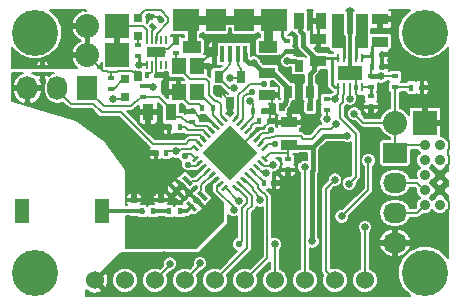
<source format=gbr>
%FSLAX46Y46*%
G04 Gerber Fmt 4.6, Leading zero omitted, Abs format (unit mm)*
G04 Created by KiCad (PCBNEW (2014-08-29 BZR 5106)-product) date Mon 17 Nov 2014 11:38:24 AM PST*
%MOMM*%
G01*
G04 APERTURE LIST*
%ADD10C,0.100000*%
%ADD11R,0.800100X1.000760*%
%ADD12R,0.398780X0.599440*%
%ADD13R,1.250000X2.100000*%
%ADD14R,1.397000X0.889000*%
%ADD15R,0.599440X0.398780*%
%ADD16R,0.889000X1.397000*%
%ADD17R,0.797560X0.797560*%
%ADD18R,2.032000X2.032000*%
%ADD19O,2.032000X2.032000*%
%ADD20R,2.032000X1.727200*%
%ADD21O,2.032000X1.727200*%
%ADD22C,1.524000*%
%ADD23R,0.400000X0.300000*%
%ADD24R,1.000000X3.000000*%
%ADD25R,0.280000X0.800000*%
%ADD26R,2.000000X1.200000*%
%ADD27R,1.150000X1.400000*%
%ADD28R,0.400000X1.400000*%
%ADD29R,2.300000X1.900000*%
%ADD30R,1.700000X1.900000*%
%ADD31R,1.500000X1.000000*%
%ADD32C,3.900000*%
%ADD33R,0.558800X0.685800*%
%ADD34R,1.727200X2.032000*%
%ADD35O,1.727200X2.032000*%
%ADD36C,0.889000*%
%ADD37R,0.210000X0.700000*%
%ADD38R,1.500000X0.900000*%
%ADD39C,0.635000*%
%ADD40C,0.558800*%
%ADD41C,0.355600*%
%ADD42C,0.508000*%
%ADD43C,0.381000*%
%ADD44C,0.203200*%
%ADD45C,0.254000*%
%ADD46C,0.266700*%
%ADD47C,0.304800*%
%ADD48C,0.762000*%
G04 APERTURE END LIST*
D10*
D11*
X120650000Y-110065820D03*
X119697500Y-107866180D03*
X121602500Y-107866180D03*
D12*
X124401580Y-116840000D03*
X123502420Y-116840000D03*
X119194580Y-110490000D03*
X118295420Y-110490000D03*
D13*
X109826400Y-119202200D03*
X103076400Y-119202200D03*
D14*
X128143000Y-106553000D03*
X128143000Y-104648000D03*
D12*
X133545580Y-106997500D03*
X132646420Y-106997500D03*
X133545580Y-105981500D03*
X132646420Y-105981500D03*
D14*
X133350000Y-104902000D03*
X133350000Y-102997000D03*
X125679200Y-113626900D03*
X125679200Y-111721900D03*
D15*
X125577600Y-115765580D03*
X125577600Y-114866420D03*
D12*
X136911080Y-108775500D03*
X136011920Y-108775500D03*
X123512580Y-110744000D03*
X122613420Y-110744000D03*
D16*
X115633500Y-110871000D03*
X113728500Y-110871000D03*
D15*
X117475000Y-110802420D03*
X117475000Y-111701580D03*
D12*
X115501420Y-112141000D03*
X116400580Y-112141000D03*
X124020580Y-111633000D03*
X123121420Y-111633000D03*
D15*
X116078000Y-105859580D03*
X116078000Y-104960420D03*
D12*
X115501420Y-119253000D03*
X116400580Y-119253000D03*
D15*
X114808000Y-118295420D03*
X114808000Y-119194580D03*
X112522000Y-118295420D03*
X112522000Y-119194580D03*
D17*
X112903000Y-104381300D03*
X112903000Y-102882700D03*
D15*
X113284000Y-109542580D03*
X113284000Y-108643420D03*
D18*
X111125000Y-106045000D03*
D19*
X108585000Y-106045000D03*
D18*
X111125000Y-103568500D03*
D19*
X108585000Y-103568500D03*
D20*
X134620000Y-114300000D03*
D21*
X134620000Y-116840000D03*
X134620000Y-119380000D03*
X134620000Y-121920000D03*
D22*
X109220000Y-125095000D03*
X111760000Y-125095000D03*
X114300000Y-125095000D03*
X116840000Y-125095000D03*
X119380000Y-125095000D03*
X121920000Y-125095000D03*
X124460000Y-125095000D03*
X127000000Y-125095000D03*
X129540000Y-125095000D03*
X132080000Y-125095000D03*
D23*
X104775000Y-107615000D03*
X104775000Y-107015000D03*
D24*
X131810000Y-103949500D03*
X129810000Y-103949500D03*
D12*
X114114580Y-119253000D03*
X113215420Y-119253000D03*
X114495580Y-107696000D03*
X113596420Y-107696000D03*
D15*
X112903000Y-105214420D03*
X112903000Y-106113580D03*
X132588000Y-108717080D03*
X132588000Y-107817920D03*
X132588000Y-110431580D03*
X132588000Y-109532420D03*
X125476000Y-105732580D03*
X125476000Y-104833420D03*
X134620000Y-108717080D03*
X134620000Y-107817920D03*
D18*
X137160000Y-111760000D03*
D19*
X134620000Y-111760000D03*
D10*
G36*
X117167967Y-118347719D02*
X117875074Y-119054826D01*
X117627587Y-119302313D01*
X116920480Y-118595206D01*
X117167967Y-118347719D01*
X117167967Y-118347719D01*
G37*
G36*
X117627586Y-117888099D02*
X118334693Y-118595206D01*
X118087206Y-118842693D01*
X117380099Y-118135586D01*
X117627586Y-117888099D01*
X117627586Y-117888099D01*
G37*
G36*
X118087206Y-117428480D02*
X118794313Y-118135587D01*
X118546826Y-118383074D01*
X117839719Y-117675967D01*
X118087206Y-117428480D01*
X118087206Y-117428480D01*
G37*
G36*
X116814413Y-116155687D02*
X117521520Y-116862794D01*
X117274033Y-117110281D01*
X116566926Y-116403174D01*
X116814413Y-116155687D01*
X116814413Y-116155687D01*
G37*
G36*
X116354794Y-116615307D02*
X117061901Y-117322414D01*
X116814414Y-117569901D01*
X116107307Y-116862794D01*
X116354794Y-116615307D01*
X116354794Y-116615307D01*
G37*
G36*
X115895174Y-117074926D02*
X116602281Y-117782033D01*
X116354794Y-118029520D01*
X115647687Y-117322413D01*
X115895174Y-117074926D01*
X115895174Y-117074926D01*
G37*
D25*
X131810000Y-106255500D03*
X131310000Y-106255500D03*
X130810000Y-106255500D03*
X130310000Y-106255500D03*
X129810000Y-106255500D03*
X129810000Y-108755500D03*
X130310000Y-108755500D03*
X130810000Y-108755500D03*
X131310000Y-108755500D03*
X131810000Y-108755500D03*
D26*
X130810000Y-107505500D03*
D10*
G36*
X119890270Y-111244916D02*
X120066283Y-111068903D01*
X120490152Y-111492772D01*
X120314139Y-111668785D01*
X119890270Y-111244916D01*
X119890270Y-111244916D01*
G37*
G36*
X119536448Y-111598738D02*
X119712461Y-111422725D01*
X120136330Y-111846594D01*
X119960317Y-112022607D01*
X119536448Y-111598738D01*
X119536448Y-111598738D01*
G37*
G36*
X119182626Y-111952561D02*
X119358639Y-111776548D01*
X119782508Y-112200417D01*
X119606495Y-112376430D01*
X119182626Y-111952561D01*
X119182626Y-111952561D01*
G37*
G36*
X118828804Y-112306383D02*
X119004817Y-112130370D01*
X119428686Y-112554239D01*
X119252673Y-112730252D01*
X118828804Y-112306383D01*
X118828804Y-112306383D01*
G37*
G36*
X118476778Y-112658409D02*
X118652791Y-112482396D01*
X119076660Y-112906265D01*
X118900647Y-113082278D01*
X118476778Y-112658409D01*
X118476778Y-112658409D01*
G37*
G36*
X118122955Y-113012231D02*
X118298968Y-112836218D01*
X118722837Y-113260087D01*
X118546824Y-113436100D01*
X118122955Y-113012231D01*
X118122955Y-113012231D01*
G37*
G36*
X117769133Y-113366053D02*
X117945146Y-113190040D01*
X118369015Y-113613909D01*
X118193002Y-113789922D01*
X117769133Y-113366053D01*
X117769133Y-113366053D01*
G37*
G36*
X117415311Y-113719875D02*
X117591324Y-113543862D01*
X118015193Y-113967731D01*
X117839180Y-114143744D01*
X117415311Y-113719875D01*
X117415311Y-113719875D01*
G37*
G36*
X118827008Y-116299005D02*
X119250877Y-115875136D01*
X119426890Y-116051149D01*
X119003021Y-116475018D01*
X118827008Y-116299005D01*
X118827008Y-116299005D01*
G37*
G36*
X119179034Y-116651032D02*
X119602903Y-116227163D01*
X119778916Y-116403176D01*
X119355047Y-116827045D01*
X119179034Y-116651032D01*
X119179034Y-116651032D01*
G37*
G36*
X119532856Y-117004854D02*
X119956725Y-116580985D01*
X120132738Y-116756998D01*
X119708869Y-117180867D01*
X119532856Y-117004854D01*
X119532856Y-117004854D01*
G37*
G36*
X119886678Y-117358676D02*
X120310547Y-116934807D01*
X120486560Y-117110820D01*
X120062691Y-117534689D01*
X119886678Y-117358676D01*
X119886678Y-117358676D01*
G37*
G36*
X118316929Y-114300000D02*
X120650000Y-111966929D01*
X122983071Y-114300000D01*
X120650000Y-116633071D01*
X118316929Y-114300000D01*
X118316929Y-114300000D01*
G37*
G36*
X117413515Y-114885513D02*
X117837384Y-114461644D01*
X118013397Y-114637657D01*
X117589528Y-115061526D01*
X117413515Y-114885513D01*
X117413515Y-114885513D01*
G37*
G36*
X117767337Y-115239335D02*
X118191206Y-114815466D01*
X118367219Y-114991479D01*
X117943350Y-115415348D01*
X117767337Y-115239335D01*
X117767337Y-115239335D01*
G37*
G36*
X118121159Y-115593157D02*
X118545028Y-115169288D01*
X118721041Y-115345301D01*
X118297172Y-115769170D01*
X118121159Y-115593157D01*
X118121159Y-115593157D01*
G37*
G36*
X118473185Y-115945183D02*
X118897054Y-115521314D01*
X119073067Y-115697327D01*
X118649198Y-116121196D01*
X118473185Y-115945183D01*
X118473185Y-115945183D01*
G37*
G36*
X120809848Y-117107228D02*
X120985861Y-116931215D01*
X121409730Y-117355084D01*
X121233717Y-117531097D01*
X120809848Y-117107228D01*
X120809848Y-117107228D01*
G37*
G36*
X121165466Y-116755202D02*
X121341479Y-116579189D01*
X121765348Y-117003058D01*
X121589335Y-117179071D01*
X121165466Y-116755202D01*
X121165466Y-116755202D01*
G37*
G36*
X121517492Y-116403176D02*
X121693505Y-116227163D01*
X122117374Y-116651032D01*
X121941361Y-116827045D01*
X121517492Y-116403176D01*
X121517492Y-116403176D01*
G37*
G36*
X121871314Y-116049353D02*
X122047327Y-115873340D01*
X122471196Y-116297209D01*
X122295183Y-116473222D01*
X121871314Y-116049353D01*
X121871314Y-116049353D01*
G37*
G36*
X122225136Y-115695531D02*
X122401149Y-115519518D01*
X122825018Y-115943387D01*
X122649005Y-116119400D01*
X122225136Y-115695531D01*
X122225136Y-115695531D01*
G37*
G36*
X122578959Y-115341709D02*
X122754972Y-115165696D01*
X123178841Y-115589565D01*
X123002828Y-115765578D01*
X122578959Y-115341709D01*
X122578959Y-115341709D01*
G37*
G36*
X122932781Y-114987887D02*
X123108794Y-114811874D01*
X123532663Y-115235743D01*
X123356650Y-115411756D01*
X122932781Y-114987887D01*
X122932781Y-114987887D01*
G37*
G36*
X123286603Y-114634065D02*
X123462616Y-114458052D01*
X123886485Y-114881921D01*
X123710472Y-115057934D01*
X123286603Y-114634065D01*
X123286603Y-114634065D01*
G37*
G36*
X123284807Y-113964139D02*
X123708676Y-113540270D01*
X123884689Y-113716283D01*
X123460820Y-114140152D01*
X123284807Y-113964139D01*
X123284807Y-113964139D01*
G37*
G36*
X122930985Y-113610317D02*
X123354854Y-113186448D01*
X123530867Y-113362461D01*
X123106998Y-113786330D01*
X122930985Y-113610317D01*
X122930985Y-113610317D01*
G37*
G36*
X122577163Y-113256495D02*
X123001032Y-112832626D01*
X123177045Y-113008639D01*
X122753176Y-113432508D01*
X122577163Y-113256495D01*
X122577163Y-113256495D01*
G37*
G36*
X122225136Y-112904469D02*
X122649005Y-112480600D01*
X122825018Y-112656613D01*
X122401149Y-113080482D01*
X122225136Y-112904469D01*
X122225136Y-112904469D01*
G37*
G36*
X121871314Y-112550647D02*
X122295183Y-112126778D01*
X122471196Y-112302791D01*
X122047327Y-112726660D01*
X121871314Y-112550647D01*
X121871314Y-112550647D01*
G37*
G36*
X121517492Y-112196824D02*
X121941361Y-111772955D01*
X122117374Y-111948968D01*
X121693505Y-112372837D01*
X121517492Y-112196824D01*
X121517492Y-112196824D01*
G37*
G36*
X121163670Y-111843002D02*
X121587539Y-111419133D01*
X121763552Y-111595146D01*
X121339683Y-112019015D01*
X121163670Y-111843002D01*
X121163670Y-111843002D01*
G37*
G36*
X120809848Y-111489180D02*
X121233717Y-111065311D01*
X121409730Y-111241324D01*
X120985861Y-111665193D01*
X120809848Y-111489180D01*
X120809848Y-111489180D01*
G37*
D27*
X116294000Y-106977000D03*
X116294000Y-109177000D03*
X117894000Y-109177000D03*
X117894000Y-106977000D03*
D28*
X121950000Y-105918000D03*
X121300000Y-105918000D03*
X120650000Y-105918000D03*
X120000000Y-105918000D03*
X119350000Y-105918000D03*
D29*
X124400000Y-103068000D03*
D30*
X121850000Y-103068000D03*
X119450000Y-103068000D03*
D29*
X116900000Y-103068000D03*
D31*
X117450000Y-105318000D03*
X123850000Y-105318000D03*
D32*
X137160000Y-124460000D03*
X104140000Y-124460000D03*
X137160000Y-104140000D03*
X104140000Y-104140000D03*
D14*
X123761500Y-107505500D03*
X123761500Y-109410500D03*
D33*
X125018800Y-110436660D03*
X127457200Y-110436660D03*
D17*
X111760000Y-109588300D03*
X111760000Y-108089700D03*
D11*
X126492000Y-106926380D03*
X127444500Y-109126020D03*
X125539500Y-109126020D03*
D15*
X110617000Y-108008420D03*
X110617000Y-108907580D03*
X128841500Y-110685580D03*
X128841500Y-109786420D03*
D12*
X114358420Y-114300000D03*
X115257580Y-114300000D03*
D34*
X108585000Y-108839000D03*
D35*
X106045000Y-108839000D03*
X103505000Y-108839000D03*
D36*
X138430000Y-118745000D03*
X137160000Y-118745000D03*
X138430000Y-117475000D03*
X137160000Y-117475000D03*
X138430000Y-116205000D03*
X137160000Y-116205000D03*
X138430000Y-114935000D03*
X137160000Y-114935000D03*
X138430000Y-113665000D03*
X137160000Y-113665000D03*
D10*
G36*
X114851405Y-103334283D02*
X114427537Y-102910415D01*
X114709517Y-102628435D01*
X115133385Y-103052303D01*
X114851405Y-103334283D01*
X114851405Y-103334283D01*
G37*
G36*
X114215603Y-103970085D02*
X113791735Y-103546217D01*
X114073715Y-103264237D01*
X114497583Y-103688105D01*
X114215603Y-103970085D01*
X114215603Y-103970085D01*
G37*
D37*
X113627000Y-106841000D03*
X114027000Y-106841000D03*
X114427000Y-106841000D03*
X114827000Y-106841000D03*
X115227000Y-106841000D03*
X115227000Y-104741000D03*
X114827000Y-104741000D03*
X114427000Y-104741000D03*
X114027000Y-104741000D03*
X113627000Y-104741000D03*
D38*
X114427000Y-105791000D03*
D16*
X126492000Y-103124000D03*
X128397000Y-103124000D03*
D39*
X124587000Y-118364000D03*
X125222000Y-120650000D03*
X130683000Y-121666000D03*
X132548302Y-112434698D03*
X115064589Y-122986800D03*
X119662854Y-109254615D03*
X124206000Y-110744000D03*
X130175000Y-107569000D03*
X131318000Y-107569000D03*
X128378059Y-116840000D03*
X122301000Y-114300000D03*
X120650000Y-112649000D03*
X120650000Y-114300000D03*
X121158000Y-115570000D03*
X119380000Y-113792000D03*
X125349000Y-116840000D03*
X134366000Y-106045000D03*
X134239000Y-125349000D03*
X138303000Y-121793000D03*
X112839500Y-107696000D03*
X133350000Y-103936798D03*
X134366000Y-106997500D03*
X130806638Y-102293037D03*
X120904000Y-120650000D03*
X122936000Y-120650000D03*
X137795000Y-108712000D03*
X136906000Y-107950000D03*
X131783698Y-110405302D03*
X128143000Y-105537000D03*
X134620000Y-102997000D03*
X133794500Y-109093000D03*
X127154290Y-112471190D03*
X128587500Y-114173000D03*
X127508000Y-103124000D03*
X126365000Y-105791000D03*
X132651500Y-118808500D03*
X131127500Y-117665500D03*
X102489000Y-106807000D03*
X122428000Y-104648000D03*
D40*
X118682602Y-105537000D03*
X119380000Y-104648000D03*
D39*
X113982500Y-105791000D03*
X114858800Y-105765600D03*
X126428500Y-107950000D03*
X124142500Y-106426000D03*
X126492000Y-109435900D03*
X118881838Y-107052117D03*
X126674880Y-114630200D03*
X115138200Y-109118893D03*
X115189000Y-107706632D03*
X113822480Y-102834440D03*
X133477000Y-107823000D03*
X114173000Y-108712000D03*
X130592194Y-112866787D03*
X122383581Y-109918500D03*
X127635000Y-121793000D03*
X131191000Y-110998000D03*
X129603500Y-111887000D03*
X115570000Y-116522500D03*
X117549104Y-116065310D03*
X116332000Y-122047000D03*
X112649000Y-110871000D03*
X113665000Y-118364000D03*
X112522000Y-117475000D03*
X114808000Y-117475000D03*
D40*
X118872000Y-117348000D03*
X114808000Y-112141000D03*
X115443000Y-112928390D03*
X116594962Y-110672301D03*
X116662941Y-112922188D03*
D39*
X115697000Y-118364000D03*
X117221000Y-117729000D03*
X118618000Y-119126000D03*
X114300000Y-122047000D03*
X112141000Y-122047000D03*
X112141000Y-120015000D03*
X114427000Y-120142000D03*
X116332000Y-120142000D03*
X118618000Y-121158000D03*
X112141000Y-115570000D03*
X114300000Y-115633500D03*
X116078000Y-115189000D03*
X118427396Y-111378950D03*
X111252000Y-111633000D03*
X113351954Y-113660546D03*
X110236000Y-113157000D03*
X107823000Y-111252000D03*
X123703759Y-116001820D03*
X120660087Y-107967581D03*
X124320320Y-115316000D03*
X120970954Y-108832983D03*
X112909108Y-106860694D03*
X122682000Y-106680000D03*
D40*
X122553982Y-109119510D03*
X123571000Y-108458000D03*
D39*
X130746500Y-116903500D03*
X121397312Y-118370525D03*
X115570000Y-123698000D03*
D40*
X117101271Y-115301458D03*
D39*
X118110000Y-123647200D03*
D40*
X116806861Y-114598618D03*
D39*
X124460000Y-122047000D03*
D40*
X121412000Y-122047000D03*
X124463267Y-113582160D03*
D39*
X126974621Y-115500140D03*
D40*
X124121474Y-112415332D03*
D39*
X129540000Y-116586000D03*
X132080000Y-120586500D03*
X123190030Y-118336043D03*
X129565379Y-109738960D03*
X130810000Y-109728000D03*
X110744000Y-109728000D03*
X120967500Y-119126000D03*
X130111500Y-119684820D03*
X132368182Y-114947690D03*
X128841500Y-111442500D03*
X116078000Y-114173000D03*
X125476000Y-106489500D03*
D41*
X112097820Y-119194580D02*
X109834020Y-119194580D01*
D42*
X109834020Y-119194580D02*
X109826400Y-119202200D01*
D41*
X112522000Y-119194580D02*
X112097820Y-119194580D01*
X112522000Y-119194580D02*
X113157000Y-119194580D01*
D43*
X113157000Y-119194580D02*
X113215420Y-119253000D01*
D44*
X113822480Y-102834440D02*
X114709742Y-102834440D01*
X114709742Y-102834440D02*
X114744901Y-102869599D01*
X138430000Y-116205000D02*
X139045545Y-116820545D01*
X139045545Y-116820545D02*
X139115801Y-116890801D01*
X138430000Y-117475000D02*
X139045545Y-116859455D01*
X139045545Y-116859455D02*
X139045545Y-116820545D01*
X139115801Y-120980199D02*
X138620499Y-121475501D01*
X138620499Y-121475501D02*
X138303000Y-121793000D01*
X124020580Y-111633000D02*
X124568810Y-111633000D01*
X124568810Y-111633000D02*
X125603000Y-111633000D01*
X127154290Y-112471190D02*
X126836791Y-112153691D01*
X126733309Y-112153691D02*
X126568211Y-112318789D01*
X126836791Y-112153691D02*
X126733309Y-112153691D01*
X125349000Y-120523000D02*
X125222000Y-120650000D01*
X125349000Y-116840000D02*
X125349000Y-120523000D01*
X115064589Y-122986800D02*
X120442000Y-122986800D01*
X119939125Y-109254615D02*
X119662854Y-109254615D01*
X120650000Y-110065820D02*
X120650000Y-109965490D01*
X120650000Y-109965490D02*
X119939125Y-109254615D01*
X123068097Y-112237521D02*
X123455967Y-112237521D01*
X122525077Y-112780541D02*
X123068097Y-112237521D01*
X123455967Y-112237521D02*
X124020580Y-111672908D01*
X124020580Y-111672908D02*
X124020580Y-111633000D01*
X123512580Y-110744000D02*
X124206000Y-110744000D01*
X131310000Y-108755500D02*
X131310000Y-107577000D01*
X131310000Y-107577000D02*
X131318000Y-107569000D01*
X114622580Y-107696000D02*
X114995088Y-107696000D01*
X115443000Y-108130340D02*
X115342701Y-108230639D01*
X115316000Y-107696000D02*
X115316000Y-108203938D01*
X115316000Y-108203938D02*
X115342701Y-108230639D01*
X114622580Y-107696000D02*
X115316000Y-107696000D01*
X133545580Y-105981500D02*
X134302500Y-105981500D01*
X134302500Y-105981500D02*
X134366000Y-106045000D01*
D45*
X131000501Y-107251501D02*
X131318000Y-107569000D01*
X130810000Y-107061000D02*
X131000501Y-107251501D01*
X130810000Y-106255500D02*
X130810000Y-107061000D01*
D44*
X124401580Y-116840000D02*
X125349000Y-116840000D01*
X118055801Y-110181801D02*
X117173801Y-110181801D01*
X116294000Y-109302000D02*
X116294000Y-109177000D01*
X117173801Y-110181801D02*
X116294000Y-109302000D01*
X118295420Y-110490000D02*
X118295420Y-110421420D01*
X118295420Y-110421420D02*
X118055801Y-110181801D01*
X134620000Y-121920000D02*
X134620000Y-120853200D01*
X134493000Y-120726200D02*
X133934200Y-120726200D01*
X134620000Y-120853200D02*
X134493000Y-120726200D01*
X134085219Y-115570000D02*
X135154781Y-115570000D01*
X133934200Y-120726200D02*
X133299190Y-120091190D01*
X133299190Y-120091190D02*
X133299190Y-116356029D01*
X133299190Y-116356029D02*
X134085219Y-115570000D01*
X116294000Y-109177000D02*
X116294000Y-108273800D01*
X116294000Y-108273800D02*
X116274800Y-108273800D01*
X116274800Y-108273800D02*
X116131340Y-108130340D01*
X116131340Y-108130340D02*
X115443000Y-108130340D01*
X121005618Y-114300000D02*
X120650000Y-114300000D01*
X122525077Y-112780541D02*
X121005618Y-114300000D01*
X133545580Y-106997500D02*
X133545580Y-105981500D01*
X133604000Y-107055920D02*
X133545580Y-106997500D01*
X120650000Y-114300000D02*
X122301000Y-114300000D01*
X120650000Y-112649000D02*
X120650000Y-114300000D01*
X119888000Y-114300000D02*
X120650000Y-114300000D01*
X119380000Y-113792000D02*
X119888000Y-114300000D01*
X114495580Y-107696000D02*
X114995088Y-107696000D01*
X118681500Y-106189500D02*
X117894000Y-106977000D01*
D45*
X134239000Y-123672600D02*
X134239000Y-125349000D01*
X134620000Y-123291600D02*
X134239000Y-123672600D01*
X134620000Y-121920000D02*
X134620000Y-123291600D01*
X108585000Y-103568500D02*
X106870500Y-103568500D01*
X106870500Y-103568500D02*
X106807000Y-103632000D01*
X106807000Y-103632000D02*
X106807000Y-105537000D01*
D43*
X133350000Y-102997000D02*
X133350000Y-103936798D01*
D44*
X134366000Y-106045000D02*
X134366000Y-106807000D01*
X134366000Y-106807000D02*
X134366000Y-106997500D01*
X130810000Y-102296399D02*
X130806638Y-102293037D01*
X130810000Y-107505500D02*
X130810000Y-102296399D01*
X137731500Y-108775500D02*
X137795000Y-108712000D01*
X136911080Y-108775500D02*
X137731500Y-108775500D01*
X134815012Y-106997500D02*
X134366000Y-106997500D01*
X135504488Y-106997500D02*
X134815012Y-106997500D01*
X136456988Y-107950000D02*
X135504488Y-106997500D01*
X136906000Y-107950000D02*
X136456988Y-107950000D01*
X137160000Y-111760000D02*
X137160000Y-110236000D01*
X136911080Y-109987080D02*
X136911080Y-108775500D01*
X137160000Y-110236000D02*
X136911080Y-109987080D01*
X131809976Y-110431580D02*
X131783698Y-110405302D01*
X132588000Y-110431580D02*
X131809976Y-110431580D01*
X131783698Y-109812698D02*
X131783698Y-109956290D01*
X131310000Y-109339000D02*
X131783698Y-109812698D01*
X131783698Y-109956290D02*
X131783698Y-110405302D01*
X131310000Y-108755500D02*
X131310000Y-109339000D01*
X124206000Y-109728000D02*
X124079000Y-109728000D01*
X124079000Y-109728000D02*
X123761500Y-109410500D01*
X124206000Y-110744000D02*
X124206000Y-109728000D01*
X125603000Y-111633000D02*
X125666500Y-111569500D01*
X124020580Y-110929420D02*
X124206000Y-110744000D01*
X124020580Y-111633000D02*
X124020580Y-110929420D01*
X112585500Y-107442000D02*
X112839500Y-107696000D01*
X112458502Y-107442000D02*
X112585500Y-107442000D01*
X112402621Y-107386119D02*
X112458502Y-107442000D01*
X111117379Y-107386119D02*
X112402621Y-107386119D01*
X111061498Y-107442000D02*
X111117379Y-107386119D01*
X110617000Y-107442000D02*
X111061498Y-107442000D01*
X110617000Y-108008420D02*
X110617000Y-107442000D01*
X109600999Y-107060999D02*
X108585000Y-106045000D01*
X109905801Y-107365801D02*
X109600999Y-107060999D01*
X110286801Y-107365801D02*
X109905801Y-107365801D01*
X110363000Y-107442000D02*
X110286801Y-107365801D01*
X110617000Y-107442000D02*
X110363000Y-107442000D01*
X133350000Y-102997000D02*
X134620000Y-102997000D01*
X117969117Y-107052117D02*
X117894000Y-106977000D01*
X118881838Y-107052117D02*
X117969117Y-107052117D01*
X130568699Y-111296705D02*
X131793994Y-112522000D01*
X130568699Y-110699295D02*
X130568699Y-111296705D01*
X130892295Y-110375699D02*
X130568699Y-110699295D01*
X131754095Y-110375699D02*
X130892295Y-110375699D01*
X131783698Y-110405302D02*
X131754095Y-110375699D01*
X132461000Y-112522000D02*
X132588000Y-112395000D01*
X126716625Y-111421075D02*
X126716625Y-109573750D01*
X126568200Y-111569500D02*
X126716625Y-111421075D01*
X125666500Y-111569500D02*
X126568200Y-111569500D01*
X132688330Y-110431580D02*
X132756910Y-110363000D01*
X132588000Y-110431580D02*
X132688330Y-110431580D01*
X132756910Y-110363000D02*
X133413500Y-110363000D01*
X133794500Y-109982000D02*
X133794500Y-109093000D01*
X133413500Y-110363000D02*
X133794500Y-109982000D01*
X131793994Y-112522000D02*
X131793994Y-112616994D01*
X131793994Y-112616994D02*
X133159500Y-113982500D01*
X133159500Y-113982500D02*
X133159500Y-121856500D01*
X133223000Y-121920000D02*
X134620000Y-121920000D01*
X133159500Y-121856500D02*
X133223000Y-121920000D01*
X132461000Y-112522000D02*
X131793994Y-112522000D01*
X126716625Y-109573750D02*
X126716625Y-110460625D01*
X127154290Y-112155590D02*
X127154290Y-112471190D01*
X126568200Y-111569500D02*
X127154290Y-112155590D01*
X128378059Y-116840000D02*
X128378059Y-114382441D01*
X128378059Y-114382441D02*
X128587500Y-114173000D01*
X134620000Y-121920000D02*
X133032500Y-121920000D01*
X133032500Y-121920000D02*
X132778500Y-121666000D01*
X132778500Y-118935500D02*
X132651500Y-118808500D01*
X132778500Y-121666000D02*
X132778500Y-118935500D01*
X120904000Y-121412000D02*
X120904000Y-120650000D01*
X105001735Y-106435065D02*
X105908935Y-106435065D01*
X104775000Y-106661800D02*
X105001735Y-106435065D01*
X104775000Y-107015000D02*
X104775000Y-106661800D01*
D45*
X105908935Y-106435065D02*
X105664000Y-106680000D01*
X106807000Y-105537000D02*
X105908935Y-106435065D01*
D44*
X102697000Y-107015000D02*
X102489000Y-106807000D01*
X104775000Y-107015000D02*
X102697000Y-107015000D01*
X119380000Y-104648000D02*
X119775131Y-104648000D01*
X119775131Y-104648000D02*
X122428000Y-104648000D01*
D43*
X119350000Y-105918000D02*
X119350000Y-105537000D01*
X119350000Y-105537000D02*
X118682602Y-105537000D01*
X119350000Y-105918000D02*
X119350000Y-104678000D01*
X119350000Y-104678000D02*
X119380000Y-104648000D01*
D44*
X118681500Y-105538102D02*
X118681500Y-106189500D01*
X118682602Y-105537000D02*
X118681500Y-105538102D01*
X114427000Y-107627420D02*
X114495580Y-107696000D01*
X114427000Y-106841000D02*
X114427000Y-107627420D01*
X116078000Y-104960420D02*
X116078000Y-104513302D01*
X114427000Y-106841000D02*
X114427000Y-105791000D01*
X114427000Y-105791000D02*
X113982500Y-105791000D01*
X126042420Y-105732580D02*
X126365000Y-105410000D01*
X125476000Y-105732580D02*
X126042420Y-105732580D01*
D45*
X128143000Y-103378000D02*
X128397000Y-103124000D01*
X128143000Y-104648000D02*
X128143000Y-103378000D01*
X127762000Y-104648000D02*
X128143000Y-104648000D01*
X127508000Y-104394000D02*
X127762000Y-104648000D01*
X127508000Y-103124000D02*
X127508000Y-104394000D01*
X125284932Y-105732580D02*
X125476000Y-105732580D01*
X124591512Y-106426000D02*
X125284932Y-105732580D01*
X124142500Y-106426000D02*
X124591512Y-106426000D01*
D44*
X126428500Y-109372400D02*
X126492000Y-109435900D01*
X126428500Y-107950000D02*
X126428500Y-109372400D01*
X126492000Y-108013500D02*
X126492000Y-109435900D01*
X138938000Y-111760000D02*
X137160000Y-111760000D01*
X139128500Y-111950500D02*
X138938000Y-111760000D01*
X139174221Y-113307773D02*
X139128500Y-113262052D01*
X139174221Y-114022227D02*
X139174221Y-113307773D01*
X139128500Y-114067948D02*
X139174221Y-114022227D01*
X139128500Y-113262052D02*
X139128500Y-111950500D01*
X139128500Y-114532052D02*
X139128500Y-114067948D01*
X139197080Y-114600632D02*
X139128500Y-114532052D01*
X139197080Y-115269368D02*
X139197080Y-114600632D01*
X139128500Y-115337948D02*
X139197080Y-115269368D01*
X139128500Y-115506500D02*
X139128500Y-115337948D01*
X138430000Y-116205000D02*
X139128500Y-115506500D01*
X138303000Y-120143014D02*
X138303000Y-121793000D01*
X138721085Y-119468901D02*
X138174986Y-120015000D01*
X138777473Y-119468901D02*
X138721085Y-119468901D01*
X139192000Y-119054374D02*
X138777473Y-119468901D01*
X139192000Y-118435626D02*
X139192000Y-119054374D01*
X139128500Y-118372126D02*
X139192000Y-118435626D01*
X138174986Y-120015000D02*
X138303000Y-120143014D01*
X139128500Y-118173500D02*
X139128500Y-118372126D01*
X138430000Y-117475000D02*
X139128500Y-118173500D01*
X126278640Y-115026440D02*
X126674880Y-114630200D01*
X126278640Y-116357400D02*
X126278640Y-115026440D01*
X125796040Y-116840000D02*
X126278640Y-116357400D01*
X125349000Y-116840000D02*
X125796040Y-116840000D01*
X115342701Y-108230639D02*
X115138200Y-108435140D01*
X115196307Y-109177000D02*
X115138200Y-109118893D01*
X115005720Y-107706632D02*
X115189000Y-107706632D01*
X115138200Y-108435140D02*
X115138200Y-108669881D01*
X114995088Y-107696000D02*
X115005720Y-107706632D01*
X116294000Y-109177000D02*
X115196307Y-109177000D01*
X115138200Y-108669881D02*
X115138200Y-109118893D01*
X115112800Y-105511600D02*
X114858800Y-105765600D01*
X115417600Y-105511600D02*
X115112800Y-105511600D01*
X115968780Y-104960420D02*
X115417600Y-105511600D01*
X116078000Y-104960420D02*
X115968780Y-104960420D01*
X123586544Y-114757993D02*
X124031836Y-114312701D01*
X125603000Y-113601500D02*
X125857000Y-113347500D01*
X122613420Y-111246920D02*
X122613420Y-110744000D01*
X121941892Y-111918448D02*
X122613420Y-111246920D01*
X121941892Y-111948437D02*
X121941892Y-111918448D01*
X121817433Y-112072896D02*
X121941892Y-111948437D01*
D43*
X133477000Y-107823000D02*
X132593080Y-107823000D01*
X132593080Y-107823000D02*
X132588000Y-107817920D01*
D44*
X132588000Y-107817920D02*
X132588000Y-107055920D01*
X132588000Y-107055920D02*
X132646420Y-106997500D01*
D46*
X132646420Y-105981500D02*
X132689600Y-105938320D01*
X133057900Y-104902000D02*
X133350000Y-104902000D01*
X132689600Y-105938320D02*
X132689600Y-105270300D01*
X132689600Y-105270300D02*
X133057900Y-104902000D01*
X131810000Y-106255500D02*
X131826000Y-106239500D01*
X131826000Y-106239500D02*
X131826000Y-106083100D01*
X131826000Y-106083100D02*
X132544820Y-106083100D01*
X132544820Y-106083100D02*
X132646420Y-105981500D01*
X132646420Y-105981500D02*
X132646420Y-106997500D01*
D44*
X133477000Y-107823000D02*
X134239000Y-107823000D01*
X133482080Y-107817920D02*
X134620000Y-107817920D01*
X134239000Y-107823000D02*
X134244080Y-107817920D01*
D47*
X114104420Y-108643420D02*
X114173000Y-108712000D01*
X113284000Y-108643420D02*
X114104420Y-108643420D01*
D43*
X126301500Y-113792000D02*
X127698500Y-113792000D01*
X130143182Y-112866787D02*
X130592194Y-112866787D01*
X128623713Y-112866787D02*
X130143182Y-112866787D01*
X127698500Y-113792000D02*
X128623713Y-112866787D01*
D44*
X122613420Y-110744000D02*
X122613420Y-110148339D01*
X122613420Y-110148339D02*
X122383581Y-109918500D01*
D43*
X127698500Y-113792000D02*
X127698500Y-115797078D01*
X127698500Y-115797078D02*
X127635000Y-115860578D01*
X127635000Y-115860578D02*
X127635000Y-121343988D01*
X127635000Y-121343988D02*
X127635000Y-121793000D01*
D44*
X126136400Y-113626900D02*
X126301500Y-113792000D01*
X125679200Y-113626900D02*
X126136400Y-113626900D01*
X125577600Y-113728500D02*
X125679200Y-113626900D01*
X125522511Y-114312701D02*
X125577600Y-114367790D01*
X124031836Y-114312701D02*
X125522511Y-114312701D01*
X125577600Y-114367790D02*
X125577600Y-113728500D01*
X125577600Y-114866420D02*
X125577600Y-114367790D01*
X137160000Y-113665000D02*
X135255000Y-113665000D01*
X135255000Y-113665000D02*
X134620000Y-114300000D01*
X134620000Y-108717080D02*
X134620000Y-111760000D01*
X134620000Y-111760000D02*
X131953000Y-111760000D01*
X131953000Y-111760000D02*
X131191000Y-110998000D01*
X134747000Y-114300000D02*
X134620000Y-114300000D01*
X134620000Y-111760000D02*
X134620000Y-113196840D01*
X134620000Y-113196840D02*
X134620000Y-114300000D01*
X135953500Y-108717080D02*
X136011920Y-108775500D01*
X134620000Y-108717080D02*
X135953500Y-108717080D01*
X129286001Y-112204499D02*
X129603500Y-111887000D01*
X129222501Y-112267999D02*
X129286001Y-112204499D01*
X128397001Y-112267999D02*
X129222501Y-112267999D01*
X127571500Y-113093500D02*
X128397001Y-112267999D01*
X124133849Y-112999533D02*
X124363467Y-112999533D01*
X126873000Y-113093500D02*
X127571500Y-113093500D01*
X124050227Y-113083155D02*
X124133849Y-112999533D01*
X123634160Y-113083155D02*
X124050227Y-113083155D01*
X123230926Y-113486389D02*
X123634160Y-113083155D01*
X124363467Y-112999533D02*
X124485400Y-112877600D01*
X126657100Y-112877600D02*
X126873000Y-113093500D01*
X124485400Y-112877600D02*
X126657100Y-112877600D01*
X115633500Y-110712250D02*
X115633500Y-110871000D01*
X117475000Y-111701580D02*
X116972080Y-111701580D01*
X116972080Y-111701580D02*
X116522500Y-111252000D01*
X115697000Y-110934500D02*
X115633500Y-110871000D01*
X116522500Y-111252000D02*
X115697000Y-111252000D01*
X115697000Y-111252000D02*
X115697000Y-110934500D01*
X115633500Y-110617000D02*
X115633500Y-110871000D01*
X114617500Y-109601000D02*
X115633500Y-110617000D01*
X113342420Y-109601000D02*
X114617500Y-109601000D01*
X113284000Y-109542580D02*
X113342420Y-109601000D01*
X113183670Y-109542580D02*
X113284000Y-109542580D01*
X112781080Y-109945170D02*
X113183670Y-109542580D01*
X112653824Y-109945170D02*
X112781080Y-109945170D01*
X112248693Y-110350301D02*
X112653824Y-109945170D01*
X109969301Y-110350301D02*
X112248693Y-110350301D01*
X108585000Y-108966000D02*
X109969301Y-110350301D01*
X108585000Y-108839000D02*
X108585000Y-108966000D01*
X119128745Y-112430311D02*
X118699704Y-112001270D01*
X118699704Y-112001270D02*
X117774690Y-112001270D01*
X117774690Y-112001270D02*
X117475000Y-111701580D01*
X114808000Y-117475000D02*
X114808000Y-117284500D01*
X114808000Y-117284500D02*
X115570000Y-116522500D01*
X118421100Y-115469229D02*
X117825019Y-116065310D01*
X117825019Y-116065310D02*
X117549104Y-116065310D01*
X117328592Y-116058592D02*
X117155659Y-115885659D01*
X117709592Y-116058592D02*
X117328592Y-116058592D01*
X116332000Y-122047000D02*
X114300000Y-122047000D01*
X113728500Y-110871000D02*
X112649000Y-110871000D01*
X114808000Y-117475000D02*
X114358988Y-117475000D01*
X114358988Y-117475000D02*
X112522000Y-117475000D01*
X118421100Y-115469229D02*
X117831737Y-116058592D01*
X117831737Y-116058592D02*
X117709592Y-116058592D01*
X119478975Y-116527104D02*
X118872000Y-117134079D01*
X118872000Y-117134079D02*
X118872000Y-117348000D01*
X114808000Y-112141000D02*
X115501420Y-112141000D01*
X115501420Y-112141000D02*
X115501420Y-112869970D01*
X115501420Y-112869970D02*
X115443000Y-112928390D01*
X117475000Y-110802420D02*
X116725081Y-110802420D01*
X116725081Y-110802420D02*
X116594962Y-110672301D01*
X118701248Y-111295170D02*
X118068080Y-111295170D01*
X118068080Y-111295170D02*
X117575330Y-110802420D01*
X117575330Y-110802420D02*
X117475000Y-110802420D01*
X115443000Y-112928390D02*
X116656739Y-112928390D01*
X116656739Y-112928390D02*
X116662941Y-112922188D01*
X115949985Y-117727222D02*
X115949985Y-117857015D01*
X116124984Y-117552223D02*
X115949985Y-117727222D01*
X115697000Y-118110000D02*
X115697000Y-118364000D01*
X115949985Y-117857015D02*
X115697000Y-118110000D01*
X116584604Y-117092604D02*
X117221000Y-117729000D01*
X112141000Y-122047000D02*
X112141000Y-120015000D01*
X114427000Y-120142000D02*
X116332000Y-120142000D01*
X118618000Y-119126000D02*
X118618000Y-121158000D01*
X112522000Y-118295420D02*
X112522000Y-117475000D01*
X114808000Y-118295420D02*
X114808000Y-117475000D01*
X114358420Y-114300000D02*
X113157000Y-114300000D01*
X113157000Y-114300000D02*
X112522000Y-114935000D01*
X117857396Y-118365396D02*
X118618000Y-119126000D01*
X119151399Y-118592601D02*
X118935499Y-118808501D01*
X119151399Y-117627399D02*
X119151399Y-118592601D01*
X118935499Y-118808501D02*
X118618000Y-119126000D01*
X118872000Y-117348000D02*
X119151399Y-117627399D01*
X112154128Y-115556872D02*
X112522000Y-115556872D01*
X112141000Y-115570000D02*
X112154128Y-115556872D01*
X112522000Y-115556872D02*
X112522000Y-117475000D01*
X112522000Y-114935000D02*
X112522000Y-115556872D01*
X114236500Y-115570000D02*
X114300000Y-115633500D01*
X112141000Y-115570000D02*
X114236500Y-115570000D01*
X119482567Y-112076489D02*
X118829431Y-111423353D01*
X118829431Y-111423353D02*
X118701248Y-111295170D01*
X118100827Y-112814090D02*
X116771039Y-112814090D01*
X118471799Y-111423353D02*
X118427396Y-111378950D01*
X118422896Y-113136159D02*
X118100827Y-112814090D01*
X116771039Y-112814090D02*
X116662941Y-112922188D01*
X118829431Y-111423353D02*
X118471799Y-111423353D01*
X110553499Y-112839501D02*
X110236000Y-113157000D01*
X111252000Y-111633000D02*
X111252000Y-112141000D01*
X111252000Y-112141000D02*
X110553499Y-112839501D01*
X110236000Y-113284000D02*
X110236000Y-113157000D01*
X110744000Y-113792000D02*
X110236000Y-113284000D01*
X110744000Y-114173000D02*
X110744000Y-113792000D01*
X112141000Y-115570000D02*
X110744000Y-114173000D01*
X106299000Y-110490000D02*
X106299000Y-110617000D01*
X106934000Y-111252000D02*
X107823000Y-111252000D01*
X105968810Y-110159810D02*
X106299000Y-110490000D01*
X105561029Y-110159810D02*
X105968810Y-110159810D01*
X104876590Y-109475371D02*
X105561029Y-110159810D01*
X104876590Y-109067590D02*
X104876590Y-109475371D01*
X106299000Y-110617000D02*
X106934000Y-111252000D01*
X104648000Y-108839000D02*
X104876590Y-109067590D01*
X103505000Y-108839000D02*
X104648000Y-108839000D01*
X104775000Y-108712000D02*
X104775000Y-107615000D01*
X104648000Y-108839000D02*
X104775000Y-108712000D01*
X118402062Y-112407680D02*
X118652260Y-112657878D01*
X116400580Y-112141000D02*
X116803170Y-112141000D01*
X116803170Y-112141000D02*
X117069850Y-112407680D01*
X117069850Y-112407680D02*
X118402062Y-112407680D01*
X118652260Y-112657878D02*
X118776719Y-112782337D01*
X122525077Y-115819459D02*
X123502420Y-116796802D01*
X123502420Y-116796802D02*
X123502420Y-116840000D01*
X122682000Y-111760000D02*
X122994420Y-111760000D01*
X122994420Y-111760000D02*
X123121420Y-111633000D01*
X122428000Y-112014000D02*
X122682000Y-111760000D01*
X122171255Y-112426719D02*
X122428000Y-112169974D01*
X122428000Y-112169974D02*
X122428000Y-112014000D01*
X116078000Y-105859580D02*
X116078000Y-106761000D01*
X116078000Y-106761000D02*
X116294000Y-106977000D01*
X120190211Y-111368844D02*
X120190211Y-111368791D01*
X119888000Y-111066633D02*
X120065752Y-111244385D01*
X119888000Y-110172500D02*
X119888000Y-111066633D01*
X119592416Y-109876916D02*
X119888000Y-110172500D01*
X120065752Y-111244385D02*
X120190211Y-111368844D01*
X119364149Y-109876916D02*
X119592416Y-109876916D01*
X118872000Y-108331358D02*
X118872000Y-109384767D01*
X118872000Y-109384767D02*
X119364149Y-109876916D01*
X118617642Y-108077000D02*
X118872000Y-108331358D01*
X117269000Y-108077000D02*
X118617642Y-108077000D01*
X116294000Y-107102000D02*
X117269000Y-108077000D01*
X116294000Y-106977000D02*
X116294000Y-107102000D01*
X117981910Y-109177000D02*
X117894000Y-109177000D01*
X119194580Y-110490000D02*
X119194580Y-110389670D01*
X119194580Y-110389670D02*
X117981910Y-109177000D01*
X119836389Y-111722666D02*
X119194580Y-111080857D01*
X119194580Y-111080857D02*
X119194580Y-110490000D01*
X119836389Y-111722666D02*
X119836389Y-111708389D01*
X114808000Y-119194580D02*
X114173000Y-119194580D01*
X114173000Y-119194580D02*
X114114580Y-119253000D01*
X114808000Y-119194580D02*
X115443000Y-119194580D01*
X115443000Y-119194580D02*
X115501420Y-119253000D01*
D41*
X114173000Y-119253000D02*
X114808000Y-119253000D01*
X115443000Y-119253000D02*
X114808000Y-119253000D01*
X116969793Y-119253000D02*
X117397777Y-118825016D01*
X116400580Y-119253000D02*
X116969793Y-119253000D01*
D44*
X123415083Y-116001820D02*
X123703759Y-116001820D01*
X122878900Y-115465637D02*
X123415083Y-116001820D01*
X121109099Y-107967581D02*
X120660087Y-107967581D01*
X121297419Y-107967581D02*
X121109099Y-107967581D01*
X121300000Y-107965000D02*
X121297419Y-107967581D01*
X121300000Y-106885500D02*
X121602500Y-107188000D01*
X121602500Y-107188000D02*
X121602500Y-107866180D01*
X121602500Y-107866180D02*
X121539000Y-107802680D01*
X121539000Y-107802680D02*
X121539000Y-107696000D01*
X121300000Y-105918000D02*
X121300000Y-106885500D01*
X121300000Y-106045000D02*
X121285000Y-106060000D01*
X123500407Y-115379500D02*
X124256820Y-115379500D01*
X123232722Y-115111815D02*
X123500407Y-115379500D01*
X124256820Y-115379500D02*
X124320320Y-115316000D01*
X120563973Y-108832983D02*
X120970954Y-108832983D01*
X119697500Y-107966510D02*
X120563973Y-108832983D01*
X119697500Y-107866180D02*
X119697500Y-107966510D01*
X120285567Y-107171433D02*
X119888000Y-107569000D01*
X119697500Y-107866180D02*
X119697500Y-107759500D01*
X119697500Y-107759500D02*
X120285567Y-107171433D01*
X119888000Y-107569000D02*
X119867680Y-107569000D01*
X119867680Y-107569000D02*
X119697500Y-107739180D01*
X120650000Y-106807000D02*
X120285567Y-107171433D01*
X120650000Y-106045000D02*
X120650000Y-106807000D01*
X120650000Y-106807000D02*
X120650000Y-105918000D01*
D43*
X125323600Y-109982000D02*
X125323600Y-110131860D01*
X125323600Y-110131860D02*
X125018800Y-110436660D01*
D45*
X112909108Y-106860694D02*
X112962802Y-106807000D01*
X112962802Y-106807000D02*
X113538000Y-106807000D01*
X113538000Y-106807000D02*
X113534000Y-106807000D01*
D44*
X113534000Y-106807000D02*
X113607199Y-106733801D01*
X113607199Y-106733801D02*
X113607199Y-106714000D01*
D45*
X112909108Y-106860694D02*
X112909108Y-106119688D01*
X112909108Y-106119688D02*
X112903000Y-106113580D01*
D43*
X125425200Y-109880400D02*
X125425200Y-109240320D01*
X125323600Y-109982000D02*
X125425200Y-109880400D01*
X123761500Y-107505500D02*
X124269500Y-107505500D01*
X124269500Y-107505500D02*
X125432820Y-108668820D01*
X123761500Y-107505500D02*
X123507500Y-107505500D01*
X123507500Y-107505500D02*
X122999499Y-106997499D01*
X122999499Y-106997499D02*
X122682000Y-106680000D01*
X122301000Y-106680000D02*
X121950000Y-106329000D01*
X121950000Y-106329000D02*
X121950000Y-105918000D01*
X122682000Y-106680000D02*
X122301000Y-106680000D01*
X125432820Y-109019340D02*
X125539500Y-109126020D01*
X125432820Y-108668820D02*
X125432820Y-109019340D01*
D44*
X134620000Y-116840000D02*
X136525000Y-116840000D01*
X136525000Y-116840000D02*
X137160000Y-117475000D01*
X134772400Y-116840000D02*
X134620000Y-116840000D01*
X121761261Y-111421424D02*
X121761261Y-109600733D01*
X121761261Y-109600733D02*
X122065795Y-109296199D01*
X122377293Y-109296199D02*
X122553982Y-109119510D01*
X122065795Y-109296199D02*
X122377293Y-109296199D01*
X121463611Y-111719074D02*
X121761261Y-111421424D01*
X134620000Y-119380000D02*
X136525000Y-119380000D01*
X136525000Y-119380000D02*
X137160000Y-118745000D01*
X134620000Y-119380000D02*
X135001000Y-119761000D01*
X121919085Y-108889789D02*
X122350874Y-108458000D01*
X121354851Y-111120190D02*
X121354851Y-109432393D01*
X121354851Y-109432393D02*
X121897455Y-108889789D01*
X121109789Y-111365252D02*
X121354851Y-111120190D01*
X121897455Y-108889789D02*
X121919085Y-108889789D01*
X122350874Y-108458000D02*
X123175869Y-108458000D01*
X123175869Y-108458000D02*
X123571000Y-108458000D01*
D46*
X131310000Y-106255500D02*
X131310000Y-104449500D01*
X131310000Y-104449500D02*
X131810000Y-103949500D01*
X130310000Y-106255500D02*
X130310000Y-104449500D01*
X130310000Y-104449500D02*
X129810000Y-103949500D01*
D44*
X113596420Y-107595670D02*
X113596420Y-107696000D01*
X113665000Y-107627420D02*
X113596420Y-107696000D01*
X113665000Y-107569000D02*
X113665000Y-107627420D01*
X113919000Y-107569000D02*
X113665000Y-107569000D01*
X114011401Y-107476599D02*
X113919000Y-107569000D01*
X114011401Y-106856599D02*
X114011401Y-107476599D01*
X114027000Y-106841000D02*
X114011401Y-106856599D01*
X120186619Y-117234748D02*
X121322396Y-118370525D01*
X121322396Y-118370525D02*
X121397312Y-118370525D01*
X130216409Y-109499341D02*
X130187699Y-109528051D01*
X130216410Y-109400584D02*
X130216409Y-109499341D01*
X130310000Y-109306994D02*
X130216410Y-109400584D01*
X130310000Y-108755500D02*
X130310000Y-109306994D01*
X131305301Y-116344699D02*
X131305301Y-112699801D01*
X131305301Y-112699801D02*
X129984500Y-111379000D01*
X129984500Y-110240846D02*
X130193170Y-110032176D01*
X130746500Y-116903500D02*
X131305301Y-116344699D01*
X130193170Y-110032176D02*
X130187699Y-110026705D01*
X129984500Y-111379000D02*
X129984500Y-110240846D01*
X130187699Y-110026705D02*
X130187699Y-109499341D01*
D45*
X132588000Y-108717080D02*
X132588000Y-109532420D01*
D44*
X131810000Y-108755500D02*
X132549580Y-108755500D01*
X132549580Y-108755500D02*
X132588000Y-108717080D01*
X119126949Y-116175077D02*
X118237000Y-117065026D01*
X118110000Y-117602000D02*
X118110000Y-117698761D01*
X118237000Y-117065026D02*
X118237000Y-117475000D01*
X118237000Y-117475000D02*
X118110000Y-117602000D01*
X118110000Y-117698761D02*
X118317016Y-117905777D01*
X117251239Y-116840000D02*
X117348000Y-116840000D01*
X117348000Y-116840000D02*
X117475000Y-116713000D01*
X118773126Y-115821255D02*
X117881381Y-116713000D01*
X117881381Y-116713000D02*
X117475000Y-116713000D01*
X117251239Y-116840000D02*
X117044223Y-116632984D01*
D45*
X125407420Y-104833420D02*
X125095000Y-104521000D01*
X125603000Y-104833420D02*
X125407420Y-104833420D01*
D48*
X123850000Y-103618000D02*
X124400000Y-103068000D01*
D45*
X125095000Y-103763000D02*
X124400000Y-103068000D01*
X125095000Y-104521000D02*
X125095000Y-103763000D01*
D48*
X121850000Y-103068000D02*
X124400000Y-103068000D01*
X121850000Y-103068000D02*
X119450000Y-103068000D01*
X123850000Y-105318000D02*
X123850000Y-103618000D01*
X116900000Y-103068000D02*
X119450000Y-103068000D01*
X117450000Y-105318000D02*
X117450000Y-103618000D01*
X117450000Y-103618000D02*
X116900000Y-103068000D01*
D45*
X123698000Y-105597000D02*
X123850000Y-105445000D01*
D44*
X115570000Y-123698000D02*
X115570000Y-123825000D01*
X115570000Y-123825000D02*
X114300000Y-125095000D01*
X117206458Y-115301458D02*
X117101271Y-115301458D01*
X117348000Y-115443000D02*
X117206458Y-115301458D01*
X117739685Y-115443000D02*
X117348000Y-115443000D01*
X118067278Y-115115407D02*
X117739685Y-115443000D01*
X118110000Y-123647200D02*
X118110000Y-123825000D01*
X118110000Y-123825000D02*
X116840000Y-125095000D01*
X116978479Y-114427000D02*
X116806861Y-114598618D01*
X117378871Y-114427000D02*
X116978479Y-114427000D01*
X117713456Y-114761585D02*
X117378871Y-114427000D01*
X121465407Y-116879130D02*
X121589866Y-117003589D01*
X121589866Y-117003589D02*
X121589866Y-117067323D01*
X121589866Y-117067323D02*
X122477796Y-117955253D01*
X122477796Y-117955253D02*
X122477796Y-118822204D01*
X122118757Y-122356243D02*
X120141999Y-124333001D01*
X122477796Y-118822204D02*
X122118757Y-119181243D01*
X122118757Y-119181243D02*
X122118757Y-122356243D01*
X120141999Y-124333001D02*
X119380000Y-125095000D01*
X123488735Y-117713742D02*
X123812331Y-118037338D01*
X123812331Y-118037338D02*
X123812331Y-123202669D01*
X123431431Y-117713742D02*
X123488735Y-117713742D01*
X122681999Y-124333001D02*
X121920000Y-125095000D01*
X122998229Y-117000255D02*
X122998229Y-117280540D01*
X122171255Y-116173281D02*
X122998229Y-117000255D01*
X122998229Y-117280540D02*
X123431431Y-117713742D01*
X123812331Y-123202669D02*
X122681999Y-124333001D01*
X121109789Y-117231156D02*
X121234248Y-117355615D01*
X121303408Y-117355615D02*
X122071387Y-118123594D01*
X121234248Y-117355615D02*
X121303408Y-117355615D01*
X122071387Y-118593613D02*
X121691399Y-118973601D01*
X122071387Y-118123594D02*
X122071387Y-118593613D01*
X121691399Y-118973601D02*
X121691399Y-121767601D01*
X121691399Y-121767601D02*
X121412000Y-122047000D01*
X124460000Y-122047000D02*
X124460000Y-125095000D01*
X123584748Y-113840211D02*
X123886959Y-113538000D01*
X123886959Y-113538000D02*
X124419107Y-113538000D01*
X124419107Y-113538000D02*
X124463267Y-113582160D01*
X127000000Y-125095000D02*
X127000000Y-115525519D01*
X127000000Y-115525519D02*
X126974621Y-115500140D01*
X128778001Y-117347999D02*
X129222501Y-116903499D01*
X129540000Y-125095000D02*
X128778001Y-124333001D01*
X128778001Y-124333001D02*
X128778001Y-117347999D01*
X129222501Y-116903499D02*
X129540000Y-116586000D01*
X123355589Y-112654082D02*
X123882724Y-112654082D01*
X122877104Y-113132567D02*
X123355589Y-112654082D01*
X123882724Y-112654082D02*
X124121474Y-112415332D01*
X132080000Y-125095000D02*
X132080000Y-120586500D01*
X122591821Y-117494528D02*
X123190030Y-118092737D01*
X121817433Y-116527104D02*
X122591821Y-117301492D01*
X122591821Y-117301492D02*
X122591821Y-117494528D01*
X123190030Y-118092737D02*
X123190030Y-118336043D01*
D43*
X127457200Y-110436660D02*
X127457200Y-109778800D01*
X127457200Y-109778800D02*
X127444500Y-109766100D01*
D45*
X129810000Y-108755500D02*
X129794000Y-108771500D01*
X129794000Y-108771500D02*
X129536000Y-108771500D01*
X129536000Y-108771500D02*
X129286000Y-108521500D01*
X129286000Y-108521500D02*
X129286000Y-106275141D01*
X129286000Y-106275141D02*
X129266359Y-106255500D01*
D43*
X127444500Y-109126020D02*
X127444500Y-109766100D01*
D45*
X129810000Y-106255500D02*
X129266359Y-106255500D01*
X128036000Y-106255500D02*
X128016000Y-106235500D01*
D44*
X128841500Y-109786420D02*
X129517919Y-109786420D01*
X129517919Y-109786420D02*
X129565379Y-109738960D01*
X130810000Y-108755500D02*
X130810000Y-109728000D01*
X129500619Y-109640381D02*
X129466800Y-109640381D01*
X129466800Y-109640381D02*
X129565379Y-109738960D01*
X129810000Y-109331000D02*
X129500619Y-109640381D01*
X129810000Y-108755500D02*
X129810000Y-109331000D01*
D43*
X127762000Y-106934000D02*
X128143000Y-106553000D01*
X127762000Y-107315000D02*
X127762000Y-106934000D01*
X127444500Y-107632500D02*
X127762000Y-107315000D01*
X127444500Y-109126020D02*
X127444500Y-107632500D01*
X126834909Y-105244909D02*
X128143000Y-106553000D01*
X126619000Y-104013000D02*
X126834909Y-104228909D01*
X126619000Y-103251000D02*
X126619000Y-104013000D01*
X126834909Y-104228909D02*
X126834909Y-105244909D01*
X126492000Y-103124000D02*
X126619000Y-103251000D01*
D45*
X129286000Y-106275141D02*
X129055859Y-106275141D01*
X129055859Y-106275141D02*
X129032000Y-106299000D01*
X128397000Y-106299000D02*
X128143000Y-106553000D01*
X129032000Y-106299000D02*
X128397000Y-106299000D01*
D44*
X120967500Y-119126000D02*
X120967500Y-118930663D01*
X119570500Y-117533663D02*
X119570500Y-117143223D01*
X119570500Y-117143223D02*
X119832797Y-116880926D01*
X120967500Y-118930663D02*
X119570500Y-117533663D01*
X110744000Y-109728000D02*
X111620300Y-109728000D01*
X111620300Y-109728000D02*
X111760000Y-109588300D01*
X110617000Y-108907580D02*
X110802420Y-108907580D01*
X110802420Y-108907580D02*
X111620300Y-108089700D01*
X111620300Y-108089700D02*
X111760000Y-108089700D01*
X111678720Y-108008420D02*
X111760000Y-108089700D01*
X132368182Y-114947690D02*
X132368182Y-117428138D01*
X132368182Y-117428138D02*
X130428999Y-119367321D01*
X130428999Y-119367321D02*
X130111500Y-119684820D01*
X128841500Y-110685580D02*
X128841500Y-111442500D01*
X116367861Y-114173000D02*
X116078000Y-114173000D01*
X116526444Y-114014417D02*
X116367861Y-114173000D01*
X117368625Y-114014417D02*
X116526444Y-114014417D01*
X117715252Y-113843803D02*
X117539239Y-113843803D01*
X117539239Y-113843803D02*
X117368625Y-114014417D01*
X115384580Y-114173000D02*
X115257580Y-114300000D01*
X116078000Y-114173000D02*
X115384580Y-114173000D01*
X106045000Y-108839000D02*
X106045000Y-108991400D01*
X117217750Y-113220500D02*
X117799593Y-113220500D01*
X117799593Y-113220500D02*
X118069074Y-113489981D01*
X106045000Y-108991400D02*
X107226100Y-110172500D01*
X109093000Y-110172500D02*
X109791500Y-110871000D01*
X111442500Y-110871000D02*
X114103307Y-113531807D01*
X107226100Y-110172500D02*
X109093000Y-110172500D01*
X109791500Y-110871000D02*
X111442500Y-110871000D01*
X114103307Y-113531807D02*
X116906443Y-113531807D01*
X116906443Y-113531807D02*
X117217750Y-113220500D01*
D42*
X111125000Y-103568500D02*
X111125000Y-106045000D01*
D43*
X126118620Y-106553000D02*
X126492000Y-106926380D01*
X125539500Y-106553000D02*
X126118620Y-106553000D01*
X125476000Y-106489500D02*
X125539500Y-106553000D01*
D44*
X113601490Y-104715490D02*
X113627000Y-104741000D01*
X113284000Y-103568500D02*
X113601490Y-103885990D01*
X113601490Y-103885990D02*
X113601490Y-104715490D01*
X111125000Y-103568500D02*
X113284000Y-103568500D01*
X112903000Y-105214420D02*
X112903000Y-104381300D01*
X114427000Y-104741000D02*
X114429899Y-104738101D01*
X114429899Y-104738101D02*
X114429899Y-104264101D01*
X115443000Y-102870000D02*
X114782600Y-102209600D01*
X114429899Y-104264101D02*
X115443000Y-103251000D01*
X115443000Y-103251000D02*
X115443000Y-102870000D01*
X114782600Y-102209600D02*
X113436400Y-102209600D01*
X113436400Y-102209600D02*
X113075720Y-102570280D01*
X113075720Y-102570280D02*
X113075720Y-102709980D01*
X113075720Y-102709980D02*
X112903000Y-102882700D01*
X114027000Y-104003428D02*
X114027000Y-104741000D01*
X114178080Y-103852348D02*
X114027000Y-104003428D01*
X114178080Y-103578660D02*
X114178080Y-103852348D01*
X114104420Y-103505000D02*
X114178080Y-103578660D01*
G36*
X117647400Y-110902115D02*
X117624860Y-110902115D01*
X117624860Y-110974820D01*
X117325140Y-110974820D01*
X117325140Y-110902115D01*
X116908580Y-110902115D01*
X116827965Y-110982729D01*
X116809868Y-110964632D01*
X116678023Y-110876535D01*
X116522500Y-110845600D01*
X116382800Y-110845600D01*
X116382800Y-110181800D01*
X116599063Y-110181800D01*
X116857721Y-110440458D01*
X116819680Y-110532297D01*
X116819680Y-110613825D01*
X116908580Y-110702725D01*
X117325140Y-110702725D01*
X117325140Y-110630020D01*
X117624860Y-110630020D01*
X117624860Y-110702725D01*
X117647400Y-110702725D01*
X117647400Y-110902115D01*
X117647400Y-110902115D01*
G37*
X117647400Y-110902115D02*
X117624860Y-110902115D01*
X117624860Y-110974820D01*
X117325140Y-110974820D01*
X117325140Y-110902115D01*
X116908580Y-110902115D01*
X116827965Y-110982729D01*
X116809868Y-110964632D01*
X116678023Y-110876535D01*
X116522500Y-110845600D01*
X116382800Y-110845600D01*
X116382800Y-110181800D01*
X116599063Y-110181800D01*
X116857721Y-110440458D01*
X116819680Y-110532297D01*
X116819680Y-110613825D01*
X116908580Y-110702725D01*
X117325140Y-110702725D01*
X117325140Y-110630020D01*
X117624860Y-110630020D01*
X117624860Y-110702725D01*
X117647400Y-110702725D01*
X117647400Y-110902115D01*
G36*
X117820133Y-112814080D02*
X117818562Y-112817873D01*
X117799593Y-112814100D01*
X117217750Y-112814100D01*
X117062228Y-112845034D01*
X116930382Y-112933132D01*
X116738107Y-113125407D01*
X115401725Y-113125407D01*
X115401725Y-112707420D01*
X115401725Y-112290860D01*
X115035330Y-112290860D01*
X114946430Y-112379760D01*
X114946430Y-112511453D01*
X115000567Y-112642151D01*
X115100599Y-112742183D01*
X115231297Y-112796320D01*
X115312825Y-112796320D01*
X115401725Y-112707420D01*
X115401725Y-113125407D01*
X114528600Y-113125407D01*
X114528600Y-111640233D01*
X114528600Y-111498767D01*
X114528600Y-111112300D01*
X114439700Y-111023400D01*
X113880900Y-111023400D01*
X113880900Y-111836200D01*
X113969800Y-111925100D01*
X114243733Y-111925100D01*
X114374431Y-111870963D01*
X114474463Y-111770931D01*
X114528600Y-111640233D01*
X114528600Y-113125407D01*
X114271643Y-113125407D01*
X113576100Y-112429864D01*
X113576100Y-111836200D01*
X113576100Y-111023400D01*
X113017300Y-111023400D01*
X112928400Y-111112300D01*
X112928400Y-111498767D01*
X112928400Y-111640233D01*
X112982537Y-111770931D01*
X113082569Y-111870963D01*
X113213267Y-111925100D01*
X113487200Y-111925100D01*
X113576100Y-111836200D01*
X113576100Y-112429864D01*
X111902936Y-110756701D01*
X112248693Y-110756701D01*
X112404215Y-110725766D01*
X112404216Y-110725766D01*
X112536061Y-110637669D01*
X112832360Y-110341369D01*
X112928400Y-110322266D01*
X112928400Y-110629700D01*
X113017300Y-110718600D01*
X113576100Y-110718600D01*
X113576100Y-110698600D01*
X113880900Y-110698600D01*
X113880900Y-110718600D01*
X114439700Y-110718600D01*
X114528600Y-110629700D01*
X114528600Y-110243233D01*
X114528600Y-110101767D01*
X114518042Y-110076278D01*
X114884200Y-110442436D01*
X114884200Y-111630128D01*
X114930603Y-111742155D01*
X114950110Y-111761662D01*
X114946430Y-111770547D01*
X114946430Y-111902240D01*
X115035330Y-111991140D01*
X115401725Y-111991140D01*
X115401725Y-111968600D01*
X115601115Y-111968600D01*
X115601115Y-111991140D01*
X115673820Y-111991140D01*
X115673820Y-112290860D01*
X115601115Y-112290860D01*
X115601115Y-112707420D01*
X115690015Y-112796320D01*
X115771543Y-112796320D01*
X115902241Y-112742183D01*
X115986920Y-112657503D01*
X116028534Y-112699117D01*
X116140561Y-112745520D01*
X116261818Y-112745520D01*
X116660598Y-112745520D01*
X116772625Y-112699117D01*
X116779587Y-112692154D01*
X116782481Y-112695048D01*
X116782482Y-112695048D01*
X116914327Y-112783145D01*
X117069850Y-112814080D01*
X117820133Y-112814080D01*
X117820133Y-112814080D01*
G37*
X117820133Y-112814080D02*
X117818562Y-112817873D01*
X117799593Y-112814100D01*
X117217750Y-112814100D01*
X117062228Y-112845034D01*
X116930382Y-112933132D01*
X116738107Y-113125407D01*
X115401725Y-113125407D01*
X115401725Y-112707420D01*
X115401725Y-112290860D01*
X115035330Y-112290860D01*
X114946430Y-112379760D01*
X114946430Y-112511453D01*
X115000567Y-112642151D01*
X115100599Y-112742183D01*
X115231297Y-112796320D01*
X115312825Y-112796320D01*
X115401725Y-112707420D01*
X115401725Y-113125407D01*
X114528600Y-113125407D01*
X114528600Y-111640233D01*
X114528600Y-111498767D01*
X114528600Y-111112300D01*
X114439700Y-111023400D01*
X113880900Y-111023400D01*
X113880900Y-111836200D01*
X113969800Y-111925100D01*
X114243733Y-111925100D01*
X114374431Y-111870963D01*
X114474463Y-111770931D01*
X114528600Y-111640233D01*
X114528600Y-113125407D01*
X114271643Y-113125407D01*
X113576100Y-112429864D01*
X113576100Y-111836200D01*
X113576100Y-111023400D01*
X113017300Y-111023400D01*
X112928400Y-111112300D01*
X112928400Y-111498767D01*
X112928400Y-111640233D01*
X112982537Y-111770931D01*
X113082569Y-111870963D01*
X113213267Y-111925100D01*
X113487200Y-111925100D01*
X113576100Y-111836200D01*
X113576100Y-112429864D01*
X111902936Y-110756701D01*
X112248693Y-110756701D01*
X112404215Y-110725766D01*
X112404216Y-110725766D01*
X112536061Y-110637669D01*
X112832360Y-110341369D01*
X112928400Y-110322266D01*
X112928400Y-110629700D01*
X113017300Y-110718600D01*
X113576100Y-110718600D01*
X113576100Y-110698600D01*
X113880900Y-110698600D01*
X113880900Y-110718600D01*
X114439700Y-110718600D01*
X114528600Y-110629700D01*
X114528600Y-110243233D01*
X114528600Y-110101767D01*
X114518042Y-110076278D01*
X114884200Y-110442436D01*
X114884200Y-111630128D01*
X114930603Y-111742155D01*
X114950110Y-111761662D01*
X114946430Y-111770547D01*
X114946430Y-111902240D01*
X115035330Y-111991140D01*
X115401725Y-111991140D01*
X115401725Y-111968600D01*
X115601115Y-111968600D01*
X115601115Y-111991140D01*
X115673820Y-111991140D01*
X115673820Y-112290860D01*
X115601115Y-112290860D01*
X115601115Y-112707420D01*
X115690015Y-112796320D01*
X115771543Y-112796320D01*
X115902241Y-112742183D01*
X115986920Y-112657503D01*
X116028534Y-112699117D01*
X116140561Y-112745520D01*
X116261818Y-112745520D01*
X116660598Y-112745520D01*
X116772625Y-112699117D01*
X116779587Y-112692154D01*
X116782481Y-112695048D01*
X116782482Y-112695048D01*
X116914327Y-112783145D01*
X117069850Y-112814080D01*
X117820133Y-112814080D01*
G36*
X118572816Y-113185499D02*
X118472237Y-113286079D01*
X118266639Y-113080481D01*
X118272926Y-113074195D01*
X118256987Y-113058256D01*
X118344993Y-112970250D01*
X118360932Y-112986189D01*
X118367219Y-112979902D01*
X118572816Y-113185499D01*
X118572816Y-113185499D01*
G37*
X118572816Y-113185499D02*
X118472237Y-113286079D01*
X118266639Y-113080481D01*
X118272926Y-113074195D01*
X118256987Y-113058256D01*
X118344993Y-112970250D01*
X118360932Y-112986189D01*
X118367219Y-112979902D01*
X118572816Y-113185499D01*
G36*
X119532400Y-112225916D02*
X119531907Y-112226408D01*
X119326310Y-112020811D01*
X119332597Y-112014525D01*
X119038044Y-111719973D01*
X118993143Y-111719973D01*
X118987072Y-111713902D01*
X118945901Y-111686392D01*
X118855227Y-111625805D01*
X118699704Y-111594870D01*
X118079520Y-111594870D01*
X118079520Y-111441562D01*
X118033117Y-111329535D01*
X117991503Y-111287920D01*
X118076183Y-111203241D01*
X118121216Y-111094520D01*
X118156658Y-111094520D01*
X118537468Y-111094520D01*
X118656474Y-111213526D01*
X119532400Y-112089452D01*
X119532400Y-112225916D01*
X119532400Y-112225916D01*
G37*
X119532400Y-112225916D02*
X119531907Y-112226408D01*
X119326310Y-112020811D01*
X119332597Y-112014525D01*
X119038044Y-111719973D01*
X118993143Y-111719973D01*
X118987072Y-111713902D01*
X118945901Y-111686392D01*
X118855227Y-111625805D01*
X118699704Y-111594870D01*
X118079520Y-111594870D01*
X118079520Y-111441562D01*
X118033117Y-111329535D01*
X117991503Y-111287920D01*
X118076183Y-111203241D01*
X118121216Y-111094520D01*
X118156658Y-111094520D01*
X118537468Y-111094520D01*
X118656474Y-111213526D01*
X119532400Y-112089452D01*
X119532400Y-112225916D01*
G36*
X120040400Y-120099916D02*
X117813916Y-122326400D01*
X116332000Y-122326400D01*
X111861600Y-122326400D01*
X111861600Y-122174000D01*
X111861600Y-121920000D01*
X111861600Y-119677180D01*
X112097820Y-119677180D01*
X112109528Y-119677180D01*
X112161651Y-119698770D01*
X112282908Y-119698770D01*
X112746612Y-119698770D01*
X112757633Y-119725375D01*
X112843374Y-119811117D01*
X112955401Y-119857520D01*
X113076658Y-119857520D01*
X113475438Y-119857520D01*
X113587465Y-119811117D01*
X113665000Y-119733582D01*
X113742534Y-119811117D01*
X113854561Y-119857520D01*
X113975818Y-119857520D01*
X114374598Y-119857520D01*
X114486625Y-119811117D01*
X114562142Y-119735600D01*
X114808000Y-119735600D01*
X115053857Y-119735600D01*
X115129374Y-119811117D01*
X115241401Y-119857520D01*
X115362658Y-119857520D01*
X115761438Y-119857520D01*
X115873465Y-119811117D01*
X115951000Y-119733582D01*
X116028534Y-119811117D01*
X116140561Y-119857520D01*
X116261818Y-119857520D01*
X116660598Y-119857520D01*
X116772625Y-119811117D01*
X116848142Y-119735600D01*
X116969793Y-119735600D01*
X117154476Y-119698864D01*
X117311043Y-119594250D01*
X117399757Y-119505536D01*
X117454931Y-119560710D01*
X117566958Y-119607113D01*
X117688215Y-119607114D01*
X117800242Y-119560710D01*
X117885983Y-119474969D01*
X118133471Y-119227481D01*
X118145561Y-119198293D01*
X118157939Y-119198293D01*
X118288637Y-119144156D01*
X118337663Y-119095130D01*
X118337663Y-118969407D01*
X117903287Y-118535031D01*
X117844809Y-118593508D01*
X117747000Y-118495699D01*
X117739027Y-118483766D01*
X117727093Y-118475792D01*
X117629283Y-118377982D01*
X117687761Y-118319505D01*
X117253385Y-117885129D01*
X117127662Y-117885129D01*
X117078636Y-117934155D01*
X117064871Y-117967386D01*
X117064871Y-117822338D01*
X117064871Y-117696615D01*
X116630495Y-117262239D01*
X116545077Y-117347657D01*
X116545076Y-117347657D01*
X116414969Y-117477764D01*
X116414969Y-117046713D01*
X115980593Y-116612337D01*
X115854870Y-116612337D01*
X115805844Y-116661363D01*
X115773010Y-116740629D01*
X115693743Y-116773463D01*
X115644717Y-116822489D01*
X115644717Y-116948212D01*
X116079093Y-117382588D01*
X116164511Y-117297170D01*
X116164512Y-117297170D01*
X116329550Y-117132131D01*
X116414969Y-117046713D01*
X116414969Y-117477764D01*
X116294619Y-117598114D01*
X116728995Y-118032490D01*
X116854718Y-118032490D01*
X116903744Y-117983464D01*
X116936577Y-117904197D01*
X117015845Y-117871364D01*
X117064871Y-117822338D01*
X117064871Y-117967386D01*
X117024499Y-118064853D01*
X117024499Y-118077232D01*
X116995312Y-118089322D01*
X116909571Y-118175063D01*
X116662083Y-118422551D01*
X116615680Y-118534578D01*
X116615679Y-118648480D01*
X116605251Y-118648480D01*
X116605251Y-118281957D01*
X116605251Y-118156234D01*
X116170875Y-117721858D01*
X115955349Y-117937384D01*
X115955349Y-117506332D01*
X115520973Y-117071956D01*
X115395250Y-117071956D01*
X115346224Y-117120982D01*
X115292087Y-117251680D01*
X115292087Y-117393147D01*
X115346224Y-117523845D01*
X115446256Y-117623876D01*
X115579168Y-117756789D01*
X115704892Y-117756789D01*
X115955349Y-117506332D01*
X115955349Y-117937384D01*
X115920418Y-117972315D01*
X115920418Y-118098039D01*
X116053331Y-118230951D01*
X116153362Y-118330983D01*
X116284060Y-118385120D01*
X116425527Y-118385120D01*
X116556225Y-118330983D01*
X116605251Y-118281957D01*
X116605251Y-118648480D01*
X116539342Y-118648480D01*
X116140562Y-118648480D01*
X116028535Y-118694883D01*
X115950999Y-118772417D01*
X115873466Y-118694883D01*
X115761439Y-118648480D01*
X115640182Y-118648480D01*
X115428966Y-118648480D01*
X115463320Y-118565543D01*
X115463320Y-118484015D01*
X115463320Y-118106825D01*
X115463320Y-118025297D01*
X115409183Y-117894599D01*
X115309151Y-117794567D01*
X115178453Y-117740430D01*
X115046760Y-117740430D01*
X114957860Y-117829330D01*
X114957860Y-118195725D01*
X115374420Y-118195725D01*
X115463320Y-118106825D01*
X115463320Y-118484015D01*
X115374420Y-118395115D01*
X114957860Y-118395115D01*
X114957860Y-118467820D01*
X114658140Y-118467820D01*
X114658140Y-118395115D01*
X114658140Y-118195725D01*
X114658140Y-117829330D01*
X114569240Y-117740430D01*
X114437547Y-117740430D01*
X114306849Y-117794567D01*
X114258725Y-117842691D01*
X114258725Y-114866420D01*
X114258725Y-114449860D01*
X113892330Y-114449860D01*
X113803430Y-114538760D01*
X113803430Y-114670453D01*
X113857567Y-114801151D01*
X113957599Y-114901183D01*
X114088297Y-114955320D01*
X114169825Y-114955320D01*
X114258725Y-114866420D01*
X114258725Y-117842691D01*
X114206817Y-117894599D01*
X114152680Y-118025297D01*
X114152680Y-118106825D01*
X114241580Y-118195725D01*
X114658140Y-118195725D01*
X114658140Y-118395115D01*
X114241580Y-118395115D01*
X114152680Y-118484015D01*
X114152680Y-118565543D01*
X114187033Y-118648480D01*
X113854562Y-118648480D01*
X113742535Y-118694883D01*
X113664999Y-118772417D01*
X113587466Y-118694883D01*
X113475439Y-118648480D01*
X113354182Y-118648480D01*
X113142966Y-118648480D01*
X113177320Y-118565543D01*
X113177320Y-118484015D01*
X113177320Y-118106825D01*
X113177320Y-118025297D01*
X113123183Y-117894599D01*
X113023151Y-117794567D01*
X112892453Y-117740430D01*
X112760760Y-117740430D01*
X112671860Y-117829330D01*
X112671860Y-118195725D01*
X113088420Y-118195725D01*
X113177320Y-118106825D01*
X113177320Y-118484015D01*
X113088420Y-118395115D01*
X112671860Y-118395115D01*
X112671860Y-118467820D01*
X112372140Y-118467820D01*
X112372140Y-118395115D01*
X112372140Y-118195725D01*
X112372140Y-117829330D01*
X112283240Y-117740430D01*
X112151547Y-117740430D01*
X112020849Y-117794567D01*
X111920817Y-117894599D01*
X111866680Y-118025297D01*
X111866680Y-118106825D01*
X111955580Y-118195725D01*
X112372140Y-118195725D01*
X112372140Y-118395115D01*
X111955580Y-118395115D01*
X111866680Y-118484015D01*
X111866680Y-118565543D01*
X111920817Y-118696241D01*
X111936556Y-118711980D01*
X111861600Y-118711980D01*
X111861600Y-115790611D01*
X110054662Y-113338338D01*
X107615168Y-111540816D01*
X104709190Y-110662264D01*
X104709190Y-109182125D01*
X104635300Y-108991400D01*
X103657400Y-108991400D01*
X103657400Y-110111379D01*
X103844753Y-110162304D01*
X104221628Y-109977753D01*
X104544539Y-109628430D01*
X104709190Y-109182125D01*
X104709190Y-110662264D01*
X103352600Y-110252133D01*
X103352600Y-110111379D01*
X103352600Y-108991400D01*
X102374700Y-108991400D01*
X102300810Y-109182125D01*
X102465461Y-109628430D01*
X102788372Y-109977753D01*
X103165247Y-110162304D01*
X103352600Y-110111379D01*
X103352600Y-110252133D01*
X102209600Y-109906575D01*
X102209600Y-107543600D01*
X103108263Y-107543600D01*
X102788372Y-107700247D01*
X102465461Y-108049570D01*
X102300810Y-108495875D01*
X102374700Y-108686600D01*
X103352600Y-108686600D01*
X103352600Y-108666600D01*
X103657400Y-108666600D01*
X103657400Y-108686600D01*
X104635300Y-108686600D01*
X104709190Y-108495875D01*
X104570743Y-108120600D01*
X104586100Y-108120600D01*
X104675000Y-108031700D01*
X104675000Y-107690000D01*
X104308300Y-107690000D01*
X104258339Y-107739960D01*
X104221628Y-107700247D01*
X103901736Y-107543600D01*
X105787217Y-107543600D01*
X105597873Y-107581263D01*
X105319179Y-107767479D01*
X105241700Y-107690000D01*
X104875000Y-107690000D01*
X104875000Y-108031700D01*
X104963900Y-108120600D01*
X105027677Y-108120600D01*
X104965539Y-108213597D01*
X104876600Y-108660724D01*
X104876600Y-109017276D01*
X104965539Y-109464403D01*
X105218816Y-109843460D01*
X105597873Y-110096737D01*
X106045000Y-110185676D01*
X106492127Y-110096737D01*
X106542166Y-110063302D01*
X106938732Y-110459868D01*
X107070577Y-110547965D01*
X107070578Y-110547965D01*
X107226100Y-110578900D01*
X108924664Y-110578900D01*
X109504132Y-111158368D01*
X109635977Y-111246465D01*
X109791500Y-111277400D01*
X111274164Y-111277400D01*
X113815939Y-113819175D01*
X113841948Y-113836554D01*
X113803430Y-113929547D01*
X113803430Y-114061240D01*
X113892330Y-114150140D01*
X114258725Y-114150140D01*
X114258725Y-114127600D01*
X114458115Y-114127600D01*
X114458115Y-114150140D01*
X114530820Y-114150140D01*
X114530820Y-114449860D01*
X114458115Y-114449860D01*
X114458115Y-114866420D01*
X114547015Y-114955320D01*
X114628543Y-114955320D01*
X114759241Y-114901183D01*
X114843920Y-114816503D01*
X114885534Y-114858117D01*
X114997561Y-114904520D01*
X115118818Y-114904520D01*
X115517598Y-114904520D01*
X115629625Y-114858117D01*
X115715367Y-114772376D01*
X115742275Y-114707412D01*
X115953674Y-114795192D01*
X116201240Y-114795408D01*
X116248072Y-114776057D01*
X116311312Y-114929108D01*
X116475506Y-115093590D01*
X116543329Y-115121752D01*
X116517173Y-115184744D01*
X116516970Y-115417153D01*
X116605722Y-115631948D01*
X116769916Y-115796430D01*
X116984557Y-115885556D01*
X117216966Y-115885759D01*
X117318946Y-115843621D01*
X117318947Y-115843621D01*
X117348000Y-115849400D01*
X117739685Y-115849400D01*
X117858607Y-115825745D01*
X117858608Y-115825745D01*
X117976577Y-115825745D01*
X118271130Y-115531193D01*
X118264843Y-115524906D01*
X118474033Y-115315717D01*
X118572816Y-115414500D01*
X118363626Y-115623689D01*
X118359136Y-115619199D01*
X118064584Y-115913752D01*
X118064584Y-115955061D01*
X117713045Y-116306600D01*
X117475000Y-116306600D01*
X117409422Y-116319643D01*
X116987069Y-115897290D01*
X116875042Y-115850887D01*
X116753785Y-115850886D01*
X116641758Y-115897290D01*
X116556017Y-115983031D01*
X116308529Y-116230519D01*
X116296438Y-116259707D01*
X116284061Y-116259707D01*
X116153363Y-116313844D01*
X116104337Y-116362870D01*
X116104337Y-116488593D01*
X116538713Y-116922969D01*
X116597190Y-116864491D01*
X116812716Y-117080017D01*
X116754239Y-117138495D01*
X117188615Y-117572871D01*
X117314338Y-117572871D01*
X117363364Y-117523845D01*
X117417501Y-117393147D01*
X117417501Y-117380767D01*
X117446688Y-117368678D01*
X117532429Y-117282937D01*
X117695966Y-117119400D01*
X117830600Y-117119400D01*
X117830600Y-117254034D01*
X117828810Y-117255824D01*
X117581322Y-117503312D01*
X117569232Y-117532499D01*
X117556853Y-117532499D01*
X117426155Y-117586636D01*
X117377129Y-117635662D01*
X117377129Y-117761385D01*
X117811505Y-118195761D01*
X117869982Y-118137283D01*
X118085508Y-118352809D01*
X118027031Y-118411287D01*
X118461407Y-118845663D01*
X118587130Y-118845663D01*
X118636156Y-118796637D01*
X118690293Y-118665939D01*
X118690293Y-118653561D01*
X118719481Y-118641471D01*
X118805222Y-118555730D01*
X119052710Y-118308242D01*
X119099113Y-118196215D01*
X119099114Y-118074959D01*
X119052710Y-117962932D01*
X118966969Y-117877190D01*
X118630356Y-117540577D01*
X118643400Y-117475000D01*
X118643400Y-117233362D01*
X118993142Y-116883620D01*
X119034452Y-116883620D01*
X119329005Y-116589068D01*
X119324514Y-116584577D01*
X119533703Y-116375387D01*
X119632487Y-116474171D01*
X119423297Y-116683360D01*
X119417011Y-116677074D01*
X119122459Y-116971627D01*
X119122459Y-117097350D01*
X119153616Y-117128508D01*
X119166006Y-117133640D01*
X119164100Y-117143223D01*
X119164100Y-117533663D01*
X119195035Y-117689186D01*
X119283132Y-117821031D01*
X120040400Y-118578299D01*
X120040400Y-120099916D01*
X120040400Y-120099916D01*
G37*
X120040400Y-120099916D02*
X117813916Y-122326400D01*
X116332000Y-122326400D01*
X111861600Y-122326400D01*
X111861600Y-122174000D01*
X111861600Y-121920000D01*
X111861600Y-119677180D01*
X112097820Y-119677180D01*
X112109528Y-119677180D01*
X112161651Y-119698770D01*
X112282908Y-119698770D01*
X112746612Y-119698770D01*
X112757633Y-119725375D01*
X112843374Y-119811117D01*
X112955401Y-119857520D01*
X113076658Y-119857520D01*
X113475438Y-119857520D01*
X113587465Y-119811117D01*
X113665000Y-119733582D01*
X113742534Y-119811117D01*
X113854561Y-119857520D01*
X113975818Y-119857520D01*
X114374598Y-119857520D01*
X114486625Y-119811117D01*
X114562142Y-119735600D01*
X114808000Y-119735600D01*
X115053857Y-119735600D01*
X115129374Y-119811117D01*
X115241401Y-119857520D01*
X115362658Y-119857520D01*
X115761438Y-119857520D01*
X115873465Y-119811117D01*
X115951000Y-119733582D01*
X116028534Y-119811117D01*
X116140561Y-119857520D01*
X116261818Y-119857520D01*
X116660598Y-119857520D01*
X116772625Y-119811117D01*
X116848142Y-119735600D01*
X116969793Y-119735600D01*
X117154476Y-119698864D01*
X117311043Y-119594250D01*
X117399757Y-119505536D01*
X117454931Y-119560710D01*
X117566958Y-119607113D01*
X117688215Y-119607114D01*
X117800242Y-119560710D01*
X117885983Y-119474969D01*
X118133471Y-119227481D01*
X118145561Y-119198293D01*
X118157939Y-119198293D01*
X118288637Y-119144156D01*
X118337663Y-119095130D01*
X118337663Y-118969407D01*
X117903287Y-118535031D01*
X117844809Y-118593508D01*
X117747000Y-118495699D01*
X117739027Y-118483766D01*
X117727093Y-118475792D01*
X117629283Y-118377982D01*
X117687761Y-118319505D01*
X117253385Y-117885129D01*
X117127662Y-117885129D01*
X117078636Y-117934155D01*
X117064871Y-117967386D01*
X117064871Y-117822338D01*
X117064871Y-117696615D01*
X116630495Y-117262239D01*
X116545077Y-117347657D01*
X116545076Y-117347657D01*
X116414969Y-117477764D01*
X116414969Y-117046713D01*
X115980593Y-116612337D01*
X115854870Y-116612337D01*
X115805844Y-116661363D01*
X115773010Y-116740629D01*
X115693743Y-116773463D01*
X115644717Y-116822489D01*
X115644717Y-116948212D01*
X116079093Y-117382588D01*
X116164511Y-117297170D01*
X116164512Y-117297170D01*
X116329550Y-117132131D01*
X116414969Y-117046713D01*
X116414969Y-117477764D01*
X116294619Y-117598114D01*
X116728995Y-118032490D01*
X116854718Y-118032490D01*
X116903744Y-117983464D01*
X116936577Y-117904197D01*
X117015845Y-117871364D01*
X117064871Y-117822338D01*
X117064871Y-117967386D01*
X117024499Y-118064853D01*
X117024499Y-118077232D01*
X116995312Y-118089322D01*
X116909571Y-118175063D01*
X116662083Y-118422551D01*
X116615680Y-118534578D01*
X116615679Y-118648480D01*
X116605251Y-118648480D01*
X116605251Y-118281957D01*
X116605251Y-118156234D01*
X116170875Y-117721858D01*
X115955349Y-117937384D01*
X115955349Y-117506332D01*
X115520973Y-117071956D01*
X115395250Y-117071956D01*
X115346224Y-117120982D01*
X115292087Y-117251680D01*
X115292087Y-117393147D01*
X115346224Y-117523845D01*
X115446256Y-117623876D01*
X115579168Y-117756789D01*
X115704892Y-117756789D01*
X115955349Y-117506332D01*
X115955349Y-117937384D01*
X115920418Y-117972315D01*
X115920418Y-118098039D01*
X116053331Y-118230951D01*
X116153362Y-118330983D01*
X116284060Y-118385120D01*
X116425527Y-118385120D01*
X116556225Y-118330983D01*
X116605251Y-118281957D01*
X116605251Y-118648480D01*
X116539342Y-118648480D01*
X116140562Y-118648480D01*
X116028535Y-118694883D01*
X115950999Y-118772417D01*
X115873466Y-118694883D01*
X115761439Y-118648480D01*
X115640182Y-118648480D01*
X115428966Y-118648480D01*
X115463320Y-118565543D01*
X115463320Y-118484015D01*
X115463320Y-118106825D01*
X115463320Y-118025297D01*
X115409183Y-117894599D01*
X115309151Y-117794567D01*
X115178453Y-117740430D01*
X115046760Y-117740430D01*
X114957860Y-117829330D01*
X114957860Y-118195725D01*
X115374420Y-118195725D01*
X115463320Y-118106825D01*
X115463320Y-118484015D01*
X115374420Y-118395115D01*
X114957860Y-118395115D01*
X114957860Y-118467820D01*
X114658140Y-118467820D01*
X114658140Y-118395115D01*
X114658140Y-118195725D01*
X114658140Y-117829330D01*
X114569240Y-117740430D01*
X114437547Y-117740430D01*
X114306849Y-117794567D01*
X114258725Y-117842691D01*
X114258725Y-114866420D01*
X114258725Y-114449860D01*
X113892330Y-114449860D01*
X113803430Y-114538760D01*
X113803430Y-114670453D01*
X113857567Y-114801151D01*
X113957599Y-114901183D01*
X114088297Y-114955320D01*
X114169825Y-114955320D01*
X114258725Y-114866420D01*
X114258725Y-117842691D01*
X114206817Y-117894599D01*
X114152680Y-118025297D01*
X114152680Y-118106825D01*
X114241580Y-118195725D01*
X114658140Y-118195725D01*
X114658140Y-118395115D01*
X114241580Y-118395115D01*
X114152680Y-118484015D01*
X114152680Y-118565543D01*
X114187033Y-118648480D01*
X113854562Y-118648480D01*
X113742535Y-118694883D01*
X113664999Y-118772417D01*
X113587466Y-118694883D01*
X113475439Y-118648480D01*
X113354182Y-118648480D01*
X113142966Y-118648480D01*
X113177320Y-118565543D01*
X113177320Y-118484015D01*
X113177320Y-118106825D01*
X113177320Y-118025297D01*
X113123183Y-117894599D01*
X113023151Y-117794567D01*
X112892453Y-117740430D01*
X112760760Y-117740430D01*
X112671860Y-117829330D01*
X112671860Y-118195725D01*
X113088420Y-118195725D01*
X113177320Y-118106825D01*
X113177320Y-118484015D01*
X113088420Y-118395115D01*
X112671860Y-118395115D01*
X112671860Y-118467820D01*
X112372140Y-118467820D01*
X112372140Y-118395115D01*
X112372140Y-118195725D01*
X112372140Y-117829330D01*
X112283240Y-117740430D01*
X112151547Y-117740430D01*
X112020849Y-117794567D01*
X111920817Y-117894599D01*
X111866680Y-118025297D01*
X111866680Y-118106825D01*
X111955580Y-118195725D01*
X112372140Y-118195725D01*
X112372140Y-118395115D01*
X111955580Y-118395115D01*
X111866680Y-118484015D01*
X111866680Y-118565543D01*
X111920817Y-118696241D01*
X111936556Y-118711980D01*
X111861600Y-118711980D01*
X111861600Y-115790611D01*
X110054662Y-113338338D01*
X107615168Y-111540816D01*
X104709190Y-110662264D01*
X104709190Y-109182125D01*
X104635300Y-108991400D01*
X103657400Y-108991400D01*
X103657400Y-110111379D01*
X103844753Y-110162304D01*
X104221628Y-109977753D01*
X104544539Y-109628430D01*
X104709190Y-109182125D01*
X104709190Y-110662264D01*
X103352600Y-110252133D01*
X103352600Y-110111379D01*
X103352600Y-108991400D01*
X102374700Y-108991400D01*
X102300810Y-109182125D01*
X102465461Y-109628430D01*
X102788372Y-109977753D01*
X103165247Y-110162304D01*
X103352600Y-110111379D01*
X103352600Y-110252133D01*
X102209600Y-109906575D01*
X102209600Y-107543600D01*
X103108263Y-107543600D01*
X102788372Y-107700247D01*
X102465461Y-108049570D01*
X102300810Y-108495875D01*
X102374700Y-108686600D01*
X103352600Y-108686600D01*
X103352600Y-108666600D01*
X103657400Y-108666600D01*
X103657400Y-108686600D01*
X104635300Y-108686600D01*
X104709190Y-108495875D01*
X104570743Y-108120600D01*
X104586100Y-108120600D01*
X104675000Y-108031700D01*
X104675000Y-107690000D01*
X104308300Y-107690000D01*
X104258339Y-107739960D01*
X104221628Y-107700247D01*
X103901736Y-107543600D01*
X105787217Y-107543600D01*
X105597873Y-107581263D01*
X105319179Y-107767479D01*
X105241700Y-107690000D01*
X104875000Y-107690000D01*
X104875000Y-108031700D01*
X104963900Y-108120600D01*
X105027677Y-108120600D01*
X104965539Y-108213597D01*
X104876600Y-108660724D01*
X104876600Y-109017276D01*
X104965539Y-109464403D01*
X105218816Y-109843460D01*
X105597873Y-110096737D01*
X106045000Y-110185676D01*
X106492127Y-110096737D01*
X106542166Y-110063302D01*
X106938732Y-110459868D01*
X107070577Y-110547965D01*
X107070578Y-110547965D01*
X107226100Y-110578900D01*
X108924664Y-110578900D01*
X109504132Y-111158368D01*
X109635977Y-111246465D01*
X109791500Y-111277400D01*
X111274164Y-111277400D01*
X113815939Y-113819175D01*
X113841948Y-113836554D01*
X113803430Y-113929547D01*
X113803430Y-114061240D01*
X113892330Y-114150140D01*
X114258725Y-114150140D01*
X114258725Y-114127600D01*
X114458115Y-114127600D01*
X114458115Y-114150140D01*
X114530820Y-114150140D01*
X114530820Y-114449860D01*
X114458115Y-114449860D01*
X114458115Y-114866420D01*
X114547015Y-114955320D01*
X114628543Y-114955320D01*
X114759241Y-114901183D01*
X114843920Y-114816503D01*
X114885534Y-114858117D01*
X114997561Y-114904520D01*
X115118818Y-114904520D01*
X115517598Y-114904520D01*
X115629625Y-114858117D01*
X115715367Y-114772376D01*
X115742275Y-114707412D01*
X115953674Y-114795192D01*
X116201240Y-114795408D01*
X116248072Y-114776057D01*
X116311312Y-114929108D01*
X116475506Y-115093590D01*
X116543329Y-115121752D01*
X116517173Y-115184744D01*
X116516970Y-115417153D01*
X116605722Y-115631948D01*
X116769916Y-115796430D01*
X116984557Y-115885556D01*
X117216966Y-115885759D01*
X117318946Y-115843621D01*
X117318947Y-115843621D01*
X117348000Y-115849400D01*
X117739685Y-115849400D01*
X117858607Y-115825745D01*
X117858608Y-115825745D01*
X117976577Y-115825745D01*
X118271130Y-115531193D01*
X118264843Y-115524906D01*
X118474033Y-115315717D01*
X118572816Y-115414500D01*
X118363626Y-115623689D01*
X118359136Y-115619199D01*
X118064584Y-115913752D01*
X118064584Y-115955061D01*
X117713045Y-116306600D01*
X117475000Y-116306600D01*
X117409422Y-116319643D01*
X116987069Y-115897290D01*
X116875042Y-115850887D01*
X116753785Y-115850886D01*
X116641758Y-115897290D01*
X116556017Y-115983031D01*
X116308529Y-116230519D01*
X116296438Y-116259707D01*
X116284061Y-116259707D01*
X116153363Y-116313844D01*
X116104337Y-116362870D01*
X116104337Y-116488593D01*
X116538713Y-116922969D01*
X116597190Y-116864491D01*
X116812716Y-117080017D01*
X116754239Y-117138495D01*
X117188615Y-117572871D01*
X117314338Y-117572871D01*
X117363364Y-117523845D01*
X117417501Y-117393147D01*
X117417501Y-117380767D01*
X117446688Y-117368678D01*
X117532429Y-117282937D01*
X117695966Y-117119400D01*
X117830600Y-117119400D01*
X117830600Y-117254034D01*
X117828810Y-117255824D01*
X117581322Y-117503312D01*
X117569232Y-117532499D01*
X117556853Y-117532499D01*
X117426155Y-117586636D01*
X117377129Y-117635662D01*
X117377129Y-117761385D01*
X117811505Y-118195761D01*
X117869982Y-118137283D01*
X118085508Y-118352809D01*
X118027031Y-118411287D01*
X118461407Y-118845663D01*
X118587130Y-118845663D01*
X118636156Y-118796637D01*
X118690293Y-118665939D01*
X118690293Y-118653561D01*
X118719481Y-118641471D01*
X118805222Y-118555730D01*
X119052710Y-118308242D01*
X119099113Y-118196215D01*
X119099114Y-118074959D01*
X119052710Y-117962932D01*
X118966969Y-117877190D01*
X118630356Y-117540577D01*
X118643400Y-117475000D01*
X118643400Y-117233362D01*
X118993142Y-116883620D01*
X119034452Y-116883620D01*
X119329005Y-116589068D01*
X119324514Y-116584577D01*
X119533703Y-116375387D01*
X119632487Y-116474171D01*
X119423297Y-116683360D01*
X119417011Y-116677074D01*
X119122459Y-116971627D01*
X119122459Y-117097350D01*
X119153616Y-117128508D01*
X119166006Y-117133640D01*
X119164100Y-117143223D01*
X119164100Y-117533663D01*
X119195035Y-117689186D01*
X119283132Y-117821031D01*
X120040400Y-118578299D01*
X120040400Y-120099916D01*
G36*
X108757400Y-106197400D02*
X108737400Y-106197400D01*
X108737400Y-106217400D01*
X108432600Y-106217400D01*
X108432600Y-106197400D01*
X108432600Y-105892600D01*
X108432600Y-104842720D01*
X108432600Y-104770780D01*
X108432600Y-103720900D01*
X107311386Y-103720900D01*
X107262516Y-103932261D01*
X107392634Y-104246427D01*
X107742829Y-104651122D01*
X108053214Y-104806750D01*
X107742829Y-104962378D01*
X107392634Y-105367073D01*
X107262516Y-105681239D01*
X107311386Y-105892600D01*
X108432600Y-105892600D01*
X108432600Y-106197400D01*
X107311386Y-106197400D01*
X107262516Y-106408761D01*
X107392634Y-106722927D01*
X107707158Y-107086400D01*
X105330600Y-107086400D01*
X105330600Y-106851100D01*
X105330600Y-106794267D01*
X105276463Y-106663569D01*
X105176431Y-106563537D01*
X105045733Y-106509400D01*
X104963900Y-106509400D01*
X104875000Y-106598300D01*
X104875000Y-106940000D01*
X105241700Y-106940000D01*
X105330600Y-106851100D01*
X105330600Y-107086400D01*
X104675000Y-107086400D01*
X104675000Y-106940000D01*
X104675000Y-106598300D01*
X104586100Y-106509400D01*
X104504267Y-106509400D01*
X104373569Y-106563537D01*
X104273537Y-106663569D01*
X104219400Y-106794267D01*
X104219400Y-106851100D01*
X104308300Y-106940000D01*
X104675000Y-106940000D01*
X104675000Y-107086400D01*
X102209600Y-107086400D01*
X102209600Y-105372592D01*
X102227359Y-105415573D01*
X102861091Y-106050412D01*
X103689525Y-106394408D01*
X104586540Y-106395190D01*
X105415573Y-106052641D01*
X106050412Y-105418909D01*
X106394408Y-104590475D01*
X106395190Y-103693460D01*
X106052641Y-102864427D01*
X105418909Y-102229588D01*
X105370772Y-102209600D01*
X108432598Y-102209600D01*
X108432598Y-102294279D01*
X108221237Y-102246003D01*
X107742829Y-102485878D01*
X107392634Y-102890573D01*
X107262516Y-103204739D01*
X107311386Y-103416100D01*
X108432600Y-103416100D01*
X108432600Y-103396100D01*
X108737400Y-103396100D01*
X108737400Y-103416100D01*
X108757400Y-103416100D01*
X108757400Y-103720900D01*
X108737400Y-103720900D01*
X108737400Y-104770780D01*
X108737400Y-104842720D01*
X108737400Y-105892600D01*
X108757400Y-105892600D01*
X108757400Y-106197400D01*
X108757400Y-106197400D01*
G37*
X108757400Y-106197400D02*
X108737400Y-106197400D01*
X108737400Y-106217400D01*
X108432600Y-106217400D01*
X108432600Y-106197400D01*
X108432600Y-105892600D01*
X108432600Y-104842720D01*
X108432600Y-104770780D01*
X108432600Y-103720900D01*
X107311386Y-103720900D01*
X107262516Y-103932261D01*
X107392634Y-104246427D01*
X107742829Y-104651122D01*
X108053214Y-104806750D01*
X107742829Y-104962378D01*
X107392634Y-105367073D01*
X107262516Y-105681239D01*
X107311386Y-105892600D01*
X108432600Y-105892600D01*
X108432600Y-106197400D01*
X107311386Y-106197400D01*
X107262516Y-106408761D01*
X107392634Y-106722927D01*
X107707158Y-107086400D01*
X105330600Y-107086400D01*
X105330600Y-106851100D01*
X105330600Y-106794267D01*
X105276463Y-106663569D01*
X105176431Y-106563537D01*
X105045733Y-106509400D01*
X104963900Y-106509400D01*
X104875000Y-106598300D01*
X104875000Y-106940000D01*
X105241700Y-106940000D01*
X105330600Y-106851100D01*
X105330600Y-107086400D01*
X104675000Y-107086400D01*
X104675000Y-106940000D01*
X104675000Y-106598300D01*
X104586100Y-106509400D01*
X104504267Y-106509400D01*
X104373569Y-106563537D01*
X104273537Y-106663569D01*
X104219400Y-106794267D01*
X104219400Y-106851100D01*
X104308300Y-106940000D01*
X104675000Y-106940000D01*
X104675000Y-107086400D01*
X102209600Y-107086400D01*
X102209600Y-105372592D01*
X102227359Y-105415573D01*
X102861091Y-106050412D01*
X103689525Y-106394408D01*
X104586540Y-106395190D01*
X105415573Y-106052641D01*
X106050412Y-105418909D01*
X106394408Y-104590475D01*
X106395190Y-103693460D01*
X106052641Y-102864427D01*
X105418909Y-102229588D01*
X105370772Y-102209600D01*
X108432598Y-102209600D01*
X108432598Y-102294279D01*
X108221237Y-102246003D01*
X107742829Y-102485878D01*
X107392634Y-102890573D01*
X107262516Y-103204739D01*
X107311386Y-103416100D01*
X108432600Y-103416100D01*
X108432600Y-103396100D01*
X108737400Y-103396100D01*
X108737400Y-103416100D01*
X108757400Y-103416100D01*
X108757400Y-103720900D01*
X108737400Y-103720900D01*
X108737400Y-104770780D01*
X108737400Y-104842720D01*
X108737400Y-105892600D01*
X108757400Y-105892600D01*
X108757400Y-106197400D01*
G36*
X109804200Y-107086400D02*
X109462841Y-107086400D01*
X109777366Y-106722927D01*
X109804200Y-106658137D01*
X109804200Y-107086400D01*
X109804200Y-107086400D01*
G37*
X109804200Y-107086400D02*
X109462841Y-107086400D01*
X109777366Y-106722927D01*
X109804200Y-106658137D01*
X109804200Y-107086400D01*
G36*
X113111305Y-108102400D02*
X112623600Y-108102400D01*
X112623600Y-107415957D01*
X112784782Y-107482886D01*
X113032348Y-107483102D01*
X113092230Y-107458359D01*
X113092230Y-108056348D01*
X113111305Y-108102400D01*
X113111305Y-108102400D01*
G37*
X113111305Y-108102400D02*
X112623600Y-108102400D01*
X112623600Y-107415957D01*
X112784782Y-107482886D01*
X113032348Y-107483102D01*
X113092230Y-107458359D01*
X113092230Y-108056348D01*
X113111305Y-108102400D01*
G36*
X114234908Y-102651335D02*
X114183723Y-102651335D01*
X114126074Y-102708984D01*
X114071937Y-102839682D01*
X114071937Y-102959436D01*
X114013087Y-102959436D01*
X113901060Y-103005840D01*
X113815318Y-103091581D01*
X113606580Y-103300319D01*
X113606580Y-103220852D01*
X113606580Y-102616000D01*
X114219057Y-102616000D01*
X114209315Y-102625742D01*
X114234908Y-102651335D01*
X114234908Y-102651335D01*
G37*
X114234908Y-102651335D02*
X114183723Y-102651335D01*
X114126074Y-102708984D01*
X114071937Y-102839682D01*
X114071937Y-102959436D01*
X114013087Y-102959436D01*
X113901060Y-103005840D01*
X113815318Y-103091581D01*
X113606580Y-103300319D01*
X113606580Y-103220852D01*
X113606580Y-102616000D01*
X114219057Y-102616000D01*
X114209315Y-102625742D01*
X114234908Y-102651335D01*
G36*
X114599400Y-105943400D02*
X114579400Y-105943400D01*
X114579400Y-105963400D01*
X114274600Y-105963400D01*
X114274600Y-105943400D01*
X114254600Y-105943400D01*
X114254600Y-105638600D01*
X114274600Y-105638600D01*
X114274600Y-105618600D01*
X114579400Y-105618600D01*
X114579400Y-105638600D01*
X114599400Y-105638600D01*
X114599400Y-105943400D01*
X114599400Y-105943400D01*
G37*
X114599400Y-105943400D02*
X114579400Y-105943400D01*
X114579400Y-105963400D01*
X114274600Y-105963400D01*
X114274600Y-105943400D01*
X114254600Y-105943400D01*
X114254600Y-105638600D01*
X114274600Y-105638600D01*
X114274600Y-105618600D01*
X114579400Y-105618600D01*
X114579400Y-105638600D01*
X114599400Y-105638600D01*
X114599400Y-105943400D01*
G36*
X114986009Y-102987745D02*
X114956923Y-103016831D01*
X114972861Y-103032769D01*
X114831871Y-103173759D01*
X114815933Y-103157821D01*
X114764522Y-103209231D01*
X114552588Y-102997297D01*
X114603999Y-102945887D01*
X114588060Y-102929948D01*
X114729050Y-102788958D01*
X114744989Y-102804897D01*
X114774075Y-102775811D01*
X114986009Y-102987745D01*
X114986009Y-102987745D01*
G37*
X114986009Y-102987745D02*
X114956923Y-103016831D01*
X114972861Y-103032769D01*
X114831871Y-103173759D01*
X114815933Y-103157821D01*
X114764522Y-103209231D01*
X114552588Y-102997297D01*
X114603999Y-102945887D01*
X114588060Y-102929948D01*
X114729050Y-102788958D01*
X114744989Y-102804897D01*
X114774075Y-102775811D01*
X114986009Y-102987745D01*
G36*
X116738664Y-108121400D02*
X116535300Y-108121400D01*
X116446400Y-108210300D01*
X116446400Y-109024600D01*
X116466400Y-109024600D01*
X116466400Y-109329400D01*
X116446400Y-109329400D01*
X116446400Y-109349400D01*
X116141600Y-109349400D01*
X116141600Y-109329400D01*
X116141600Y-109024600D01*
X116141600Y-108210300D01*
X116052700Y-108121400D01*
X115789733Y-108121400D01*
X115648267Y-108121400D01*
X115517569Y-108175537D01*
X115417537Y-108275569D01*
X115363400Y-108406267D01*
X115363400Y-108935700D01*
X115452300Y-109024600D01*
X116141600Y-109024600D01*
X116141600Y-109329400D01*
X115452300Y-109329400D01*
X115363400Y-109418300D01*
X115363400Y-109626400D01*
X115358084Y-109626400D01*
X114909600Y-109177916D01*
X114909600Y-108283984D01*
X114996433Y-108197151D01*
X115050570Y-108066453D01*
X115050570Y-107934760D01*
X114961670Y-107845860D01*
X114595275Y-107845860D01*
X114595275Y-107868400D01*
X114395885Y-107868400D01*
X114395885Y-107845860D01*
X114323180Y-107845860D01*
X114323180Y-107727433D01*
X114386866Y-107632122D01*
X114386866Y-107632121D01*
X114408451Y-107523600D01*
X114545400Y-107523600D01*
X114568400Y-107546600D01*
X114602733Y-107546600D01*
X114603843Y-107546140D01*
X114961670Y-107546140D01*
X115025715Y-107482094D01*
X115026999Y-107481562D01*
X115061371Y-107495800D01*
X115182628Y-107495800D01*
X115392628Y-107495800D01*
X115414200Y-107486864D01*
X115414200Y-107737628D01*
X115460603Y-107849655D01*
X115546344Y-107935397D01*
X115658371Y-107981800D01*
X115779628Y-107981800D01*
X116599064Y-107981800D01*
X116738664Y-108121400D01*
X116738664Y-108121400D01*
G37*
X116738664Y-108121400D02*
X116535300Y-108121400D01*
X116446400Y-108210300D01*
X116446400Y-109024600D01*
X116466400Y-109024600D01*
X116466400Y-109329400D01*
X116446400Y-109329400D01*
X116446400Y-109349400D01*
X116141600Y-109349400D01*
X116141600Y-109329400D01*
X116141600Y-109024600D01*
X116141600Y-108210300D01*
X116052700Y-108121400D01*
X115789733Y-108121400D01*
X115648267Y-108121400D01*
X115517569Y-108175537D01*
X115417537Y-108275569D01*
X115363400Y-108406267D01*
X115363400Y-108935700D01*
X115452300Y-109024600D01*
X116141600Y-109024600D01*
X116141600Y-109329400D01*
X115452300Y-109329400D01*
X115363400Y-109418300D01*
X115363400Y-109626400D01*
X115358084Y-109626400D01*
X114909600Y-109177916D01*
X114909600Y-108283984D01*
X114996433Y-108197151D01*
X115050570Y-108066453D01*
X115050570Y-107934760D01*
X114961670Y-107845860D01*
X114595275Y-107845860D01*
X114595275Y-107868400D01*
X114395885Y-107868400D01*
X114395885Y-107845860D01*
X114323180Y-107845860D01*
X114323180Y-107727433D01*
X114386866Y-107632122D01*
X114386866Y-107632121D01*
X114408451Y-107523600D01*
X114545400Y-107523600D01*
X114568400Y-107546600D01*
X114602733Y-107546600D01*
X114603843Y-107546140D01*
X114961670Y-107546140D01*
X115025715Y-107482094D01*
X115026999Y-107481562D01*
X115061371Y-107495800D01*
X115182628Y-107495800D01*
X115392628Y-107495800D01*
X115414200Y-107486864D01*
X115414200Y-107737628D01*
X115460603Y-107849655D01*
X115546344Y-107935397D01*
X115658371Y-107981800D01*
X115779628Y-107981800D01*
X116599064Y-107981800D01*
X116738664Y-108121400D01*
G36*
X116764200Y-104513200D02*
X116639372Y-104513200D01*
X116634713Y-104515129D01*
X116579151Y-104459567D01*
X116448453Y-104405430D01*
X116316760Y-104405430D01*
X116227860Y-104494330D01*
X116227860Y-104860725D01*
X116250400Y-104860725D01*
X116250400Y-105060115D01*
X116227860Y-105060115D01*
X116227860Y-105132820D01*
X115928140Y-105132820D01*
X115928140Y-105060115D01*
X115905600Y-105060115D01*
X115905600Y-104860725D01*
X115928140Y-104860725D01*
X115928140Y-104494330D01*
X115839240Y-104405430D01*
X115707547Y-104405430D01*
X115636800Y-104434734D01*
X115636800Y-104330372D01*
X115622126Y-104294946D01*
X115689371Y-104322800D01*
X115810628Y-104322800D01*
X116764200Y-104322800D01*
X116764200Y-104513200D01*
X116764200Y-104513200D01*
G37*
X116764200Y-104513200D02*
X116639372Y-104513200D01*
X116634713Y-104515129D01*
X116579151Y-104459567D01*
X116448453Y-104405430D01*
X116316760Y-104405430D01*
X116227860Y-104494330D01*
X116227860Y-104860725D01*
X116250400Y-104860725D01*
X116250400Y-105060115D01*
X116227860Y-105060115D01*
X116227860Y-105132820D01*
X115928140Y-105132820D01*
X115928140Y-105060115D01*
X115905600Y-105060115D01*
X115905600Y-104860725D01*
X115928140Y-104860725D01*
X115928140Y-104494330D01*
X115839240Y-104405430D01*
X115707547Y-104405430D01*
X115636800Y-104434734D01*
X115636800Y-104330372D01*
X115622126Y-104294946D01*
X115689371Y-104322800D01*
X115810628Y-104322800D01*
X116764200Y-104322800D01*
X116764200Y-104513200D01*
G36*
X120497598Y-109298738D02*
X120408700Y-109209840D01*
X120179217Y-109209840D01*
X120048519Y-109263977D01*
X119948487Y-109364009D01*
X119894350Y-109494707D01*
X119894350Y-109604114D01*
X119879784Y-109589548D01*
X119747939Y-109501451D01*
X119592416Y-109470516D01*
X119532485Y-109470516D01*
X119278400Y-109216431D01*
X119278400Y-108671360D01*
X119358078Y-108671360D01*
X119827614Y-108671360D01*
X120276605Y-109120351D01*
X120408450Y-109208448D01*
X120408451Y-109208448D01*
X120480839Y-109222846D01*
X120480840Y-109222847D01*
X120497598Y-109239634D01*
X120497598Y-109298738D01*
X120497598Y-109298738D01*
G37*
X120497598Y-109298738D02*
X120408700Y-109209840D01*
X120179217Y-109209840D01*
X120048519Y-109263977D01*
X119948487Y-109364009D01*
X119894350Y-109494707D01*
X119894350Y-109604114D01*
X119879784Y-109589548D01*
X119747939Y-109501451D01*
X119592416Y-109470516D01*
X119532485Y-109470516D01*
X119278400Y-109216431D01*
X119278400Y-108671360D01*
X119358078Y-108671360D01*
X119827614Y-108671360D01*
X120276605Y-109120351D01*
X120408450Y-109208448D01*
X120408451Y-109208448D01*
X120480839Y-109222846D01*
X120480840Y-109222847D01*
X120497598Y-109239634D01*
X120497598Y-109298738D01*
G36*
X120879668Y-114314142D02*
X120664142Y-114529668D01*
X120650000Y-114515526D01*
X120635857Y-114529668D01*
X120420331Y-114314142D01*
X120434474Y-114300000D01*
X120420331Y-114285857D01*
X120635857Y-114070331D01*
X120650000Y-114084474D01*
X120664142Y-114070331D01*
X120879668Y-114285857D01*
X120865526Y-114300000D01*
X120879668Y-114314142D01*
X120879668Y-114314142D01*
G37*
X120879668Y-114314142D02*
X120664142Y-114529668D01*
X120650000Y-114515526D01*
X120635857Y-114529668D01*
X120420331Y-114314142D01*
X120434474Y-114300000D01*
X120420331Y-114285857D01*
X120635857Y-114070331D01*
X120650000Y-114084474D01*
X120664142Y-114070331D01*
X120879668Y-114285857D01*
X120865526Y-114300000D01*
X120879668Y-114314142D01*
G36*
X120946176Y-110921800D02*
X120648204Y-111219772D01*
X120350232Y-110921800D01*
X120408700Y-110921800D01*
X120497600Y-110832900D01*
X120497600Y-110218220D01*
X120477600Y-110218220D01*
X120477600Y-109913420D01*
X120497600Y-109913420D01*
X120497600Y-109893420D01*
X120802400Y-109893420D01*
X120802400Y-109913420D01*
X120822400Y-109913420D01*
X120822400Y-110218220D01*
X120802400Y-110218220D01*
X120802400Y-110832900D01*
X120891300Y-110921800D01*
X120946176Y-110921800D01*
X120946176Y-110921800D01*
G37*
X120946176Y-110921800D02*
X120648204Y-111219772D01*
X120350232Y-110921800D01*
X120408700Y-110921800D01*
X120497600Y-110832900D01*
X120497600Y-110218220D01*
X120477600Y-110218220D01*
X120477600Y-109913420D01*
X120497600Y-109913420D01*
X120497600Y-109893420D01*
X120802400Y-109893420D01*
X120802400Y-109913420D01*
X120822400Y-109913420D01*
X120822400Y-110218220D01*
X120802400Y-110218220D01*
X120802400Y-110832900D01*
X120891300Y-110921800D01*
X120946176Y-110921800D01*
G36*
X123580452Y-112194876D02*
X123558526Y-112247682D01*
X123355589Y-112247682D01*
X123200066Y-112278617D01*
X123068221Y-112366714D01*
X123010910Y-112424025D01*
X122969600Y-112424025D01*
X122675047Y-112718577D01*
X122679538Y-112723068D01*
X122467604Y-112935002D01*
X122463113Y-112930511D01*
X122447174Y-112946449D01*
X122359168Y-112858443D01*
X122375107Y-112842505D01*
X122368820Y-112836218D01*
X122580754Y-112624284D01*
X122587041Y-112630571D01*
X122881593Y-112336018D01*
X122881593Y-112237520D01*
X122982658Y-112237520D01*
X123381438Y-112237520D01*
X123493465Y-112191117D01*
X123535079Y-112149503D01*
X123580452Y-112194876D01*
X123580452Y-112194876D01*
G37*
X123580452Y-112194876D02*
X123558526Y-112247682D01*
X123355589Y-112247682D01*
X123200066Y-112278617D01*
X123068221Y-112366714D01*
X123010910Y-112424025D01*
X122969600Y-112424025D01*
X122675047Y-112718577D01*
X122679538Y-112723068D01*
X122467604Y-112935002D01*
X122463113Y-112930511D01*
X122447174Y-112946449D01*
X122359168Y-112858443D01*
X122375107Y-112842505D01*
X122368820Y-112836218D01*
X122580754Y-112624284D01*
X122587041Y-112630571D01*
X122881593Y-112336018D01*
X122881593Y-112237520D01*
X122982658Y-112237520D01*
X123381438Y-112237520D01*
X123493465Y-112191117D01*
X123535079Y-112149503D01*
X123580452Y-112194876D01*
G36*
X124873605Y-109781076D02*
X124868337Y-109788960D01*
X124815600Y-109788960D01*
X124815600Y-109651800D01*
X124726700Y-109562900D01*
X123913900Y-109562900D01*
X123913900Y-109582900D01*
X123609100Y-109582900D01*
X123609100Y-109562900D01*
X123589100Y-109562900D01*
X123589100Y-109258100D01*
X123609100Y-109258100D01*
X123609100Y-109238100D01*
X123913900Y-109238100D01*
X123913900Y-109258100D01*
X124726700Y-109258100D01*
X124815600Y-109169200D01*
X124815600Y-108895267D01*
X124761463Y-108764569D01*
X124661431Y-108664537D01*
X124530733Y-108610400D01*
X124389267Y-108610400D01*
X124140279Y-108610400D01*
X124155098Y-108574714D01*
X124155301Y-108342305D01*
X124119144Y-108254800D01*
X124318340Y-108254800D01*
X124834650Y-108771110D01*
X124834650Y-109687028D01*
X124873605Y-109781076D01*
X124873605Y-109781076D01*
G37*
X124873605Y-109781076D02*
X124868337Y-109788960D01*
X124815600Y-109788960D01*
X124815600Y-109651800D01*
X124726700Y-109562900D01*
X123913900Y-109562900D01*
X123913900Y-109582900D01*
X123609100Y-109582900D01*
X123609100Y-109562900D01*
X123589100Y-109562900D01*
X123589100Y-109258100D01*
X123609100Y-109258100D01*
X123609100Y-109238100D01*
X123913900Y-109238100D01*
X123913900Y-109258100D01*
X124726700Y-109258100D01*
X124815600Y-109169200D01*
X124815600Y-108895267D01*
X124761463Y-108764569D01*
X124661431Y-108664537D01*
X124530733Y-108610400D01*
X124389267Y-108610400D01*
X124140279Y-108610400D01*
X124155098Y-108574714D01*
X124155301Y-108342305D01*
X124119144Y-108254800D01*
X124318340Y-108254800D01*
X124834650Y-108771110D01*
X124834650Y-109687028D01*
X124873605Y-109781076D01*
G36*
X127051795Y-106162255D02*
X126952679Y-106121200D01*
X126831422Y-106121200D01*
X126346773Y-106121200D01*
X126308164Y-106095402D01*
X126118620Y-106057700D01*
X126108539Y-106057700D01*
X126131320Y-106002703D01*
X126131320Y-105921175D01*
X126042420Y-105832275D01*
X125625860Y-105832275D01*
X125625860Y-105877910D01*
X125600326Y-105867308D01*
X125352760Y-105867092D01*
X125326140Y-105878091D01*
X125326140Y-105832275D01*
X125303600Y-105832275D01*
X125303600Y-105632885D01*
X125326140Y-105632885D01*
X125326140Y-105560180D01*
X125625860Y-105560180D01*
X125625860Y-105632885D01*
X126042420Y-105632885D01*
X126131320Y-105543985D01*
X126131320Y-105462457D01*
X126077183Y-105331759D01*
X125992503Y-105247079D01*
X126034117Y-105205466D01*
X126080520Y-105093439D01*
X126080520Y-104972182D01*
X126080520Y-104573402D01*
X126034117Y-104461375D01*
X125948376Y-104375633D01*
X125836349Y-104329230D01*
X125715092Y-104329230D01*
X125526800Y-104329230D01*
X125526800Y-104322800D01*
X125610628Y-104322800D01*
X125722655Y-104276397D01*
X125808397Y-104190656D01*
X125854800Y-104078629D01*
X125854800Y-104060852D01*
X125874844Y-104080897D01*
X125986871Y-104127300D01*
X126108128Y-104127300D01*
X126146435Y-104127300D01*
X126161402Y-104202544D01*
X126268770Y-104363230D01*
X126339609Y-104434069D01*
X126339609Y-105244909D01*
X126377311Y-105434453D01*
X126484679Y-105595139D01*
X127051795Y-106162255D01*
X127051795Y-106162255D01*
G37*
X127051795Y-106162255D02*
X126952679Y-106121200D01*
X126831422Y-106121200D01*
X126346773Y-106121200D01*
X126308164Y-106095402D01*
X126118620Y-106057700D01*
X126108539Y-106057700D01*
X126131320Y-106002703D01*
X126131320Y-105921175D01*
X126042420Y-105832275D01*
X125625860Y-105832275D01*
X125625860Y-105877910D01*
X125600326Y-105867308D01*
X125352760Y-105867092D01*
X125326140Y-105878091D01*
X125326140Y-105832275D01*
X125303600Y-105832275D01*
X125303600Y-105632885D01*
X125326140Y-105632885D01*
X125326140Y-105560180D01*
X125625860Y-105560180D01*
X125625860Y-105632885D01*
X126042420Y-105632885D01*
X126131320Y-105543985D01*
X126131320Y-105462457D01*
X126077183Y-105331759D01*
X125992503Y-105247079D01*
X126034117Y-105205466D01*
X126080520Y-105093439D01*
X126080520Y-104972182D01*
X126080520Y-104573402D01*
X126034117Y-104461375D01*
X125948376Y-104375633D01*
X125836349Y-104329230D01*
X125715092Y-104329230D01*
X125526800Y-104329230D01*
X125526800Y-104322800D01*
X125610628Y-104322800D01*
X125722655Y-104276397D01*
X125808397Y-104190656D01*
X125854800Y-104078629D01*
X125854800Y-104060852D01*
X125874844Y-104080897D01*
X125986871Y-104127300D01*
X126108128Y-104127300D01*
X126146435Y-104127300D01*
X126161402Y-104202544D01*
X126268770Y-104363230D01*
X126339609Y-104434069D01*
X126339609Y-105244909D01*
X126377311Y-105434453D01*
X126484679Y-105595139D01*
X127051795Y-106162255D01*
G36*
X128569400Y-103276400D02*
X128549400Y-103276400D01*
X128549400Y-103296400D01*
X128244600Y-103296400D01*
X128244600Y-103276400D01*
X127685800Y-103276400D01*
X127596900Y-103365300D01*
X127596900Y-103751767D01*
X127596900Y-103847900D01*
X127515233Y-103847900D01*
X127373767Y-103847900D01*
X127243069Y-103902037D01*
X127226679Y-103918426D01*
X127241300Y-103883129D01*
X127241300Y-103761872D01*
X127241300Y-102364872D01*
X127194897Y-102252845D01*
X127151652Y-102209600D01*
X127665506Y-102209600D01*
X127651037Y-102224069D01*
X127596900Y-102354767D01*
X127596900Y-102496233D01*
X127596900Y-102882700D01*
X127685800Y-102971600D01*
X128244600Y-102971600D01*
X128244600Y-102951600D01*
X128549400Y-102951600D01*
X128549400Y-102971600D01*
X128569400Y-102971600D01*
X128569400Y-103276400D01*
X128569400Y-103276400D01*
G37*
X128569400Y-103276400D02*
X128549400Y-103276400D01*
X128549400Y-103296400D01*
X128244600Y-103296400D01*
X128244600Y-103276400D01*
X127685800Y-103276400D01*
X127596900Y-103365300D01*
X127596900Y-103751767D01*
X127596900Y-103847900D01*
X127515233Y-103847900D01*
X127373767Y-103847900D01*
X127243069Y-103902037D01*
X127226679Y-103918426D01*
X127241300Y-103883129D01*
X127241300Y-103761872D01*
X127241300Y-102364872D01*
X127194897Y-102252845D01*
X127151652Y-102209600D01*
X127665506Y-102209600D01*
X127651037Y-102224069D01*
X127596900Y-102354767D01*
X127596900Y-102496233D01*
X127596900Y-102882700D01*
X127685800Y-102971600D01*
X128244600Y-102971600D01*
X128244600Y-102951600D01*
X128549400Y-102951600D01*
X128549400Y-102971600D01*
X128569400Y-102971600D01*
X128569400Y-103276400D01*
G36*
X129348207Y-109155363D02*
X129213335Y-109211092D01*
X129142072Y-109282230D01*
X129080592Y-109282230D01*
X128481152Y-109282230D01*
X128369125Y-109328633D01*
X128283383Y-109414374D01*
X128236980Y-109526401D01*
X128236980Y-109647658D01*
X128236980Y-110046438D01*
X128283383Y-110158465D01*
X128360917Y-110236000D01*
X128283383Y-110313534D01*
X128236980Y-110425561D01*
X128236980Y-110546818D01*
X128236980Y-110945598D01*
X128283383Y-111057625D01*
X128314770Y-111089012D01*
X128314247Y-111089535D01*
X128219308Y-111318174D01*
X128219092Y-111565740D01*
X128313632Y-111794544D01*
X128383291Y-111864325D01*
X128241478Y-111892534D01*
X128109633Y-111980631D01*
X127403164Y-112687100D01*
X127041336Y-112687100D01*
X126944468Y-112590232D01*
X126812623Y-112502135D01*
X126657100Y-112471200D01*
X126571074Y-112471200D01*
X126579131Y-112467863D01*
X126679163Y-112367831D01*
X126733300Y-112237133D01*
X126733300Y-111963200D01*
X126733300Y-111480600D01*
X126733300Y-111206667D01*
X126679163Y-111075969D01*
X126579131Y-110975937D01*
X126448433Y-110921800D01*
X126306967Y-110921800D01*
X125920500Y-110921800D01*
X125831600Y-111010700D01*
X125831600Y-111569500D01*
X126644400Y-111569500D01*
X126733300Y-111480600D01*
X126733300Y-111963200D01*
X126644400Y-111874300D01*
X125831600Y-111874300D01*
X125831600Y-111894300D01*
X125526800Y-111894300D01*
X125526800Y-111874300D01*
X124714000Y-111874300D01*
X124625100Y-111963200D01*
X124625100Y-112104389D01*
X124617023Y-112084842D01*
X124563900Y-112031626D01*
X124575570Y-112003453D01*
X124575570Y-111871760D01*
X124486670Y-111782860D01*
X124120275Y-111782860D01*
X124120275Y-111805400D01*
X123920885Y-111805400D01*
X123920885Y-111782860D01*
X123848180Y-111782860D01*
X123848180Y-111483140D01*
X123920885Y-111483140D01*
X123920885Y-111460600D01*
X124120275Y-111460600D01*
X124120275Y-111483140D01*
X124486670Y-111483140D01*
X124575570Y-111394240D01*
X124575570Y-111262547D01*
X124521433Y-111131849D01*
X124421401Y-111031817D01*
X124290703Y-110977680D01*
X124209175Y-110977680D01*
X124172982Y-111013873D01*
X124172982Y-110977680D01*
X124067570Y-110977680D01*
X124062490Y-110977680D01*
X123978670Y-110893860D01*
X123612275Y-110893860D01*
X123612275Y-110916400D01*
X123412885Y-110916400D01*
X123412885Y-110893860D01*
X123340180Y-110893860D01*
X123340180Y-110594140D01*
X123412885Y-110594140D01*
X123412885Y-110571600D01*
X123612275Y-110571600D01*
X123612275Y-110594140D01*
X123978670Y-110594140D01*
X124067570Y-110505240D01*
X124067570Y-110373547D01*
X124013433Y-110242849D01*
X123913902Y-110143318D01*
X123913902Y-110121702D01*
X124002800Y-110210600D01*
X124389267Y-110210600D01*
X124434600Y-110210600D01*
X124434600Y-110840188D01*
X124481003Y-110952215D01*
X124566744Y-111037957D01*
X124676202Y-111083295D01*
X124625100Y-111206667D01*
X124625100Y-111480600D01*
X124714000Y-111569500D01*
X125526800Y-111569500D01*
X125526800Y-111010700D01*
X125512456Y-110996356D01*
X125556597Y-110952216D01*
X125603000Y-110840189D01*
X125603000Y-110718932D01*
X125603000Y-110552920D01*
X125673830Y-110482090D01*
X125781198Y-110321404D01*
X125781198Y-110321403D01*
X125809351Y-110179863D01*
X125809351Y-110179862D01*
X125882798Y-110069944D01*
X125882798Y-110069943D01*
X125910395Y-109931200D01*
X126000178Y-109931200D01*
X126112205Y-109884797D01*
X126197947Y-109799056D01*
X126244350Y-109687029D01*
X126244350Y-109565772D01*
X126244350Y-108565012D01*
X126197947Y-108452985D01*
X126112206Y-108367243D01*
X126000179Y-108320840D01*
X125878922Y-108320840D01*
X125784553Y-108320840D01*
X125783050Y-108318590D01*
X124764800Y-107300340D01*
X124764800Y-107000372D01*
X124718397Y-106888345D01*
X124632656Y-106802603D01*
X124520629Y-106756200D01*
X124399372Y-106756200D01*
X123458660Y-106756200D01*
X123349729Y-106647269D01*
X123304368Y-106601908D01*
X123304408Y-106556760D01*
X123209868Y-106327956D01*
X123034965Y-106152747D01*
X122806326Y-106057808D01*
X122558760Y-106057592D01*
X122454800Y-106100547D01*
X122454800Y-105157372D01*
X122408397Y-105045345D01*
X122322656Y-104959603D01*
X122210629Y-104913200D01*
X122089372Y-104913200D01*
X121689372Y-104913200D01*
X121625000Y-104939863D01*
X121560629Y-104913200D01*
X121439372Y-104913200D01*
X121039372Y-104913200D01*
X120975000Y-104939863D01*
X120910629Y-104913200D01*
X120789372Y-104913200D01*
X120389372Y-104913200D01*
X120325000Y-104939863D01*
X120260629Y-104913200D01*
X120139372Y-104913200D01*
X119743374Y-104913200D01*
X119620733Y-104862400D01*
X119538900Y-104862400D01*
X119450000Y-104951300D01*
X119450000Y-105765600D01*
X119495200Y-105765600D01*
X119495200Y-106070400D01*
X119450000Y-106070400D01*
X119450000Y-106884700D01*
X119538900Y-106973600D01*
X119620733Y-106973600D01*
X119743374Y-106922800D01*
X119860628Y-106922800D01*
X119959464Y-106922800D01*
X119821264Y-107061000D01*
X119236822Y-107061000D01*
X119124795Y-107107403D01*
X119039053Y-107193144D01*
X118992650Y-107305171D01*
X118992650Y-107426428D01*
X118992650Y-107877271D01*
X118905010Y-107789632D01*
X118824600Y-107735903D01*
X118824600Y-107218300D01*
X118735700Y-107129400D01*
X118046400Y-107129400D01*
X118046400Y-107149400D01*
X117741600Y-107149400D01*
X117741600Y-107129400D01*
X117721600Y-107129400D01*
X117721600Y-106824600D01*
X117741600Y-106824600D01*
X117741600Y-106804600D01*
X118046400Y-106804600D01*
X118046400Y-106824600D01*
X118735700Y-106824600D01*
X118817001Y-106743298D01*
X118848537Y-106819431D01*
X118948569Y-106919463D01*
X119079267Y-106973600D01*
X119161100Y-106973600D01*
X119250000Y-106884700D01*
X119250000Y-106070400D01*
X119250000Y-105765600D01*
X119250000Y-104951300D01*
X119161100Y-104862400D01*
X119079267Y-104862400D01*
X118948569Y-104916537D01*
X118848537Y-105016569D01*
X118794400Y-105147267D01*
X118794400Y-105288733D01*
X118794400Y-105676700D01*
X118883300Y-105765600D01*
X119250000Y-105765600D01*
X119250000Y-106070400D01*
X118883300Y-106070400D01*
X118801998Y-106151701D01*
X118770463Y-106075569D01*
X118670431Y-105975537D01*
X118539733Y-105921400D01*
X118487083Y-105921400D01*
X118504800Y-105878629D01*
X118504800Y-105757372D01*
X118504800Y-104757372D01*
X118458397Y-104645345D01*
X118372656Y-104559603D01*
X118260629Y-104513200D01*
X118139372Y-104513200D01*
X118135800Y-104513200D01*
X118135800Y-104312373D01*
X118222655Y-104276397D01*
X118308397Y-104190656D01*
X118325000Y-104150572D01*
X118341603Y-104190655D01*
X118427344Y-104276397D01*
X118539371Y-104322800D01*
X118660628Y-104322800D01*
X120360628Y-104322800D01*
X120472655Y-104276397D01*
X120558397Y-104190656D01*
X120604800Y-104078629D01*
X120604800Y-103957372D01*
X120604800Y-103753800D01*
X120695200Y-103753800D01*
X120695200Y-104078628D01*
X120741603Y-104190655D01*
X120827344Y-104276397D01*
X120939371Y-104322800D01*
X121060628Y-104322800D01*
X122760628Y-104322800D01*
X122872655Y-104276397D01*
X122958397Y-104190656D01*
X122975000Y-104150572D01*
X122991603Y-104190655D01*
X123077344Y-104276397D01*
X123164200Y-104312373D01*
X123164200Y-104513200D01*
X123039372Y-104513200D01*
X122927345Y-104559603D01*
X122841603Y-104645344D01*
X122795200Y-104757371D01*
X122795200Y-104878628D01*
X122795200Y-105878628D01*
X122841603Y-105990655D01*
X122927344Y-106076397D01*
X123039371Y-106122800D01*
X123160628Y-106122800D01*
X124660628Y-106122800D01*
X124772655Y-106076397D01*
X124828198Y-106020854D01*
X124874817Y-106133401D01*
X124927975Y-106186559D01*
X124853808Y-106365174D01*
X124853592Y-106612740D01*
X124948132Y-106841544D01*
X125123035Y-107016753D01*
X125351674Y-107111692D01*
X125599240Y-107111908D01*
X125753182Y-107048300D01*
X125787150Y-107048300D01*
X125787150Y-107487388D01*
X125833553Y-107599415D01*
X125919294Y-107685157D01*
X126031321Y-107731560D01*
X126152578Y-107731560D01*
X126949200Y-107731560D01*
X126949200Y-108335180D01*
X126871795Y-108367243D01*
X126786053Y-108452984D01*
X126739650Y-108565011D01*
X126739650Y-108686268D01*
X126739650Y-109687028D01*
X126786053Y-109799055D01*
X126871794Y-109884797D01*
X126931131Y-109909375D01*
X126919403Y-109921104D01*
X126873000Y-110033131D01*
X126873000Y-110154388D01*
X126873000Y-110840188D01*
X126919403Y-110952215D01*
X127005144Y-111037957D01*
X127117171Y-111084360D01*
X127238428Y-111084360D01*
X127797228Y-111084360D01*
X127909255Y-111037957D01*
X127994997Y-110952216D01*
X128041400Y-110840189D01*
X128041400Y-110718932D01*
X128041400Y-110033132D01*
X127994997Y-109921105D01*
X127975828Y-109901935D01*
X128017205Y-109884797D01*
X128102947Y-109799056D01*
X128149350Y-109687029D01*
X128149350Y-109565772D01*
X128149350Y-108565012D01*
X128102947Y-108452985D01*
X128017206Y-108367243D01*
X127939800Y-108335180D01*
X127939800Y-107837660D01*
X128112230Y-107665230D01*
X128219598Y-107504543D01*
X128257300Y-107315000D01*
X128257300Y-107302300D01*
X128854200Y-107302300D01*
X128854200Y-108521500D01*
X128887069Y-108686743D01*
X128980671Y-108826829D01*
X129230668Y-109076825D01*
X129230671Y-109076829D01*
X129348207Y-109155363D01*
X129348207Y-109155363D01*
G37*
X129348207Y-109155363D02*
X129213335Y-109211092D01*
X129142072Y-109282230D01*
X129080592Y-109282230D01*
X128481152Y-109282230D01*
X128369125Y-109328633D01*
X128283383Y-109414374D01*
X128236980Y-109526401D01*
X128236980Y-109647658D01*
X128236980Y-110046438D01*
X128283383Y-110158465D01*
X128360917Y-110236000D01*
X128283383Y-110313534D01*
X128236980Y-110425561D01*
X128236980Y-110546818D01*
X128236980Y-110945598D01*
X128283383Y-111057625D01*
X128314770Y-111089012D01*
X128314247Y-111089535D01*
X128219308Y-111318174D01*
X128219092Y-111565740D01*
X128313632Y-111794544D01*
X128383291Y-111864325D01*
X128241478Y-111892534D01*
X128109633Y-111980631D01*
X127403164Y-112687100D01*
X127041336Y-112687100D01*
X126944468Y-112590232D01*
X126812623Y-112502135D01*
X126657100Y-112471200D01*
X126571074Y-112471200D01*
X126579131Y-112467863D01*
X126679163Y-112367831D01*
X126733300Y-112237133D01*
X126733300Y-111963200D01*
X126733300Y-111480600D01*
X126733300Y-111206667D01*
X126679163Y-111075969D01*
X126579131Y-110975937D01*
X126448433Y-110921800D01*
X126306967Y-110921800D01*
X125920500Y-110921800D01*
X125831600Y-111010700D01*
X125831600Y-111569500D01*
X126644400Y-111569500D01*
X126733300Y-111480600D01*
X126733300Y-111963200D01*
X126644400Y-111874300D01*
X125831600Y-111874300D01*
X125831600Y-111894300D01*
X125526800Y-111894300D01*
X125526800Y-111874300D01*
X124714000Y-111874300D01*
X124625100Y-111963200D01*
X124625100Y-112104389D01*
X124617023Y-112084842D01*
X124563900Y-112031626D01*
X124575570Y-112003453D01*
X124575570Y-111871760D01*
X124486670Y-111782860D01*
X124120275Y-111782860D01*
X124120275Y-111805400D01*
X123920885Y-111805400D01*
X123920885Y-111782860D01*
X123848180Y-111782860D01*
X123848180Y-111483140D01*
X123920885Y-111483140D01*
X123920885Y-111460600D01*
X124120275Y-111460600D01*
X124120275Y-111483140D01*
X124486670Y-111483140D01*
X124575570Y-111394240D01*
X124575570Y-111262547D01*
X124521433Y-111131849D01*
X124421401Y-111031817D01*
X124290703Y-110977680D01*
X124209175Y-110977680D01*
X124172982Y-111013873D01*
X124172982Y-110977680D01*
X124067570Y-110977680D01*
X124062490Y-110977680D01*
X123978670Y-110893860D01*
X123612275Y-110893860D01*
X123612275Y-110916400D01*
X123412885Y-110916400D01*
X123412885Y-110893860D01*
X123340180Y-110893860D01*
X123340180Y-110594140D01*
X123412885Y-110594140D01*
X123412885Y-110571600D01*
X123612275Y-110571600D01*
X123612275Y-110594140D01*
X123978670Y-110594140D01*
X124067570Y-110505240D01*
X124067570Y-110373547D01*
X124013433Y-110242849D01*
X123913902Y-110143318D01*
X123913902Y-110121702D01*
X124002800Y-110210600D01*
X124389267Y-110210600D01*
X124434600Y-110210600D01*
X124434600Y-110840188D01*
X124481003Y-110952215D01*
X124566744Y-111037957D01*
X124676202Y-111083295D01*
X124625100Y-111206667D01*
X124625100Y-111480600D01*
X124714000Y-111569500D01*
X125526800Y-111569500D01*
X125526800Y-111010700D01*
X125512456Y-110996356D01*
X125556597Y-110952216D01*
X125603000Y-110840189D01*
X125603000Y-110718932D01*
X125603000Y-110552920D01*
X125673830Y-110482090D01*
X125781198Y-110321404D01*
X125781198Y-110321403D01*
X125809351Y-110179863D01*
X125809351Y-110179862D01*
X125882798Y-110069944D01*
X125882798Y-110069943D01*
X125910395Y-109931200D01*
X126000178Y-109931200D01*
X126112205Y-109884797D01*
X126197947Y-109799056D01*
X126244350Y-109687029D01*
X126244350Y-109565772D01*
X126244350Y-108565012D01*
X126197947Y-108452985D01*
X126112206Y-108367243D01*
X126000179Y-108320840D01*
X125878922Y-108320840D01*
X125784553Y-108320840D01*
X125783050Y-108318590D01*
X124764800Y-107300340D01*
X124764800Y-107000372D01*
X124718397Y-106888345D01*
X124632656Y-106802603D01*
X124520629Y-106756200D01*
X124399372Y-106756200D01*
X123458660Y-106756200D01*
X123349729Y-106647269D01*
X123304368Y-106601908D01*
X123304408Y-106556760D01*
X123209868Y-106327956D01*
X123034965Y-106152747D01*
X122806326Y-106057808D01*
X122558760Y-106057592D01*
X122454800Y-106100547D01*
X122454800Y-105157372D01*
X122408397Y-105045345D01*
X122322656Y-104959603D01*
X122210629Y-104913200D01*
X122089372Y-104913200D01*
X121689372Y-104913200D01*
X121625000Y-104939863D01*
X121560629Y-104913200D01*
X121439372Y-104913200D01*
X121039372Y-104913200D01*
X120975000Y-104939863D01*
X120910629Y-104913200D01*
X120789372Y-104913200D01*
X120389372Y-104913200D01*
X120325000Y-104939863D01*
X120260629Y-104913200D01*
X120139372Y-104913200D01*
X119743374Y-104913200D01*
X119620733Y-104862400D01*
X119538900Y-104862400D01*
X119450000Y-104951300D01*
X119450000Y-105765600D01*
X119495200Y-105765600D01*
X119495200Y-106070400D01*
X119450000Y-106070400D01*
X119450000Y-106884700D01*
X119538900Y-106973600D01*
X119620733Y-106973600D01*
X119743374Y-106922800D01*
X119860628Y-106922800D01*
X119959464Y-106922800D01*
X119821264Y-107061000D01*
X119236822Y-107061000D01*
X119124795Y-107107403D01*
X119039053Y-107193144D01*
X118992650Y-107305171D01*
X118992650Y-107426428D01*
X118992650Y-107877271D01*
X118905010Y-107789632D01*
X118824600Y-107735903D01*
X118824600Y-107218300D01*
X118735700Y-107129400D01*
X118046400Y-107129400D01*
X118046400Y-107149400D01*
X117741600Y-107149400D01*
X117741600Y-107129400D01*
X117721600Y-107129400D01*
X117721600Y-106824600D01*
X117741600Y-106824600D01*
X117741600Y-106804600D01*
X118046400Y-106804600D01*
X118046400Y-106824600D01*
X118735700Y-106824600D01*
X118817001Y-106743298D01*
X118848537Y-106819431D01*
X118948569Y-106919463D01*
X119079267Y-106973600D01*
X119161100Y-106973600D01*
X119250000Y-106884700D01*
X119250000Y-106070400D01*
X119250000Y-105765600D01*
X119250000Y-104951300D01*
X119161100Y-104862400D01*
X119079267Y-104862400D01*
X118948569Y-104916537D01*
X118848537Y-105016569D01*
X118794400Y-105147267D01*
X118794400Y-105288733D01*
X118794400Y-105676700D01*
X118883300Y-105765600D01*
X119250000Y-105765600D01*
X119250000Y-106070400D01*
X118883300Y-106070400D01*
X118801998Y-106151701D01*
X118770463Y-106075569D01*
X118670431Y-105975537D01*
X118539733Y-105921400D01*
X118487083Y-105921400D01*
X118504800Y-105878629D01*
X118504800Y-105757372D01*
X118504800Y-104757372D01*
X118458397Y-104645345D01*
X118372656Y-104559603D01*
X118260629Y-104513200D01*
X118139372Y-104513200D01*
X118135800Y-104513200D01*
X118135800Y-104312373D01*
X118222655Y-104276397D01*
X118308397Y-104190656D01*
X118325000Y-104150572D01*
X118341603Y-104190655D01*
X118427344Y-104276397D01*
X118539371Y-104322800D01*
X118660628Y-104322800D01*
X120360628Y-104322800D01*
X120472655Y-104276397D01*
X120558397Y-104190656D01*
X120604800Y-104078629D01*
X120604800Y-103957372D01*
X120604800Y-103753800D01*
X120695200Y-103753800D01*
X120695200Y-104078628D01*
X120741603Y-104190655D01*
X120827344Y-104276397D01*
X120939371Y-104322800D01*
X121060628Y-104322800D01*
X122760628Y-104322800D01*
X122872655Y-104276397D01*
X122958397Y-104190656D01*
X122975000Y-104150572D01*
X122991603Y-104190655D01*
X123077344Y-104276397D01*
X123164200Y-104312373D01*
X123164200Y-104513200D01*
X123039372Y-104513200D01*
X122927345Y-104559603D01*
X122841603Y-104645344D01*
X122795200Y-104757371D01*
X122795200Y-104878628D01*
X122795200Y-105878628D01*
X122841603Y-105990655D01*
X122927344Y-106076397D01*
X123039371Y-106122800D01*
X123160628Y-106122800D01*
X124660628Y-106122800D01*
X124772655Y-106076397D01*
X124828198Y-106020854D01*
X124874817Y-106133401D01*
X124927975Y-106186559D01*
X124853808Y-106365174D01*
X124853592Y-106612740D01*
X124948132Y-106841544D01*
X125123035Y-107016753D01*
X125351674Y-107111692D01*
X125599240Y-107111908D01*
X125753182Y-107048300D01*
X125787150Y-107048300D01*
X125787150Y-107487388D01*
X125833553Y-107599415D01*
X125919294Y-107685157D01*
X126031321Y-107731560D01*
X126152578Y-107731560D01*
X126949200Y-107731560D01*
X126949200Y-108335180D01*
X126871795Y-108367243D01*
X126786053Y-108452984D01*
X126739650Y-108565011D01*
X126739650Y-108686268D01*
X126739650Y-109687028D01*
X126786053Y-109799055D01*
X126871794Y-109884797D01*
X126931131Y-109909375D01*
X126919403Y-109921104D01*
X126873000Y-110033131D01*
X126873000Y-110154388D01*
X126873000Y-110840188D01*
X126919403Y-110952215D01*
X127005144Y-111037957D01*
X127117171Y-111084360D01*
X127238428Y-111084360D01*
X127797228Y-111084360D01*
X127909255Y-111037957D01*
X127994997Y-110952216D01*
X128041400Y-110840189D01*
X128041400Y-110718932D01*
X128041400Y-110033132D01*
X127994997Y-109921105D01*
X127975828Y-109901935D01*
X128017205Y-109884797D01*
X128102947Y-109799056D01*
X128149350Y-109687029D01*
X128149350Y-109565772D01*
X128149350Y-108565012D01*
X128102947Y-108452985D01*
X128017206Y-108367243D01*
X127939800Y-108335180D01*
X127939800Y-107837660D01*
X128112230Y-107665230D01*
X128219598Y-107504543D01*
X128257300Y-107315000D01*
X128257300Y-107302300D01*
X128854200Y-107302300D01*
X128854200Y-108521500D01*
X128887069Y-108686743D01*
X128980671Y-108826829D01*
X129230668Y-109076825D01*
X129230671Y-109076829D01*
X129348207Y-109155363D01*
G36*
X129382005Y-105754300D02*
X129365200Y-105794871D01*
X129365200Y-105823700D01*
X129266359Y-105823700D01*
X129167617Y-105843341D01*
X129055864Y-105843341D01*
X129055859Y-105843340D01*
X129015434Y-105851381D01*
X129014156Y-105850103D01*
X128902129Y-105803700D01*
X128780872Y-105803700D01*
X128094160Y-105803700D01*
X127738560Y-105448100D01*
X127901700Y-105448100D01*
X127990600Y-105359200D01*
X127990600Y-104800400D01*
X127970600Y-104800400D01*
X127970600Y-104495600D01*
X127990600Y-104495600D01*
X127990600Y-104475600D01*
X128295400Y-104475600D01*
X128295400Y-104495600D01*
X128315400Y-104495600D01*
X128315400Y-104800400D01*
X128295400Y-104800400D01*
X128295400Y-105359200D01*
X128384300Y-105448100D01*
X128770767Y-105448100D01*
X128912233Y-105448100D01*
X129005200Y-105409591D01*
X129005200Y-105510128D01*
X129051603Y-105622155D01*
X129137344Y-105707897D01*
X129249371Y-105754300D01*
X129370628Y-105754300D01*
X129382005Y-105754300D01*
X129382005Y-105754300D01*
G37*
X129382005Y-105754300D02*
X129365200Y-105794871D01*
X129365200Y-105823700D01*
X129266359Y-105823700D01*
X129167617Y-105843341D01*
X129055864Y-105843341D01*
X129055859Y-105843340D01*
X129015434Y-105851381D01*
X129014156Y-105850103D01*
X128902129Y-105803700D01*
X128780872Y-105803700D01*
X128094160Y-105803700D01*
X127738560Y-105448100D01*
X127901700Y-105448100D01*
X127990600Y-105359200D01*
X127990600Y-104800400D01*
X127970600Y-104800400D01*
X127970600Y-104495600D01*
X127990600Y-104495600D01*
X127990600Y-104475600D01*
X128295400Y-104475600D01*
X128295400Y-104495600D01*
X128315400Y-104495600D01*
X128315400Y-104800400D01*
X128295400Y-104800400D01*
X128295400Y-105359200D01*
X128384300Y-105448100D01*
X128770767Y-105448100D01*
X128912233Y-105448100D01*
X129005200Y-105409591D01*
X129005200Y-105510128D01*
X129051603Y-105622155D01*
X129137344Y-105707897D01*
X129249371Y-105754300D01*
X129370628Y-105754300D01*
X129382005Y-105754300D01*
G36*
X131118847Y-102209600D02*
X131051603Y-102276844D01*
X131005200Y-102388871D01*
X131005200Y-102510128D01*
X131005200Y-104134662D01*
X131000181Y-104139681D01*
X130905202Y-104281827D01*
X130871850Y-104449500D01*
X130871850Y-105778816D01*
X130865200Y-105794871D01*
X130865200Y-105916128D01*
X130865200Y-106716128D01*
X130880000Y-106751858D01*
X130880000Y-106922200D01*
X130962400Y-107004600D01*
X130962400Y-107353100D01*
X130982400Y-107353100D01*
X130982400Y-107657900D01*
X130962400Y-107657900D01*
X130962400Y-107677900D01*
X130657600Y-107677900D01*
X130657600Y-107657900D01*
X130637600Y-107657900D01*
X130637600Y-107353100D01*
X130657600Y-107353100D01*
X130657600Y-107004600D01*
X130740000Y-106922200D01*
X130740000Y-106751859D01*
X130754800Y-106716129D01*
X130754800Y-106594872D01*
X130754800Y-105794872D01*
X130748150Y-105778817D01*
X130748150Y-104449500D01*
X130714798Y-104281827D01*
X130619819Y-104139681D01*
X130614800Y-104134662D01*
X130614800Y-102388872D01*
X130568397Y-102276845D01*
X130501152Y-102209600D01*
X131118847Y-102209600D01*
X131118847Y-102209600D01*
G37*
X131118847Y-102209600D02*
X131051603Y-102276844D01*
X131005200Y-102388871D01*
X131005200Y-102510128D01*
X131005200Y-104134662D01*
X131000181Y-104139681D01*
X130905202Y-104281827D01*
X130871850Y-104449500D01*
X130871850Y-105778816D01*
X130865200Y-105794871D01*
X130865200Y-105916128D01*
X130865200Y-106716128D01*
X130880000Y-106751858D01*
X130880000Y-106922200D01*
X130962400Y-107004600D01*
X130962400Y-107353100D01*
X130982400Y-107353100D01*
X130982400Y-107657900D01*
X130962400Y-107657900D01*
X130962400Y-107677900D01*
X130657600Y-107677900D01*
X130657600Y-107657900D01*
X130637600Y-107657900D01*
X130637600Y-107353100D01*
X130657600Y-107353100D01*
X130657600Y-107004600D01*
X130740000Y-106922200D01*
X130740000Y-106751859D01*
X130754800Y-106716129D01*
X130754800Y-106594872D01*
X130754800Y-105794872D01*
X130748150Y-105778817D01*
X130748150Y-104449500D01*
X130714798Y-104281827D01*
X130619819Y-104139681D01*
X130614800Y-104134662D01*
X130614800Y-102388872D01*
X130568397Y-102276845D01*
X130501152Y-102209600D01*
X131118847Y-102209600D01*
G36*
X131365200Y-108927900D02*
X131254800Y-108927900D01*
X131254800Y-108583100D01*
X131365200Y-108583100D01*
X131365200Y-108927900D01*
X131365200Y-108927900D01*
G37*
X131365200Y-108927900D02*
X131254800Y-108927900D01*
X131254800Y-108583100D01*
X131365200Y-108583100D01*
X131365200Y-108927900D01*
G36*
X139090400Y-113301140D02*
X139065596Y-113241110D01*
X138854999Y-113030144D01*
X138579699Y-112915830D01*
X138503006Y-112915763D01*
X138531600Y-112846733D01*
X138531600Y-112705267D01*
X138531600Y-112001300D01*
X138531600Y-111518700D01*
X138531600Y-110814733D01*
X138531600Y-110673267D01*
X138477463Y-110542569D01*
X138377431Y-110442537D01*
X138246733Y-110388400D01*
X137466070Y-110388400D01*
X137466070Y-109145953D01*
X137466070Y-109014260D01*
X137466070Y-108536740D01*
X137466070Y-108405047D01*
X137411933Y-108274349D01*
X137311901Y-108174317D01*
X137181203Y-108120180D01*
X137099675Y-108120180D01*
X137010775Y-108209080D01*
X137010775Y-108625640D01*
X137377170Y-108625640D01*
X137466070Y-108536740D01*
X137466070Y-109014260D01*
X137377170Y-108925360D01*
X137010775Y-108925360D01*
X137010775Y-109341920D01*
X137099675Y-109430820D01*
X137181203Y-109430820D01*
X137311901Y-109376683D01*
X137411933Y-109276651D01*
X137466070Y-109145953D01*
X137466070Y-110388400D01*
X137401300Y-110388400D01*
X137312400Y-110477300D01*
X137312400Y-111607600D01*
X138442700Y-111607600D01*
X138531600Y-111518700D01*
X138531600Y-112001300D01*
X138442700Y-111912400D01*
X137312400Y-111912400D01*
X137312400Y-111932400D01*
X137007600Y-111932400D01*
X137007600Y-111912400D01*
X136987600Y-111912400D01*
X136987600Y-111607600D01*
X137007600Y-111607600D01*
X137007600Y-110477300D01*
X136918700Y-110388400D01*
X136073267Y-110388400D01*
X135942569Y-110442537D01*
X135842537Y-110542569D01*
X135788400Y-110673267D01*
X135788400Y-110814733D01*
X135788400Y-111138211D01*
X135579823Y-110826053D01*
X135151324Y-110539740D01*
X135026400Y-110514891D01*
X135026400Y-109202194D01*
X135092375Y-109174867D01*
X135143762Y-109123480D01*
X135507730Y-109123480D01*
X135507730Y-109135848D01*
X135554133Y-109247875D01*
X135639874Y-109333617D01*
X135751901Y-109380020D01*
X135873158Y-109380020D01*
X136271938Y-109380020D01*
X136383965Y-109333617D01*
X136425579Y-109292003D01*
X136510259Y-109376683D01*
X136640957Y-109430820D01*
X136722485Y-109430820D01*
X136811385Y-109341920D01*
X136811385Y-108925360D01*
X136738680Y-108925360D01*
X136738680Y-108625640D01*
X136811385Y-108625640D01*
X136811385Y-108209080D01*
X136722485Y-108120180D01*
X136640957Y-108120180D01*
X136510259Y-108174317D01*
X136425579Y-108258996D01*
X136383966Y-108217383D01*
X136271939Y-108170980D01*
X136150682Y-108170980D01*
X135751902Y-108170980D01*
X135639875Y-108217383D01*
X135554133Y-108303124D01*
X135551003Y-108310680D01*
X135143762Y-108310680D01*
X135100582Y-108267499D01*
X135178117Y-108189966D01*
X135224520Y-108077939D01*
X135224520Y-107956682D01*
X135224520Y-107557902D01*
X135178117Y-107445875D01*
X135092376Y-107360133D01*
X134980349Y-107313730D01*
X134859092Y-107313730D01*
X134404100Y-107313730D01*
X134404100Y-103512233D01*
X134404100Y-103238300D01*
X134315200Y-103149400D01*
X133502400Y-103149400D01*
X133502400Y-103708200D01*
X133591300Y-103797100D01*
X133977767Y-103797100D01*
X134119233Y-103797100D01*
X134249931Y-103742963D01*
X134349963Y-103642931D01*
X134404100Y-103512233D01*
X134404100Y-107313730D01*
X134259652Y-107313730D01*
X134147625Y-107360133D01*
X134096237Y-107411520D01*
X134082523Y-107411520D01*
X134100570Y-107367953D01*
X134100570Y-107236260D01*
X134100570Y-106758740D01*
X134100570Y-106627047D01*
X134046433Y-106496349D01*
X134039584Y-106489500D01*
X134046433Y-106482651D01*
X134100570Y-106351953D01*
X134100570Y-106220260D01*
X134011670Y-106131360D01*
X133645275Y-106131360D01*
X133645275Y-106431080D01*
X133645275Y-106547920D01*
X133645275Y-106847640D01*
X134011670Y-106847640D01*
X134100570Y-106758740D01*
X134100570Y-107236260D01*
X134011670Y-107147360D01*
X133645275Y-107147360D01*
X133645275Y-107169900D01*
X133445885Y-107169900D01*
X133445885Y-107147360D01*
X133373180Y-107147360D01*
X133373180Y-106847640D01*
X133445885Y-106847640D01*
X133445885Y-106547920D01*
X133445885Y-106431080D01*
X133445885Y-106131360D01*
X133373180Y-106131360D01*
X133373180Y-105831640D01*
X133445885Y-105831640D01*
X133445885Y-105809100D01*
X133645275Y-105809100D01*
X133645275Y-105831640D01*
X134011670Y-105831640D01*
X134100570Y-105742740D01*
X134100570Y-105651300D01*
X134109128Y-105651300D01*
X134221155Y-105604897D01*
X134306897Y-105519156D01*
X134353300Y-105407129D01*
X134353300Y-105285872D01*
X134353300Y-104396872D01*
X134306897Y-104284845D01*
X134221156Y-104199103D01*
X134109129Y-104152700D01*
X133987872Y-104152700D01*
X132614800Y-104152700D01*
X132614800Y-103797100D01*
X132722233Y-103797100D01*
X133108700Y-103797100D01*
X133197600Y-103708200D01*
X133197600Y-103149400D01*
X133177600Y-103149400D01*
X133177600Y-102844600D01*
X133197600Y-102844600D01*
X133197600Y-102824600D01*
X133502400Y-102824600D01*
X133502400Y-102844600D01*
X134315200Y-102844600D01*
X134404100Y-102755700D01*
X134404100Y-102481767D01*
X134349963Y-102351069D01*
X134249931Y-102251037D01*
X134149893Y-102209600D01*
X135927407Y-102209600D01*
X135884427Y-102227359D01*
X135249588Y-102861091D01*
X134905592Y-103689525D01*
X134904810Y-104586540D01*
X135247359Y-105415573D01*
X135881091Y-106050412D01*
X136709525Y-106394408D01*
X137606540Y-106395190D01*
X138435573Y-106052641D01*
X139070412Y-105418909D01*
X139090400Y-105370772D01*
X139090400Y-113301140D01*
X139090400Y-113301140D01*
G37*
X139090400Y-113301140D02*
X139065596Y-113241110D01*
X138854999Y-113030144D01*
X138579699Y-112915830D01*
X138503006Y-112915763D01*
X138531600Y-112846733D01*
X138531600Y-112705267D01*
X138531600Y-112001300D01*
X138531600Y-111518700D01*
X138531600Y-110814733D01*
X138531600Y-110673267D01*
X138477463Y-110542569D01*
X138377431Y-110442537D01*
X138246733Y-110388400D01*
X137466070Y-110388400D01*
X137466070Y-109145953D01*
X137466070Y-109014260D01*
X137466070Y-108536740D01*
X137466070Y-108405047D01*
X137411933Y-108274349D01*
X137311901Y-108174317D01*
X137181203Y-108120180D01*
X137099675Y-108120180D01*
X137010775Y-108209080D01*
X137010775Y-108625640D01*
X137377170Y-108625640D01*
X137466070Y-108536740D01*
X137466070Y-109014260D01*
X137377170Y-108925360D01*
X137010775Y-108925360D01*
X137010775Y-109341920D01*
X137099675Y-109430820D01*
X137181203Y-109430820D01*
X137311901Y-109376683D01*
X137411933Y-109276651D01*
X137466070Y-109145953D01*
X137466070Y-110388400D01*
X137401300Y-110388400D01*
X137312400Y-110477300D01*
X137312400Y-111607600D01*
X138442700Y-111607600D01*
X138531600Y-111518700D01*
X138531600Y-112001300D01*
X138442700Y-111912400D01*
X137312400Y-111912400D01*
X137312400Y-111932400D01*
X137007600Y-111932400D01*
X137007600Y-111912400D01*
X136987600Y-111912400D01*
X136987600Y-111607600D01*
X137007600Y-111607600D01*
X137007600Y-110477300D01*
X136918700Y-110388400D01*
X136073267Y-110388400D01*
X135942569Y-110442537D01*
X135842537Y-110542569D01*
X135788400Y-110673267D01*
X135788400Y-110814733D01*
X135788400Y-111138211D01*
X135579823Y-110826053D01*
X135151324Y-110539740D01*
X135026400Y-110514891D01*
X135026400Y-109202194D01*
X135092375Y-109174867D01*
X135143762Y-109123480D01*
X135507730Y-109123480D01*
X135507730Y-109135848D01*
X135554133Y-109247875D01*
X135639874Y-109333617D01*
X135751901Y-109380020D01*
X135873158Y-109380020D01*
X136271938Y-109380020D01*
X136383965Y-109333617D01*
X136425579Y-109292003D01*
X136510259Y-109376683D01*
X136640957Y-109430820D01*
X136722485Y-109430820D01*
X136811385Y-109341920D01*
X136811385Y-108925360D01*
X136738680Y-108925360D01*
X136738680Y-108625640D01*
X136811385Y-108625640D01*
X136811385Y-108209080D01*
X136722485Y-108120180D01*
X136640957Y-108120180D01*
X136510259Y-108174317D01*
X136425579Y-108258996D01*
X136383966Y-108217383D01*
X136271939Y-108170980D01*
X136150682Y-108170980D01*
X135751902Y-108170980D01*
X135639875Y-108217383D01*
X135554133Y-108303124D01*
X135551003Y-108310680D01*
X135143762Y-108310680D01*
X135100582Y-108267499D01*
X135178117Y-108189966D01*
X135224520Y-108077939D01*
X135224520Y-107956682D01*
X135224520Y-107557902D01*
X135178117Y-107445875D01*
X135092376Y-107360133D01*
X134980349Y-107313730D01*
X134859092Y-107313730D01*
X134404100Y-107313730D01*
X134404100Y-103512233D01*
X134404100Y-103238300D01*
X134315200Y-103149400D01*
X133502400Y-103149400D01*
X133502400Y-103708200D01*
X133591300Y-103797100D01*
X133977767Y-103797100D01*
X134119233Y-103797100D01*
X134249931Y-103742963D01*
X134349963Y-103642931D01*
X134404100Y-103512233D01*
X134404100Y-107313730D01*
X134259652Y-107313730D01*
X134147625Y-107360133D01*
X134096237Y-107411520D01*
X134082523Y-107411520D01*
X134100570Y-107367953D01*
X134100570Y-107236260D01*
X134100570Y-106758740D01*
X134100570Y-106627047D01*
X134046433Y-106496349D01*
X134039584Y-106489500D01*
X134046433Y-106482651D01*
X134100570Y-106351953D01*
X134100570Y-106220260D01*
X134011670Y-106131360D01*
X133645275Y-106131360D01*
X133645275Y-106431080D01*
X133645275Y-106547920D01*
X133645275Y-106847640D01*
X134011670Y-106847640D01*
X134100570Y-106758740D01*
X134100570Y-107236260D01*
X134011670Y-107147360D01*
X133645275Y-107147360D01*
X133645275Y-107169900D01*
X133445885Y-107169900D01*
X133445885Y-107147360D01*
X133373180Y-107147360D01*
X133373180Y-106847640D01*
X133445885Y-106847640D01*
X133445885Y-106547920D01*
X133445885Y-106431080D01*
X133445885Y-106131360D01*
X133373180Y-106131360D01*
X133373180Y-105831640D01*
X133445885Y-105831640D01*
X133445885Y-105809100D01*
X133645275Y-105809100D01*
X133645275Y-105831640D01*
X134011670Y-105831640D01*
X134100570Y-105742740D01*
X134100570Y-105651300D01*
X134109128Y-105651300D01*
X134221155Y-105604897D01*
X134306897Y-105519156D01*
X134353300Y-105407129D01*
X134353300Y-105285872D01*
X134353300Y-104396872D01*
X134306897Y-104284845D01*
X134221156Y-104199103D01*
X134109129Y-104152700D01*
X133987872Y-104152700D01*
X132614800Y-104152700D01*
X132614800Y-103797100D01*
X132722233Y-103797100D01*
X133108700Y-103797100D01*
X133197600Y-103708200D01*
X133197600Y-103149400D01*
X133177600Y-103149400D01*
X133177600Y-102844600D01*
X133197600Y-102844600D01*
X133197600Y-102824600D01*
X133502400Y-102824600D01*
X133502400Y-102844600D01*
X134315200Y-102844600D01*
X134404100Y-102755700D01*
X134404100Y-102481767D01*
X134349963Y-102351069D01*
X134249931Y-102251037D01*
X134149893Y-102209600D01*
X135927407Y-102209600D01*
X135884427Y-102227359D01*
X135249588Y-102861091D01*
X134905592Y-103689525D01*
X134904810Y-104586540D01*
X135247359Y-105415573D01*
X135881091Y-106050412D01*
X136709525Y-106394408D01*
X137606540Y-106395190D01*
X138435573Y-106052641D01*
X139070412Y-105418909D01*
X139090400Y-105370772D01*
X139090400Y-113301140D01*
G36*
X139090400Y-118381140D02*
X139065596Y-118321110D01*
X138854999Y-118110144D01*
X138820865Y-118095970D01*
X138824791Y-118085317D01*
X138430000Y-117690526D01*
X138035209Y-118085317D01*
X138039066Y-118095786D01*
X138006110Y-118109404D01*
X137795144Y-118320001D01*
X137794951Y-118320464D01*
X137584999Y-118110144D01*
X137584535Y-118109951D01*
X137794856Y-117899999D01*
X137809029Y-117865865D01*
X137819683Y-117869791D01*
X138214474Y-117475000D01*
X137819683Y-117080209D01*
X137809213Y-117084066D01*
X137795596Y-117051110D01*
X137584999Y-116840144D01*
X137584535Y-116839951D01*
X137794856Y-116629999D01*
X137809029Y-116595865D01*
X137819683Y-116599791D01*
X138214474Y-116205000D01*
X137819683Y-115810209D01*
X137809213Y-115814066D01*
X137795596Y-115781110D01*
X137584999Y-115570144D01*
X137584535Y-115569951D01*
X137794856Y-115359999D01*
X137795048Y-115359535D01*
X138005001Y-115569856D01*
X138039134Y-115584029D01*
X138035209Y-115594683D01*
X138430000Y-115989474D01*
X138824791Y-115594683D01*
X138820933Y-115584213D01*
X138853890Y-115570596D01*
X139064856Y-115359999D01*
X139090400Y-115298481D01*
X139090400Y-115828664D01*
X139040317Y-115810209D01*
X138645526Y-116205000D01*
X139040317Y-116599791D01*
X139090400Y-116581335D01*
X139090400Y-117098664D01*
X139040317Y-117080209D01*
X138824791Y-117295735D01*
X138824791Y-116864683D01*
X138815695Y-116840000D01*
X138824791Y-116815317D01*
X138795985Y-116786511D01*
X138777765Y-116737065D01*
X138736185Y-116726711D01*
X138430000Y-116420526D01*
X138135542Y-116714983D01*
X138082235Y-116737065D01*
X138064014Y-116786511D01*
X138035209Y-116815317D01*
X138044304Y-116840000D01*
X138035209Y-116864683D01*
X138064014Y-116893488D01*
X138082235Y-116942935D01*
X138123814Y-116953288D01*
X138430000Y-117259474D01*
X138724457Y-116965016D01*
X138777765Y-116942935D01*
X138795985Y-116893488D01*
X138824791Y-116864683D01*
X138824791Y-117295735D01*
X138645526Y-117475000D01*
X139040317Y-117869791D01*
X139090400Y-117851335D01*
X139090400Y-118381140D01*
X139090400Y-118381140D01*
G37*
X139090400Y-118381140D02*
X139065596Y-118321110D01*
X138854999Y-118110144D01*
X138820865Y-118095970D01*
X138824791Y-118085317D01*
X138430000Y-117690526D01*
X138035209Y-118085317D01*
X138039066Y-118095786D01*
X138006110Y-118109404D01*
X137795144Y-118320001D01*
X137794951Y-118320464D01*
X137584999Y-118110144D01*
X137584535Y-118109951D01*
X137794856Y-117899999D01*
X137809029Y-117865865D01*
X137819683Y-117869791D01*
X138214474Y-117475000D01*
X137819683Y-117080209D01*
X137809213Y-117084066D01*
X137795596Y-117051110D01*
X137584999Y-116840144D01*
X137584535Y-116839951D01*
X137794856Y-116629999D01*
X137809029Y-116595865D01*
X137819683Y-116599791D01*
X138214474Y-116205000D01*
X137819683Y-115810209D01*
X137809213Y-115814066D01*
X137795596Y-115781110D01*
X137584999Y-115570144D01*
X137584535Y-115569951D01*
X137794856Y-115359999D01*
X137795048Y-115359535D01*
X138005001Y-115569856D01*
X138039134Y-115584029D01*
X138035209Y-115594683D01*
X138430000Y-115989474D01*
X138824791Y-115594683D01*
X138820933Y-115584213D01*
X138853890Y-115570596D01*
X139064856Y-115359999D01*
X139090400Y-115298481D01*
X139090400Y-115828664D01*
X139040317Y-115810209D01*
X138645526Y-116205000D01*
X139040317Y-116599791D01*
X139090400Y-116581335D01*
X139090400Y-117098664D01*
X139040317Y-117080209D01*
X138824791Y-117295735D01*
X138824791Y-116864683D01*
X138815695Y-116840000D01*
X138824791Y-116815317D01*
X138795985Y-116786511D01*
X138777765Y-116737065D01*
X138736185Y-116726711D01*
X138430000Y-116420526D01*
X138135542Y-116714983D01*
X138082235Y-116737065D01*
X138064014Y-116786511D01*
X138035209Y-116815317D01*
X138044304Y-116840000D01*
X138035209Y-116864683D01*
X138064014Y-116893488D01*
X138082235Y-116942935D01*
X138123814Y-116953288D01*
X138430000Y-117259474D01*
X138724457Y-116965016D01*
X138777765Y-116942935D01*
X138795985Y-116893488D01*
X138824791Y-116864683D01*
X138824791Y-117295735D01*
X138645526Y-117475000D01*
X139040317Y-117869791D01*
X139090400Y-117851335D01*
X139090400Y-118381140D01*
G36*
X139090400Y-123227407D02*
X139072641Y-123184427D01*
X138438909Y-122549588D01*
X137610475Y-122205592D01*
X136713460Y-122204810D01*
X135943304Y-122523031D01*
X135943304Y-122259753D01*
X135943304Y-121580247D01*
X135758753Y-121203372D01*
X135409430Y-120880461D01*
X134963125Y-120715810D01*
X134772400Y-120789700D01*
X134772400Y-121767600D01*
X135892379Y-121767600D01*
X135943304Y-121580247D01*
X135943304Y-122259753D01*
X135892379Y-122072400D01*
X134772400Y-122072400D01*
X134772400Y-123050300D01*
X134963125Y-123124190D01*
X135409430Y-122959539D01*
X135758753Y-122636628D01*
X135943304Y-122259753D01*
X135943304Y-122523031D01*
X135884427Y-122547359D01*
X135249588Y-123181091D01*
X134905592Y-124009525D01*
X134904810Y-124906540D01*
X135247359Y-125735573D01*
X135881091Y-126370412D01*
X135929227Y-126390400D01*
X134467600Y-126390400D01*
X134467600Y-123050300D01*
X134467600Y-122072400D01*
X134467600Y-121767600D01*
X134467600Y-120789700D01*
X134276875Y-120715810D01*
X133830570Y-120880461D01*
X133481247Y-121203372D01*
X133296696Y-121580247D01*
X133347621Y-121767600D01*
X134467600Y-121767600D01*
X134467600Y-122072400D01*
X133347621Y-122072400D01*
X133296696Y-122259753D01*
X133481247Y-122636628D01*
X133830570Y-122959539D01*
X134276875Y-123124190D01*
X134467600Y-123050300D01*
X134467600Y-126390400D01*
X133146985Y-126390400D01*
X133146985Y-124883731D01*
X132990590Y-124505228D01*
X132990590Y-114824450D01*
X132896050Y-114595646D01*
X132721147Y-114420437D01*
X132492508Y-114325498D01*
X132244942Y-114325282D01*
X132016138Y-114419822D01*
X131840929Y-114594725D01*
X131745990Y-114823364D01*
X131745774Y-115070930D01*
X131840314Y-115299734D01*
X131961782Y-115421414D01*
X131961782Y-117259802D01*
X130159023Y-119062560D01*
X129988260Y-119062412D01*
X129759456Y-119156952D01*
X129584247Y-119331855D01*
X129489308Y-119560494D01*
X129489092Y-119808060D01*
X129583632Y-120036864D01*
X129758535Y-120212073D01*
X129987174Y-120307012D01*
X130234740Y-120307228D01*
X130463544Y-120212688D01*
X130638753Y-120037785D01*
X130733692Y-119809146D01*
X130733842Y-119637213D01*
X132655550Y-117715506D01*
X132743647Y-117583661D01*
X132743647Y-117583660D01*
X132774582Y-117428138D01*
X132774582Y-115421296D01*
X132895435Y-115300655D01*
X132990374Y-115072016D01*
X132990590Y-114824450D01*
X132990590Y-124505228D01*
X132984916Y-124491496D01*
X132685083Y-124191138D01*
X132486400Y-124108637D01*
X132486400Y-121060106D01*
X132607253Y-120939465D01*
X132702192Y-120710826D01*
X132702408Y-120463260D01*
X132607868Y-120234456D01*
X132432965Y-120059247D01*
X132204326Y-119964308D01*
X131956760Y-119964092D01*
X131727956Y-120058632D01*
X131552747Y-120233535D01*
X131457808Y-120462174D01*
X131457592Y-120709740D01*
X131552132Y-120938544D01*
X131673600Y-121060224D01*
X131673600Y-124108641D01*
X131476496Y-124190084D01*
X131176138Y-124489917D01*
X131013385Y-124881869D01*
X131013015Y-125306269D01*
X131175084Y-125698504D01*
X131474917Y-125998862D01*
X131866869Y-126161615D01*
X132291269Y-126161985D01*
X132683504Y-125999916D01*
X132983862Y-125700083D01*
X133146615Y-125308131D01*
X133146985Y-124883731D01*
X133146985Y-126390400D01*
X112826985Y-126390400D01*
X112826985Y-124883731D01*
X112664916Y-124491496D01*
X112365083Y-124191138D01*
X111973131Y-124028385D01*
X111548731Y-124028015D01*
X111156496Y-124190084D01*
X110856138Y-124489917D01*
X110693385Y-124881869D01*
X110693015Y-125306269D01*
X110855084Y-125698504D01*
X111154917Y-125998862D01*
X111546869Y-126161615D01*
X111971269Y-126161985D01*
X112363504Y-125999916D01*
X112663862Y-125700083D01*
X112826615Y-125308131D01*
X112826985Y-124883731D01*
X112826985Y-126390400D01*
X110353633Y-126390400D01*
X110353633Y-125210430D01*
X110311513Y-124767821D01*
X110223167Y-124554534D01*
X110062789Y-124467738D01*
X109435526Y-125095000D01*
X110062789Y-125722262D01*
X110223167Y-125635466D01*
X110353633Y-125210430D01*
X110353633Y-126390400D01*
X109847262Y-126390400D01*
X108432600Y-126390400D01*
X108432600Y-125916275D01*
X108523427Y-126007102D01*
X108592738Y-125937790D01*
X108679534Y-126098167D01*
X109104570Y-126228633D01*
X109547179Y-126186513D01*
X109760466Y-126098167D01*
X109847262Y-125937789D01*
X109220000Y-125310526D01*
X109205857Y-125324668D01*
X109042936Y-125161747D01*
X111421084Y-122783600D01*
X118025084Y-122783600D01*
X120497600Y-120311084D01*
X120497600Y-119536113D01*
X120614535Y-119653253D01*
X120843174Y-119748192D01*
X121090740Y-119748408D01*
X121284999Y-119668141D01*
X121284999Y-121467370D01*
X121081510Y-121551451D01*
X120917028Y-121715645D01*
X120827902Y-121930286D01*
X120827699Y-122162695D01*
X120916451Y-122377490D01*
X121080645Y-122541972D01*
X121276829Y-122623434D01*
X119854631Y-124045633D01*
X119790093Y-124110170D01*
X119593131Y-124028385D01*
X119168731Y-124028015D01*
X118776496Y-124190084D01*
X118732408Y-124234094D01*
X118732408Y-123523960D01*
X118637868Y-123295156D01*
X118462965Y-123119947D01*
X118234326Y-123025008D01*
X117986760Y-123024792D01*
X117757956Y-123119332D01*
X117582747Y-123294235D01*
X117487808Y-123522874D01*
X117487592Y-123770440D01*
X117517482Y-123842781D01*
X117250093Y-124110170D01*
X117053131Y-124028385D01*
X116628731Y-124028015D01*
X116236496Y-124190084D01*
X116192408Y-124234094D01*
X116192408Y-123574760D01*
X116097868Y-123345956D01*
X115922965Y-123170747D01*
X115694326Y-123075808D01*
X115446760Y-123075592D01*
X115217956Y-123170132D01*
X115042747Y-123345035D01*
X114947808Y-123573674D01*
X114947592Y-123821240D01*
X114962629Y-123857634D01*
X114710093Y-124110170D01*
X114513131Y-124028385D01*
X114088731Y-124028015D01*
X113696496Y-124190084D01*
X113396138Y-124489917D01*
X113233385Y-124881869D01*
X113233015Y-125306269D01*
X113395084Y-125698504D01*
X113694917Y-125998862D01*
X114086869Y-126161615D01*
X114511269Y-126161985D01*
X114903504Y-125999916D01*
X115203862Y-125700083D01*
X115366615Y-125308131D01*
X115366985Y-124883731D01*
X115284831Y-124684904D01*
X115649366Y-124320369D01*
X115693240Y-124320408D01*
X115922044Y-124225868D01*
X116097253Y-124050965D01*
X116192192Y-123822326D01*
X116192408Y-123574760D01*
X116192408Y-124234094D01*
X115936138Y-124489917D01*
X115773385Y-124881869D01*
X115773015Y-125306269D01*
X115935084Y-125698504D01*
X116234917Y-125998862D01*
X116626869Y-126161615D01*
X117051269Y-126161985D01*
X117443504Y-125999916D01*
X117743862Y-125700083D01*
X117906615Y-125308131D01*
X117906985Y-124883731D01*
X117824831Y-124684904D01*
X118244978Y-124264757D01*
X118462044Y-124175068D01*
X118637253Y-124000165D01*
X118732192Y-123771526D01*
X118732408Y-123523960D01*
X118732408Y-124234094D01*
X118476138Y-124489917D01*
X118313385Y-124881869D01*
X118313015Y-125306269D01*
X118475084Y-125698504D01*
X118774917Y-125998862D01*
X119166869Y-126161615D01*
X119591269Y-126161985D01*
X119983504Y-125999916D01*
X120283862Y-125700083D01*
X120446615Y-125308131D01*
X120446985Y-124883731D01*
X120364831Y-124684904D01*
X120429367Y-124620369D01*
X122406125Y-122643611D01*
X122494222Y-122511766D01*
X122494222Y-122511765D01*
X122525157Y-122356243D01*
X122525157Y-119349579D01*
X122765164Y-119109572D01*
X122853261Y-118977727D01*
X122853261Y-118977726D01*
X122873050Y-118878238D01*
X123065704Y-118958235D01*
X123313270Y-118958451D01*
X123405931Y-118920164D01*
X123405931Y-123034333D01*
X122394631Y-124045633D01*
X122330093Y-124110170D01*
X122133131Y-124028385D01*
X121708731Y-124028015D01*
X121316496Y-124190084D01*
X121016138Y-124489917D01*
X120853385Y-124881869D01*
X120853015Y-125306269D01*
X121015084Y-125698504D01*
X121314917Y-125998862D01*
X121706869Y-126161615D01*
X122131269Y-126161985D01*
X122523504Y-125999916D01*
X122823862Y-125700083D01*
X122986615Y-125308131D01*
X122986985Y-124883731D01*
X122904831Y-124684904D01*
X122969367Y-124620369D01*
X124053600Y-123536136D01*
X124053600Y-124108641D01*
X123856496Y-124190084D01*
X123556138Y-124489917D01*
X123393385Y-124881869D01*
X123393015Y-125306269D01*
X123555084Y-125698504D01*
X123854917Y-125998862D01*
X124246869Y-126161615D01*
X124671269Y-126161985D01*
X125063504Y-125999916D01*
X125363862Y-125700083D01*
X125526615Y-125308131D01*
X125526985Y-124883731D01*
X125427740Y-124643540D01*
X125427740Y-116231670D01*
X125427740Y-115865275D01*
X125011180Y-115865275D01*
X124922280Y-115954175D01*
X124922280Y-116035703D01*
X124976417Y-116166401D01*
X125076449Y-116266433D01*
X125207147Y-116320570D01*
X125338840Y-116320570D01*
X125427740Y-116231670D01*
X125427740Y-124643540D01*
X125364916Y-124491496D01*
X125065083Y-124191138D01*
X124866400Y-124108637D01*
X124866400Y-122520606D01*
X124987253Y-122399965D01*
X125082192Y-122171326D01*
X125082408Y-121923760D01*
X124987868Y-121694956D01*
X124956570Y-121663603D01*
X124956570Y-117210453D01*
X124956570Y-117078760D01*
X124956570Y-116601240D01*
X124956570Y-116469547D01*
X124902433Y-116338849D01*
X124802401Y-116238817D01*
X124671703Y-116184680D01*
X124590175Y-116184680D01*
X124501275Y-116273580D01*
X124501275Y-116690140D01*
X124867670Y-116690140D01*
X124956570Y-116601240D01*
X124956570Y-117078760D01*
X124867670Y-116989860D01*
X124501275Y-116989860D01*
X124501275Y-117406420D01*
X124590175Y-117495320D01*
X124671703Y-117495320D01*
X124802401Y-117441183D01*
X124902433Y-117341151D01*
X124956570Y-117210453D01*
X124956570Y-121663603D01*
X124812965Y-121519747D01*
X124584326Y-121424808D01*
X124336760Y-121424592D01*
X124218731Y-121473360D01*
X124218731Y-118037338D01*
X124187796Y-117881816D01*
X124187796Y-117881815D01*
X124099699Y-117749970D01*
X123784931Y-117435202D01*
X123874465Y-117398117D01*
X123916079Y-117356503D01*
X124000759Y-117441183D01*
X124131457Y-117495320D01*
X124212985Y-117495320D01*
X124301885Y-117406420D01*
X124301885Y-116989860D01*
X124229180Y-116989860D01*
X124229180Y-116690140D01*
X124301885Y-116690140D01*
X124301885Y-116273580D01*
X124275632Y-116247327D01*
X124325951Y-116126146D01*
X124326114Y-115938305D01*
X124443560Y-115938408D01*
X124672364Y-115843868D01*
X124847573Y-115668965D01*
X124942512Y-115440326D01*
X124942728Y-115192760D01*
X124848188Y-114963956D01*
X124673285Y-114788747D01*
X124505558Y-114719101D01*
X124973080Y-114719101D01*
X124973080Y-114727658D01*
X124973080Y-115126438D01*
X125019483Y-115238465D01*
X125061096Y-115280079D01*
X124976417Y-115364759D01*
X124922280Y-115495457D01*
X124922280Y-115576985D01*
X125011180Y-115665885D01*
X125427740Y-115665885D01*
X125427740Y-115593180D01*
X125727460Y-115593180D01*
X125727460Y-115665885D01*
X126144020Y-115665885D01*
X126232920Y-115576985D01*
X126232920Y-115495457D01*
X126178783Y-115364759D01*
X126094103Y-115280079D01*
X126135717Y-115238466D01*
X126182120Y-115126439D01*
X126182120Y-115005182D01*
X126182120Y-114606402D01*
X126135717Y-114494375D01*
X126049976Y-114408633D01*
X125984000Y-114381304D01*
X125984000Y-114376200D01*
X126438328Y-114376200D01*
X126550355Y-114329797D01*
X126592852Y-114287300D01*
X127203200Y-114287300D01*
X127203200Y-114921237D01*
X127098947Y-114877948D01*
X126851381Y-114877732D01*
X126622577Y-114972272D01*
X126447368Y-115147175D01*
X126352429Y-115375814D01*
X126352213Y-115623380D01*
X126446753Y-115852184D01*
X126593600Y-115999287D01*
X126593600Y-124108641D01*
X126396496Y-124190084D01*
X126232920Y-124353374D01*
X126232920Y-116035703D01*
X126232920Y-115954175D01*
X126144020Y-115865275D01*
X125727460Y-115865275D01*
X125727460Y-116231670D01*
X125816360Y-116320570D01*
X125948053Y-116320570D01*
X126078751Y-116266433D01*
X126178783Y-116166401D01*
X126232920Y-116035703D01*
X126232920Y-124353374D01*
X126096138Y-124489917D01*
X125933385Y-124881869D01*
X125933015Y-125306269D01*
X126095084Y-125698504D01*
X126394917Y-125998862D01*
X126786869Y-126161615D01*
X127211269Y-126161985D01*
X127603504Y-125999916D01*
X127903862Y-125700083D01*
X128066615Y-125308131D01*
X128066985Y-124883731D01*
X127904916Y-124491496D01*
X127605083Y-124191138D01*
X127406400Y-124108637D01*
X127406400Y-122371893D01*
X127510674Y-122415192D01*
X127758240Y-122415408D01*
X127987044Y-122320868D01*
X128162253Y-122145965D01*
X128257192Y-121917326D01*
X128257408Y-121669760D01*
X128162868Y-121440956D01*
X128130300Y-121408331D01*
X128130300Y-121343988D01*
X128130300Y-116025230D01*
X128156098Y-115986621D01*
X128193800Y-115797078D01*
X128193800Y-113997160D01*
X128828873Y-113362087D01*
X130143182Y-113362087D01*
X130207331Y-113362087D01*
X130239229Y-113394040D01*
X130467868Y-113488979D01*
X130715434Y-113489195D01*
X130898901Y-113413387D01*
X130898901Y-116176363D01*
X130794023Y-116281240D01*
X130623260Y-116281092D01*
X130394456Y-116375632D01*
X130219247Y-116550535D01*
X130162211Y-116687891D01*
X130162408Y-116462760D01*
X130067868Y-116233956D01*
X129892965Y-116058747D01*
X129664326Y-115963808D01*
X129416760Y-115963592D01*
X129187956Y-116058132D01*
X129012747Y-116233035D01*
X128917808Y-116461674D01*
X128917657Y-116633606D01*
X128490633Y-117060631D01*
X128402536Y-117192476D01*
X128371601Y-117347999D01*
X128371601Y-124333001D01*
X128402536Y-124488524D01*
X128490633Y-124620369D01*
X128555170Y-124684906D01*
X128473385Y-124881869D01*
X128473015Y-125306269D01*
X128635084Y-125698504D01*
X128934917Y-125998862D01*
X129326869Y-126161615D01*
X129751269Y-126161985D01*
X130143504Y-125999916D01*
X130443862Y-125700083D01*
X130606615Y-125308131D01*
X130606985Y-124883731D01*
X130444916Y-124491496D01*
X130145083Y-124191138D01*
X129753131Y-124028385D01*
X129328731Y-124028015D01*
X129184401Y-124087651D01*
X129184401Y-117516335D01*
X129492476Y-117208259D01*
X129663240Y-117208408D01*
X129892044Y-117113868D01*
X130067253Y-116938965D01*
X130124288Y-116801608D01*
X130124092Y-117026740D01*
X130218632Y-117255544D01*
X130393535Y-117430753D01*
X130622174Y-117525692D01*
X130869740Y-117525908D01*
X131098544Y-117431368D01*
X131273753Y-117256465D01*
X131368692Y-117027826D01*
X131368842Y-116855893D01*
X131592669Y-116632067D01*
X131680766Y-116500222D01*
X131680766Y-116500221D01*
X131711701Y-116344699D01*
X131711701Y-112699801D01*
X131680766Y-112544279D01*
X131680766Y-112544278D01*
X131592669Y-112412433D01*
X130390900Y-111210664D01*
X130390900Y-110409182D01*
X130480538Y-110319544D01*
X130509061Y-110276856D01*
X130685674Y-110350192D01*
X130933240Y-110350408D01*
X131162044Y-110255868D01*
X131337253Y-110080965D01*
X131432192Y-109852326D01*
X131432408Y-109604760D01*
X131393708Y-109511100D01*
X131462402Y-109511100D01*
X131462402Y-109504602D01*
X131468900Y-109511100D01*
X131520733Y-109511100D01*
X131643374Y-109460300D01*
X131730628Y-109460300D01*
X131983480Y-109460300D01*
X131983480Y-109792438D01*
X132029883Y-109904465D01*
X132071496Y-109946079D01*
X131986817Y-110030759D01*
X131932680Y-110161457D01*
X131932680Y-110242985D01*
X132021580Y-110331885D01*
X132438140Y-110331885D01*
X132438140Y-110259180D01*
X132737860Y-110259180D01*
X132737860Y-110331885D01*
X133154420Y-110331885D01*
X133243320Y-110242985D01*
X133243320Y-110161457D01*
X133189183Y-110030759D01*
X133104503Y-109946079D01*
X133146117Y-109904466D01*
X133192520Y-109792439D01*
X133192520Y-109671182D01*
X133192520Y-109272402D01*
X133146117Y-109160375D01*
X133110492Y-109124750D01*
X133146117Y-109089126D01*
X133192520Y-108977099D01*
X133192520Y-108855842D01*
X133192520Y-108457062D01*
X133153314Y-108362410D01*
X133352674Y-108445192D01*
X133600240Y-108445408D01*
X133829044Y-108350868D01*
X133950724Y-108229400D01*
X134101317Y-108229400D01*
X134139417Y-108267500D01*
X134061883Y-108345034D01*
X134015480Y-108457061D01*
X134015480Y-108578318D01*
X134015480Y-108977098D01*
X134061883Y-109089125D01*
X134147624Y-109174867D01*
X134213600Y-109202195D01*
X134213600Y-110514891D01*
X134088676Y-110539740D01*
X133660177Y-110826053D01*
X133373864Y-111254552D01*
X133354162Y-111353600D01*
X133243320Y-111353600D01*
X133243320Y-110701703D01*
X133243320Y-110620175D01*
X133154420Y-110531275D01*
X132737860Y-110531275D01*
X132737860Y-110897670D01*
X132826760Y-110986570D01*
X132958453Y-110986570D01*
X133089151Y-110932433D01*
X133189183Y-110832401D01*
X133243320Y-110701703D01*
X133243320Y-111353600D01*
X132438140Y-111353600D01*
X132438140Y-110897670D01*
X132438140Y-110531275D01*
X132021580Y-110531275D01*
X131932680Y-110620175D01*
X131932680Y-110701703D01*
X131986817Y-110832401D01*
X132086849Y-110932433D01*
X132217547Y-110986570D01*
X132349240Y-110986570D01*
X132438140Y-110897670D01*
X132438140Y-111353600D01*
X132121336Y-111353600D01*
X131813259Y-111045523D01*
X131813408Y-110874760D01*
X131718868Y-110645956D01*
X131543965Y-110470747D01*
X131315326Y-110375808D01*
X131067760Y-110375592D01*
X130838956Y-110470132D01*
X130663747Y-110645035D01*
X130568808Y-110873674D01*
X130568592Y-111121240D01*
X130663132Y-111350044D01*
X130838035Y-111525253D01*
X131066674Y-111620192D01*
X131238606Y-111620342D01*
X131665632Y-112047368D01*
X131797477Y-112135465D01*
X131797478Y-112135465D01*
X131953000Y-112166400D01*
X133354162Y-112166400D01*
X133373864Y-112265448D01*
X133660177Y-112693947D01*
X134088676Y-112980260D01*
X134213600Y-113005108D01*
X134213600Y-113131600D01*
X133543372Y-113131600D01*
X133431345Y-113178003D01*
X133345603Y-113263744D01*
X133299200Y-113375771D01*
X133299200Y-113497028D01*
X133299200Y-115224228D01*
X133345603Y-115336255D01*
X133431344Y-115421997D01*
X133543371Y-115468400D01*
X133664628Y-115468400D01*
X135696628Y-115468400D01*
X135808655Y-115421997D01*
X135894397Y-115336256D01*
X135940800Y-115224229D01*
X135940800Y-115102972D01*
X135940800Y-114071400D01*
X136517177Y-114071400D01*
X136524404Y-114088890D01*
X136735001Y-114299856D01*
X136735464Y-114300048D01*
X136525144Y-114510001D01*
X136410830Y-114785301D01*
X136410570Y-115083391D01*
X136524404Y-115358890D01*
X136735001Y-115569856D01*
X136735464Y-115570048D01*
X136525144Y-115780001D01*
X136410830Y-116055301D01*
X136410570Y-116353391D01*
X136443711Y-116433600D01*
X135885838Y-116433600D01*
X135877737Y-116392873D01*
X135624460Y-116013816D01*
X135245403Y-115760539D01*
X134798276Y-115671600D01*
X134441724Y-115671600D01*
X133994597Y-115760539D01*
X133615540Y-116013816D01*
X133362263Y-116392873D01*
X133273324Y-116840000D01*
X133362263Y-117287127D01*
X133615540Y-117666184D01*
X133994597Y-117919461D01*
X134441724Y-118008400D01*
X134798276Y-118008400D01*
X135245403Y-117919461D01*
X135624460Y-117666184D01*
X135877737Y-117287127D01*
X135885838Y-117246400D01*
X136356664Y-117246400D01*
X136418087Y-117307823D01*
X136410830Y-117325301D01*
X136410570Y-117623391D01*
X136524404Y-117898890D01*
X136735001Y-118109856D01*
X136735464Y-118110048D01*
X136525144Y-118320001D01*
X136410830Y-118595301D01*
X136410570Y-118893391D01*
X136418260Y-118912003D01*
X136356664Y-118973600D01*
X135885838Y-118973600D01*
X135877737Y-118932873D01*
X135624460Y-118553816D01*
X135245403Y-118300539D01*
X134798276Y-118211600D01*
X134441724Y-118211600D01*
X133994597Y-118300539D01*
X133615540Y-118553816D01*
X133362263Y-118932873D01*
X133273324Y-119380000D01*
X133362263Y-119827127D01*
X133615540Y-120206184D01*
X133994597Y-120459461D01*
X134441724Y-120548400D01*
X134798276Y-120548400D01*
X135245403Y-120459461D01*
X135624460Y-120206184D01*
X135877737Y-119827127D01*
X135885838Y-119786400D01*
X136525000Y-119786400D01*
X136680522Y-119755465D01*
X136680523Y-119755465D01*
X136812368Y-119667368D01*
X136992823Y-119486912D01*
X137010301Y-119494170D01*
X137308391Y-119494430D01*
X137583890Y-119380596D01*
X137794856Y-119169999D01*
X137795048Y-119169535D01*
X138005001Y-119379856D01*
X138280301Y-119494170D01*
X138578391Y-119494430D01*
X138853890Y-119380596D01*
X139064856Y-119169999D01*
X139090400Y-119108481D01*
X139090400Y-123227407D01*
X139090400Y-123227407D01*
G37*
X139090400Y-123227407D02*
X139072641Y-123184427D01*
X138438909Y-122549588D01*
X137610475Y-122205592D01*
X136713460Y-122204810D01*
X135943304Y-122523031D01*
X135943304Y-122259753D01*
X135943304Y-121580247D01*
X135758753Y-121203372D01*
X135409430Y-120880461D01*
X134963125Y-120715810D01*
X134772400Y-120789700D01*
X134772400Y-121767600D01*
X135892379Y-121767600D01*
X135943304Y-121580247D01*
X135943304Y-122259753D01*
X135892379Y-122072400D01*
X134772400Y-122072400D01*
X134772400Y-123050300D01*
X134963125Y-123124190D01*
X135409430Y-122959539D01*
X135758753Y-122636628D01*
X135943304Y-122259753D01*
X135943304Y-122523031D01*
X135884427Y-122547359D01*
X135249588Y-123181091D01*
X134905592Y-124009525D01*
X134904810Y-124906540D01*
X135247359Y-125735573D01*
X135881091Y-126370412D01*
X135929227Y-126390400D01*
X134467600Y-126390400D01*
X134467600Y-123050300D01*
X134467600Y-122072400D01*
X134467600Y-121767600D01*
X134467600Y-120789700D01*
X134276875Y-120715810D01*
X133830570Y-120880461D01*
X133481247Y-121203372D01*
X133296696Y-121580247D01*
X133347621Y-121767600D01*
X134467600Y-121767600D01*
X134467600Y-122072400D01*
X133347621Y-122072400D01*
X133296696Y-122259753D01*
X133481247Y-122636628D01*
X133830570Y-122959539D01*
X134276875Y-123124190D01*
X134467600Y-123050300D01*
X134467600Y-126390400D01*
X133146985Y-126390400D01*
X133146985Y-124883731D01*
X132990590Y-124505228D01*
X132990590Y-114824450D01*
X132896050Y-114595646D01*
X132721147Y-114420437D01*
X132492508Y-114325498D01*
X132244942Y-114325282D01*
X132016138Y-114419822D01*
X131840929Y-114594725D01*
X131745990Y-114823364D01*
X131745774Y-115070930D01*
X131840314Y-115299734D01*
X131961782Y-115421414D01*
X131961782Y-117259802D01*
X130159023Y-119062560D01*
X129988260Y-119062412D01*
X129759456Y-119156952D01*
X129584247Y-119331855D01*
X129489308Y-119560494D01*
X129489092Y-119808060D01*
X129583632Y-120036864D01*
X129758535Y-120212073D01*
X129987174Y-120307012D01*
X130234740Y-120307228D01*
X130463544Y-120212688D01*
X130638753Y-120037785D01*
X130733692Y-119809146D01*
X130733842Y-119637213D01*
X132655550Y-117715506D01*
X132743647Y-117583661D01*
X132743647Y-117583660D01*
X132774582Y-117428138D01*
X132774582Y-115421296D01*
X132895435Y-115300655D01*
X132990374Y-115072016D01*
X132990590Y-114824450D01*
X132990590Y-124505228D01*
X132984916Y-124491496D01*
X132685083Y-124191138D01*
X132486400Y-124108637D01*
X132486400Y-121060106D01*
X132607253Y-120939465D01*
X132702192Y-120710826D01*
X132702408Y-120463260D01*
X132607868Y-120234456D01*
X132432965Y-120059247D01*
X132204326Y-119964308D01*
X131956760Y-119964092D01*
X131727956Y-120058632D01*
X131552747Y-120233535D01*
X131457808Y-120462174D01*
X131457592Y-120709740D01*
X131552132Y-120938544D01*
X131673600Y-121060224D01*
X131673600Y-124108641D01*
X131476496Y-124190084D01*
X131176138Y-124489917D01*
X131013385Y-124881869D01*
X131013015Y-125306269D01*
X131175084Y-125698504D01*
X131474917Y-125998862D01*
X131866869Y-126161615D01*
X132291269Y-126161985D01*
X132683504Y-125999916D01*
X132983862Y-125700083D01*
X133146615Y-125308131D01*
X133146985Y-124883731D01*
X133146985Y-126390400D01*
X112826985Y-126390400D01*
X112826985Y-124883731D01*
X112664916Y-124491496D01*
X112365083Y-124191138D01*
X111973131Y-124028385D01*
X111548731Y-124028015D01*
X111156496Y-124190084D01*
X110856138Y-124489917D01*
X110693385Y-124881869D01*
X110693015Y-125306269D01*
X110855084Y-125698504D01*
X111154917Y-125998862D01*
X111546869Y-126161615D01*
X111971269Y-126161985D01*
X112363504Y-125999916D01*
X112663862Y-125700083D01*
X112826615Y-125308131D01*
X112826985Y-124883731D01*
X112826985Y-126390400D01*
X110353633Y-126390400D01*
X110353633Y-125210430D01*
X110311513Y-124767821D01*
X110223167Y-124554534D01*
X110062789Y-124467738D01*
X109435526Y-125095000D01*
X110062789Y-125722262D01*
X110223167Y-125635466D01*
X110353633Y-125210430D01*
X110353633Y-126390400D01*
X109847262Y-126390400D01*
X108432600Y-126390400D01*
X108432600Y-125916275D01*
X108523427Y-126007102D01*
X108592738Y-125937790D01*
X108679534Y-126098167D01*
X109104570Y-126228633D01*
X109547179Y-126186513D01*
X109760466Y-126098167D01*
X109847262Y-125937789D01*
X109220000Y-125310526D01*
X109205857Y-125324668D01*
X109042936Y-125161747D01*
X111421084Y-122783600D01*
X118025084Y-122783600D01*
X120497600Y-120311084D01*
X120497600Y-119536113D01*
X120614535Y-119653253D01*
X120843174Y-119748192D01*
X121090740Y-119748408D01*
X121284999Y-119668141D01*
X121284999Y-121467370D01*
X121081510Y-121551451D01*
X120917028Y-121715645D01*
X120827902Y-121930286D01*
X120827699Y-122162695D01*
X120916451Y-122377490D01*
X121080645Y-122541972D01*
X121276829Y-122623434D01*
X119854631Y-124045633D01*
X119790093Y-124110170D01*
X119593131Y-124028385D01*
X119168731Y-124028015D01*
X118776496Y-124190084D01*
X118732408Y-124234094D01*
X118732408Y-123523960D01*
X118637868Y-123295156D01*
X118462965Y-123119947D01*
X118234326Y-123025008D01*
X117986760Y-123024792D01*
X117757956Y-123119332D01*
X117582747Y-123294235D01*
X117487808Y-123522874D01*
X117487592Y-123770440D01*
X117517482Y-123842781D01*
X117250093Y-124110170D01*
X117053131Y-124028385D01*
X116628731Y-124028015D01*
X116236496Y-124190084D01*
X116192408Y-124234094D01*
X116192408Y-123574760D01*
X116097868Y-123345956D01*
X115922965Y-123170747D01*
X115694326Y-123075808D01*
X115446760Y-123075592D01*
X115217956Y-123170132D01*
X115042747Y-123345035D01*
X114947808Y-123573674D01*
X114947592Y-123821240D01*
X114962629Y-123857634D01*
X114710093Y-124110170D01*
X114513131Y-124028385D01*
X114088731Y-124028015D01*
X113696496Y-124190084D01*
X113396138Y-124489917D01*
X113233385Y-124881869D01*
X113233015Y-125306269D01*
X113395084Y-125698504D01*
X113694917Y-125998862D01*
X114086869Y-126161615D01*
X114511269Y-126161985D01*
X114903504Y-125999916D01*
X115203862Y-125700083D01*
X115366615Y-125308131D01*
X115366985Y-124883731D01*
X115284831Y-124684904D01*
X115649366Y-124320369D01*
X115693240Y-124320408D01*
X115922044Y-124225868D01*
X116097253Y-124050965D01*
X116192192Y-123822326D01*
X116192408Y-123574760D01*
X116192408Y-124234094D01*
X115936138Y-124489917D01*
X115773385Y-124881869D01*
X115773015Y-125306269D01*
X115935084Y-125698504D01*
X116234917Y-125998862D01*
X116626869Y-126161615D01*
X117051269Y-126161985D01*
X117443504Y-125999916D01*
X117743862Y-125700083D01*
X117906615Y-125308131D01*
X117906985Y-124883731D01*
X117824831Y-124684904D01*
X118244978Y-124264757D01*
X118462044Y-124175068D01*
X118637253Y-124000165D01*
X118732192Y-123771526D01*
X118732408Y-123523960D01*
X118732408Y-124234094D01*
X118476138Y-124489917D01*
X118313385Y-124881869D01*
X118313015Y-125306269D01*
X118475084Y-125698504D01*
X118774917Y-125998862D01*
X119166869Y-126161615D01*
X119591269Y-126161985D01*
X119983504Y-125999916D01*
X120283862Y-125700083D01*
X120446615Y-125308131D01*
X120446985Y-124883731D01*
X120364831Y-124684904D01*
X120429367Y-124620369D01*
X122406125Y-122643611D01*
X122494222Y-122511766D01*
X122494222Y-122511765D01*
X122525157Y-122356243D01*
X122525157Y-119349579D01*
X122765164Y-119109572D01*
X122853261Y-118977727D01*
X122853261Y-118977726D01*
X122873050Y-118878238D01*
X123065704Y-118958235D01*
X123313270Y-118958451D01*
X123405931Y-118920164D01*
X123405931Y-123034333D01*
X122394631Y-124045633D01*
X122330093Y-124110170D01*
X122133131Y-124028385D01*
X121708731Y-124028015D01*
X121316496Y-124190084D01*
X121016138Y-124489917D01*
X120853385Y-124881869D01*
X120853015Y-125306269D01*
X121015084Y-125698504D01*
X121314917Y-125998862D01*
X121706869Y-126161615D01*
X122131269Y-126161985D01*
X122523504Y-125999916D01*
X122823862Y-125700083D01*
X122986615Y-125308131D01*
X122986985Y-124883731D01*
X122904831Y-124684904D01*
X122969367Y-124620369D01*
X124053600Y-123536136D01*
X124053600Y-124108641D01*
X123856496Y-124190084D01*
X123556138Y-124489917D01*
X123393385Y-124881869D01*
X123393015Y-125306269D01*
X123555084Y-125698504D01*
X123854917Y-125998862D01*
X124246869Y-126161615D01*
X124671269Y-126161985D01*
X125063504Y-125999916D01*
X125363862Y-125700083D01*
X125526615Y-125308131D01*
X125526985Y-124883731D01*
X125427740Y-124643540D01*
X125427740Y-116231670D01*
X125427740Y-115865275D01*
X125011180Y-115865275D01*
X124922280Y-115954175D01*
X124922280Y-116035703D01*
X124976417Y-116166401D01*
X125076449Y-116266433D01*
X125207147Y-116320570D01*
X125338840Y-116320570D01*
X125427740Y-116231670D01*
X125427740Y-124643540D01*
X125364916Y-124491496D01*
X125065083Y-124191138D01*
X124866400Y-124108637D01*
X124866400Y-122520606D01*
X124987253Y-122399965D01*
X125082192Y-122171326D01*
X125082408Y-121923760D01*
X124987868Y-121694956D01*
X124956570Y-121663603D01*
X124956570Y-117210453D01*
X124956570Y-117078760D01*
X124956570Y-116601240D01*
X124956570Y-116469547D01*
X124902433Y-116338849D01*
X124802401Y-116238817D01*
X124671703Y-116184680D01*
X124590175Y-116184680D01*
X124501275Y-116273580D01*
X124501275Y-116690140D01*
X124867670Y-116690140D01*
X124956570Y-116601240D01*
X124956570Y-117078760D01*
X124867670Y-116989860D01*
X124501275Y-116989860D01*
X124501275Y-117406420D01*
X124590175Y-117495320D01*
X124671703Y-117495320D01*
X124802401Y-117441183D01*
X124902433Y-117341151D01*
X124956570Y-117210453D01*
X124956570Y-121663603D01*
X124812965Y-121519747D01*
X124584326Y-121424808D01*
X124336760Y-121424592D01*
X124218731Y-121473360D01*
X124218731Y-118037338D01*
X124187796Y-117881816D01*
X124187796Y-117881815D01*
X124099699Y-117749970D01*
X123784931Y-117435202D01*
X123874465Y-117398117D01*
X123916079Y-117356503D01*
X124000759Y-117441183D01*
X124131457Y-117495320D01*
X124212985Y-117495320D01*
X124301885Y-117406420D01*
X124301885Y-116989860D01*
X124229180Y-116989860D01*
X124229180Y-116690140D01*
X124301885Y-116690140D01*
X124301885Y-116273580D01*
X124275632Y-116247327D01*
X124325951Y-116126146D01*
X124326114Y-115938305D01*
X124443560Y-115938408D01*
X124672364Y-115843868D01*
X124847573Y-115668965D01*
X124942512Y-115440326D01*
X124942728Y-115192760D01*
X124848188Y-114963956D01*
X124673285Y-114788747D01*
X124505558Y-114719101D01*
X124973080Y-114719101D01*
X124973080Y-114727658D01*
X124973080Y-115126438D01*
X125019483Y-115238465D01*
X125061096Y-115280079D01*
X124976417Y-115364759D01*
X124922280Y-115495457D01*
X124922280Y-115576985D01*
X125011180Y-115665885D01*
X125427740Y-115665885D01*
X125427740Y-115593180D01*
X125727460Y-115593180D01*
X125727460Y-115665885D01*
X126144020Y-115665885D01*
X126232920Y-115576985D01*
X126232920Y-115495457D01*
X126178783Y-115364759D01*
X126094103Y-115280079D01*
X126135717Y-115238466D01*
X126182120Y-115126439D01*
X126182120Y-115005182D01*
X126182120Y-114606402D01*
X126135717Y-114494375D01*
X126049976Y-114408633D01*
X125984000Y-114381304D01*
X125984000Y-114376200D01*
X126438328Y-114376200D01*
X126550355Y-114329797D01*
X126592852Y-114287300D01*
X127203200Y-114287300D01*
X127203200Y-114921237D01*
X127098947Y-114877948D01*
X126851381Y-114877732D01*
X126622577Y-114972272D01*
X126447368Y-115147175D01*
X126352429Y-115375814D01*
X126352213Y-115623380D01*
X126446753Y-115852184D01*
X126593600Y-115999287D01*
X126593600Y-124108641D01*
X126396496Y-124190084D01*
X126232920Y-124353374D01*
X126232920Y-116035703D01*
X126232920Y-115954175D01*
X126144020Y-115865275D01*
X125727460Y-115865275D01*
X125727460Y-116231670D01*
X125816360Y-116320570D01*
X125948053Y-116320570D01*
X126078751Y-116266433D01*
X126178783Y-116166401D01*
X126232920Y-116035703D01*
X126232920Y-124353374D01*
X126096138Y-124489917D01*
X125933385Y-124881869D01*
X125933015Y-125306269D01*
X126095084Y-125698504D01*
X126394917Y-125998862D01*
X126786869Y-126161615D01*
X127211269Y-126161985D01*
X127603504Y-125999916D01*
X127903862Y-125700083D01*
X128066615Y-125308131D01*
X128066985Y-124883731D01*
X127904916Y-124491496D01*
X127605083Y-124191138D01*
X127406400Y-124108637D01*
X127406400Y-122371893D01*
X127510674Y-122415192D01*
X127758240Y-122415408D01*
X127987044Y-122320868D01*
X128162253Y-122145965D01*
X128257192Y-121917326D01*
X128257408Y-121669760D01*
X128162868Y-121440956D01*
X128130300Y-121408331D01*
X128130300Y-121343988D01*
X128130300Y-116025230D01*
X128156098Y-115986621D01*
X128193800Y-115797078D01*
X128193800Y-113997160D01*
X128828873Y-113362087D01*
X130143182Y-113362087D01*
X130207331Y-113362087D01*
X130239229Y-113394040D01*
X130467868Y-113488979D01*
X130715434Y-113489195D01*
X130898901Y-113413387D01*
X130898901Y-116176363D01*
X130794023Y-116281240D01*
X130623260Y-116281092D01*
X130394456Y-116375632D01*
X130219247Y-116550535D01*
X130162211Y-116687891D01*
X130162408Y-116462760D01*
X130067868Y-116233956D01*
X129892965Y-116058747D01*
X129664326Y-115963808D01*
X129416760Y-115963592D01*
X129187956Y-116058132D01*
X129012747Y-116233035D01*
X128917808Y-116461674D01*
X128917657Y-116633606D01*
X128490633Y-117060631D01*
X128402536Y-117192476D01*
X128371601Y-117347999D01*
X128371601Y-124333001D01*
X128402536Y-124488524D01*
X128490633Y-124620369D01*
X128555170Y-124684906D01*
X128473385Y-124881869D01*
X128473015Y-125306269D01*
X128635084Y-125698504D01*
X128934917Y-125998862D01*
X129326869Y-126161615D01*
X129751269Y-126161985D01*
X130143504Y-125999916D01*
X130443862Y-125700083D01*
X130606615Y-125308131D01*
X130606985Y-124883731D01*
X130444916Y-124491496D01*
X130145083Y-124191138D01*
X129753131Y-124028385D01*
X129328731Y-124028015D01*
X129184401Y-124087651D01*
X129184401Y-117516335D01*
X129492476Y-117208259D01*
X129663240Y-117208408D01*
X129892044Y-117113868D01*
X130067253Y-116938965D01*
X130124288Y-116801608D01*
X130124092Y-117026740D01*
X130218632Y-117255544D01*
X130393535Y-117430753D01*
X130622174Y-117525692D01*
X130869740Y-117525908D01*
X131098544Y-117431368D01*
X131273753Y-117256465D01*
X131368692Y-117027826D01*
X131368842Y-116855893D01*
X131592669Y-116632067D01*
X131680766Y-116500222D01*
X131680766Y-116500221D01*
X131711701Y-116344699D01*
X131711701Y-112699801D01*
X131680766Y-112544279D01*
X131680766Y-112544278D01*
X131592669Y-112412433D01*
X130390900Y-111210664D01*
X130390900Y-110409182D01*
X130480538Y-110319544D01*
X130509061Y-110276856D01*
X130685674Y-110350192D01*
X130933240Y-110350408D01*
X131162044Y-110255868D01*
X131337253Y-110080965D01*
X131432192Y-109852326D01*
X131432408Y-109604760D01*
X131393708Y-109511100D01*
X131462402Y-109511100D01*
X131462402Y-109504602D01*
X131468900Y-109511100D01*
X131520733Y-109511100D01*
X131643374Y-109460300D01*
X131730628Y-109460300D01*
X131983480Y-109460300D01*
X131983480Y-109792438D01*
X132029883Y-109904465D01*
X132071496Y-109946079D01*
X131986817Y-110030759D01*
X131932680Y-110161457D01*
X131932680Y-110242985D01*
X132021580Y-110331885D01*
X132438140Y-110331885D01*
X132438140Y-110259180D01*
X132737860Y-110259180D01*
X132737860Y-110331885D01*
X133154420Y-110331885D01*
X133243320Y-110242985D01*
X133243320Y-110161457D01*
X133189183Y-110030759D01*
X133104503Y-109946079D01*
X133146117Y-109904466D01*
X133192520Y-109792439D01*
X133192520Y-109671182D01*
X133192520Y-109272402D01*
X133146117Y-109160375D01*
X133110492Y-109124750D01*
X133146117Y-109089126D01*
X133192520Y-108977099D01*
X133192520Y-108855842D01*
X133192520Y-108457062D01*
X133153314Y-108362410D01*
X133352674Y-108445192D01*
X133600240Y-108445408D01*
X133829044Y-108350868D01*
X133950724Y-108229400D01*
X134101317Y-108229400D01*
X134139417Y-108267500D01*
X134061883Y-108345034D01*
X134015480Y-108457061D01*
X134015480Y-108578318D01*
X134015480Y-108977098D01*
X134061883Y-109089125D01*
X134147624Y-109174867D01*
X134213600Y-109202195D01*
X134213600Y-110514891D01*
X134088676Y-110539740D01*
X133660177Y-110826053D01*
X133373864Y-111254552D01*
X133354162Y-111353600D01*
X133243320Y-111353600D01*
X133243320Y-110701703D01*
X133243320Y-110620175D01*
X133154420Y-110531275D01*
X132737860Y-110531275D01*
X132737860Y-110897670D01*
X132826760Y-110986570D01*
X132958453Y-110986570D01*
X133089151Y-110932433D01*
X133189183Y-110832401D01*
X133243320Y-110701703D01*
X133243320Y-111353600D01*
X132438140Y-111353600D01*
X132438140Y-110897670D01*
X132438140Y-110531275D01*
X132021580Y-110531275D01*
X131932680Y-110620175D01*
X131932680Y-110701703D01*
X131986817Y-110832401D01*
X132086849Y-110932433D01*
X132217547Y-110986570D01*
X132349240Y-110986570D01*
X132438140Y-110897670D01*
X132438140Y-111353600D01*
X132121336Y-111353600D01*
X131813259Y-111045523D01*
X131813408Y-110874760D01*
X131718868Y-110645956D01*
X131543965Y-110470747D01*
X131315326Y-110375808D01*
X131067760Y-110375592D01*
X130838956Y-110470132D01*
X130663747Y-110645035D01*
X130568808Y-110873674D01*
X130568592Y-111121240D01*
X130663132Y-111350044D01*
X130838035Y-111525253D01*
X131066674Y-111620192D01*
X131238606Y-111620342D01*
X131665632Y-112047368D01*
X131797477Y-112135465D01*
X131797478Y-112135465D01*
X131953000Y-112166400D01*
X133354162Y-112166400D01*
X133373864Y-112265448D01*
X133660177Y-112693947D01*
X134088676Y-112980260D01*
X134213600Y-113005108D01*
X134213600Y-113131600D01*
X133543372Y-113131600D01*
X133431345Y-113178003D01*
X133345603Y-113263744D01*
X133299200Y-113375771D01*
X133299200Y-113497028D01*
X133299200Y-115224228D01*
X133345603Y-115336255D01*
X133431344Y-115421997D01*
X133543371Y-115468400D01*
X133664628Y-115468400D01*
X135696628Y-115468400D01*
X135808655Y-115421997D01*
X135894397Y-115336256D01*
X135940800Y-115224229D01*
X135940800Y-115102972D01*
X135940800Y-114071400D01*
X136517177Y-114071400D01*
X136524404Y-114088890D01*
X136735001Y-114299856D01*
X136735464Y-114300048D01*
X136525144Y-114510001D01*
X136410830Y-114785301D01*
X136410570Y-115083391D01*
X136524404Y-115358890D01*
X136735001Y-115569856D01*
X136735464Y-115570048D01*
X136525144Y-115780001D01*
X136410830Y-116055301D01*
X136410570Y-116353391D01*
X136443711Y-116433600D01*
X135885838Y-116433600D01*
X135877737Y-116392873D01*
X135624460Y-116013816D01*
X135245403Y-115760539D01*
X134798276Y-115671600D01*
X134441724Y-115671600D01*
X133994597Y-115760539D01*
X133615540Y-116013816D01*
X133362263Y-116392873D01*
X133273324Y-116840000D01*
X133362263Y-117287127D01*
X133615540Y-117666184D01*
X133994597Y-117919461D01*
X134441724Y-118008400D01*
X134798276Y-118008400D01*
X135245403Y-117919461D01*
X135624460Y-117666184D01*
X135877737Y-117287127D01*
X135885838Y-117246400D01*
X136356664Y-117246400D01*
X136418087Y-117307823D01*
X136410830Y-117325301D01*
X136410570Y-117623391D01*
X136524404Y-117898890D01*
X136735001Y-118109856D01*
X136735464Y-118110048D01*
X136525144Y-118320001D01*
X136410830Y-118595301D01*
X136410570Y-118893391D01*
X136418260Y-118912003D01*
X136356664Y-118973600D01*
X135885838Y-118973600D01*
X135877737Y-118932873D01*
X135624460Y-118553816D01*
X135245403Y-118300539D01*
X134798276Y-118211600D01*
X134441724Y-118211600D01*
X133994597Y-118300539D01*
X133615540Y-118553816D01*
X133362263Y-118932873D01*
X133273324Y-119380000D01*
X133362263Y-119827127D01*
X133615540Y-120206184D01*
X133994597Y-120459461D01*
X134441724Y-120548400D01*
X134798276Y-120548400D01*
X135245403Y-120459461D01*
X135624460Y-120206184D01*
X135877737Y-119827127D01*
X135885838Y-119786400D01*
X136525000Y-119786400D01*
X136680522Y-119755465D01*
X136680523Y-119755465D01*
X136812368Y-119667368D01*
X136992823Y-119486912D01*
X137010301Y-119494170D01*
X137308391Y-119494430D01*
X137583890Y-119380596D01*
X137794856Y-119169999D01*
X137795048Y-119169535D01*
X138005001Y-119379856D01*
X138280301Y-119494170D01*
X138578391Y-119494430D01*
X138853890Y-119380596D01*
X139064856Y-119169999D01*
X139090400Y-119108481D01*
X139090400Y-123227407D01*
M02*

</source>
